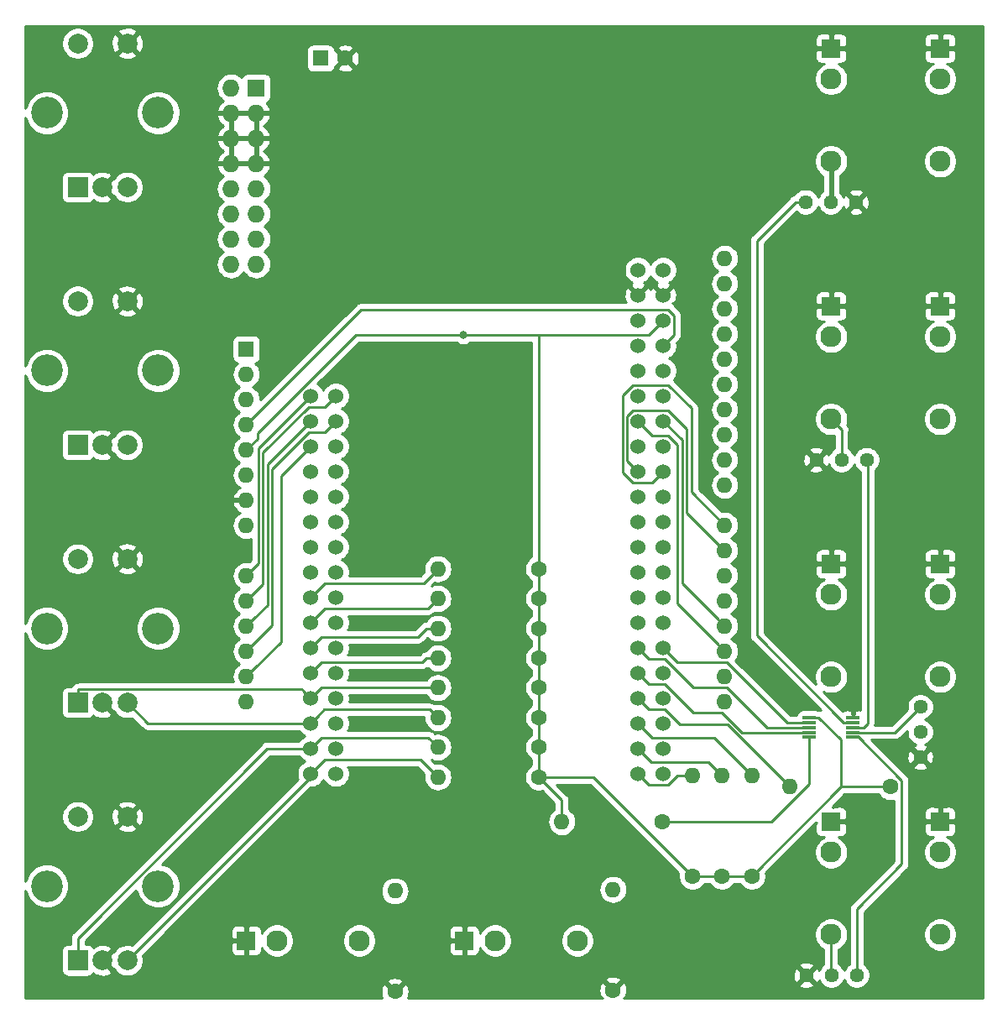
<source format=gbr>
G04 #@! TF.GenerationSoftware,KiCad,Pcbnew,5.1.2*
G04 #@! TF.CreationDate,2019-06-17T23:14:19+02:00*
G04 #@! TF.ProjectId,plastik,706c6173-7469-46b2-9e6b-696361645f70,rev?*
G04 #@! TF.SameCoordinates,Original*
G04 #@! TF.FileFunction,Copper,L1,Top*
G04 #@! TF.FilePolarity,Positive*
%FSLAX46Y46*%
G04 Gerber Fmt 4.6, Leading zero omitted, Abs format (unit mm)*
G04 Created by KiCad (PCBNEW 5.1.2) date 2019-06-17 23:14:19*
%MOMM*%
%LPD*%
G04 APERTURE LIST*
%ADD10R,1.600000X1.600000*%
%ADD11C,1.600000*%
%ADD12O,1.600000X1.600000*%
%ADD13C,1.440000*%
%ADD14C,2.130000*%
%ADD15R,1.830000X1.930000*%
%ADD16R,1.400000X0.300000*%
%ADD17R,1.727200X1.727200*%
%ADD18O,1.727200X1.727200*%
%ADD19R,1.930000X1.830000*%
%ADD20R,2.000000X2.000000*%
%ADD21C,2.000000*%
%ADD22C,3.200000*%
%ADD23C,1.524000*%
%ADD24C,0.800000*%
%ADD25C,0.500000*%
%ADD26C,0.250000*%
%ADD27C,0.254000*%
G04 APERTURE END LIST*
D10*
X119000000Y-41000000D03*
D11*
X121500000Y-41000000D03*
X153500000Y-118000000D03*
D12*
X143340000Y-118000000D03*
D13*
X173080000Y-133500000D03*
X170540000Y-133500000D03*
X168000000Y-133500000D03*
X169000000Y-81500000D03*
X171540000Y-81500000D03*
X174080000Y-81500000D03*
X167920000Y-55500000D03*
X170460000Y-55500000D03*
X173000000Y-55500000D03*
X179500000Y-111500000D03*
X179500000Y-108960000D03*
X179500000Y-106420000D03*
D12*
X130840000Y-95500000D03*
D11*
X141000000Y-95500000D03*
X176500000Y-114500000D03*
D12*
X166340000Y-114500000D03*
X162500000Y-113340000D03*
D11*
X162500000Y-123500000D03*
X156500000Y-123500000D03*
D12*
X156500000Y-113340000D03*
X159500000Y-113340000D03*
D11*
X159500000Y-123500000D03*
X126500000Y-135160000D03*
D12*
X126500000Y-125000000D03*
X148500000Y-124840000D03*
D11*
X148500000Y-135000000D03*
X141000000Y-92500000D03*
D12*
X130840000Y-92500000D03*
X130840000Y-98500000D03*
D11*
X141000000Y-98500000D03*
X141000000Y-101500000D03*
D12*
X130840000Y-101500000D03*
X130840000Y-104500000D03*
D11*
X141000000Y-104500000D03*
X141000000Y-113500000D03*
D12*
X130840000Y-113500000D03*
X130840000Y-107500000D03*
D11*
X141000000Y-107500000D03*
X141000000Y-110500000D03*
D12*
X130840000Y-110500000D03*
D14*
X144900000Y-130000000D03*
D15*
X133500000Y-130000000D03*
D14*
X136600000Y-130000000D03*
X114600000Y-130000000D03*
D15*
X111500000Y-130000000D03*
D14*
X122900000Y-130000000D03*
D16*
X168300000Y-107500000D03*
X168300000Y-108000000D03*
X168300000Y-108500000D03*
X168300000Y-109000000D03*
X168300000Y-109500000D03*
X172700000Y-109500000D03*
X172700000Y-109000000D03*
X172700000Y-108500000D03*
X172700000Y-108000000D03*
X172700000Y-107500000D03*
D12*
X159760000Y-61200000D03*
X159760000Y-63740000D03*
D10*
X111500000Y-70340000D03*
D12*
X159760000Y-100820000D03*
X111500000Y-72880000D03*
X159760000Y-98280000D03*
X111500000Y-75420000D03*
X159760000Y-95740000D03*
X111500000Y-77960000D03*
X159760000Y-93200000D03*
X111500000Y-80500000D03*
X159760000Y-90660000D03*
X111500000Y-83040000D03*
X159760000Y-88120000D03*
X111500000Y-85580000D03*
X159760000Y-84060000D03*
X111500000Y-88120000D03*
X159760000Y-81520000D03*
X111500000Y-93200000D03*
X159760000Y-78980000D03*
X111500000Y-95740000D03*
X159760000Y-76440000D03*
X111500000Y-98280000D03*
X159760000Y-73900000D03*
X111500000Y-100820000D03*
X159760000Y-71360000D03*
X111500000Y-103360000D03*
X159760000Y-68820000D03*
X111500000Y-105900000D03*
X159760000Y-66280000D03*
X159760000Y-105900000D03*
X159760000Y-103360000D03*
D17*
X112500000Y-44000000D03*
D18*
X109960000Y-44000000D03*
X112500000Y-46540000D03*
X109960000Y-46540000D03*
X112500000Y-49080000D03*
X109960000Y-49080000D03*
X112500000Y-51620000D03*
X109960000Y-51620000D03*
X112500000Y-54160000D03*
X109960000Y-54160000D03*
X112500000Y-56700000D03*
X109960000Y-56700000D03*
X112500000Y-59240000D03*
X109960000Y-59240000D03*
X112500000Y-61780000D03*
X109960000Y-61780000D03*
D14*
X181500000Y-129400000D03*
D19*
X181500000Y-118000000D03*
D14*
X181500000Y-121100000D03*
X181500000Y-95100000D03*
D19*
X181500000Y-92000000D03*
D14*
X181500000Y-103400000D03*
D20*
X94500000Y-132000000D03*
D21*
X97000000Y-132000000D03*
X99500000Y-132000000D03*
D22*
X91400000Y-124500000D03*
X102600000Y-124500000D03*
D21*
X94500000Y-117500000D03*
X99500000Y-117500000D03*
X99500000Y-91500000D03*
X94500000Y-91500000D03*
D22*
X102600000Y-98500000D03*
X91400000Y-98500000D03*
D21*
X99500000Y-106000000D03*
X97000000Y-106000000D03*
D20*
X94500000Y-106000000D03*
X94500000Y-80000000D03*
D21*
X97000000Y-80000000D03*
X99500000Y-80000000D03*
D22*
X91400000Y-72500000D03*
X102600000Y-72500000D03*
D21*
X94500000Y-65500000D03*
X99500000Y-65500000D03*
X99500000Y-39500000D03*
X94500000Y-39500000D03*
D22*
X102600000Y-46500000D03*
X91400000Y-46500000D03*
D21*
X99500000Y-54000000D03*
X97000000Y-54000000D03*
D20*
X94500000Y-54000000D03*
D14*
X181500000Y-77400000D03*
D19*
X181500000Y-66000000D03*
D14*
X181500000Y-69100000D03*
X181500000Y-43100000D03*
D19*
X181500000Y-40000000D03*
D14*
X181500000Y-51400000D03*
X170500000Y-129400000D03*
D19*
X170500000Y-118000000D03*
D14*
X170500000Y-121100000D03*
X170500000Y-95100000D03*
D19*
X170500000Y-92000000D03*
D14*
X170500000Y-103400000D03*
X170500000Y-77400000D03*
D19*
X170500000Y-66000000D03*
D14*
X170500000Y-69100000D03*
X170500000Y-43100000D03*
D19*
X170500000Y-40000000D03*
D14*
X170500000Y-51400000D03*
D23*
X153550000Y-62370000D03*
X153550000Y-64910000D03*
X153550000Y-67450000D03*
X153550000Y-69990000D03*
X153550000Y-72530000D03*
X153550000Y-75070000D03*
X153550000Y-77610000D03*
X153550000Y-80150000D03*
X153550000Y-82690000D03*
X153550000Y-85230000D03*
X153550000Y-87770000D03*
X153550000Y-90310000D03*
X153550000Y-92850000D03*
X153550000Y-95390000D03*
X153550000Y-97930000D03*
X153550000Y-100470000D03*
X153550000Y-103010000D03*
X153550000Y-105550000D03*
X153550000Y-108090000D03*
X153550000Y-110630000D03*
X153550000Y-113170000D03*
X151010000Y-62370000D03*
X151010000Y-64910000D03*
X151010000Y-67450000D03*
X151010000Y-69990000D03*
X151010000Y-72530000D03*
X151010000Y-75070000D03*
X151010000Y-77610000D03*
X151010000Y-80150000D03*
X151010000Y-82690000D03*
X151010000Y-85230000D03*
X151010000Y-87770000D03*
X151010000Y-90310000D03*
X151010000Y-92850000D03*
X151010000Y-95390000D03*
X151010000Y-97930000D03*
X151010000Y-100470000D03*
X151010000Y-103010000D03*
X151010000Y-105550000D03*
X151010000Y-108090000D03*
X151010000Y-110630000D03*
X151010000Y-113170000D03*
X120530000Y-75070000D03*
X120530000Y-77610000D03*
X120530000Y-80150000D03*
X120530000Y-82690000D03*
X120530000Y-85230000D03*
X120530000Y-87770000D03*
X120530000Y-90310000D03*
X120530000Y-92850000D03*
X120530000Y-95390000D03*
X120530000Y-97930000D03*
X120530000Y-100470000D03*
X120530000Y-103010000D03*
X120530000Y-105550000D03*
X120530000Y-108090000D03*
X120530000Y-110630000D03*
X120530000Y-113170000D03*
X117990000Y-75070000D03*
X117990000Y-77610000D03*
X117990000Y-80150000D03*
X117990000Y-82690000D03*
X117990000Y-85230000D03*
X117990000Y-87770000D03*
X117990000Y-90310000D03*
X117990000Y-92850000D03*
X117990000Y-95390000D03*
X117990000Y-97930000D03*
X117990000Y-100470000D03*
X117990000Y-103010000D03*
X117990000Y-105550000D03*
X117990000Y-108090000D03*
X117990000Y-110630000D03*
X117990000Y-113170000D03*
D24*
X133385763Y-68902999D03*
D25*
X170540000Y-51440000D02*
X170500000Y-51400000D01*
X170540000Y-55500000D02*
X170540000Y-51440000D01*
D26*
X171564999Y-78464999D02*
X170500000Y-77400000D01*
X171540000Y-78440000D02*
X170500000Y-77400000D01*
X171540000Y-81500000D02*
X171540000Y-78440000D01*
X170500000Y-133460000D02*
X170540000Y-133500000D01*
X170500000Y-129400000D02*
X170500000Y-133460000D01*
X172700000Y-107500000D02*
X172700000Y-107100000D01*
X156500000Y-123500000D02*
X162500000Y-123500000D01*
X146500000Y-113500000D02*
X141000000Y-113500000D01*
X156500000Y-123500000D02*
X146500000Y-113500000D01*
X141000000Y-113500000D02*
X141000000Y-92500000D01*
X153550000Y-67450000D02*
X152097001Y-68902999D01*
X141000000Y-92500000D02*
X141000000Y-68902999D01*
X152097001Y-68902999D02*
X141000000Y-68902999D01*
X141000000Y-68902999D02*
X133385763Y-68902999D01*
X112625001Y-78826237D02*
X122548239Y-68902999D01*
X122548239Y-68902999D02*
X133385763Y-68902999D01*
X111500000Y-80500000D02*
X112625001Y-79374999D01*
X143340000Y-115840000D02*
X141000000Y-113500000D01*
X143340000Y-118000000D02*
X143340000Y-115840000D01*
X168300000Y-107500000D02*
X169250000Y-107500000D01*
X171500000Y-114500000D02*
X176500000Y-114500000D01*
X162500000Y-123500000D02*
X171500000Y-114500000D01*
X169250000Y-107500000D02*
X171500000Y-109750000D01*
X171500000Y-109750000D02*
X171500000Y-114500000D01*
X112625001Y-79374999D02*
X112625001Y-78826237D01*
X133385763Y-68902999D02*
X133385763Y-68902999D01*
X155000000Y-79991238D02*
X155000000Y-96000000D01*
X154071761Y-79062999D02*
X155000000Y-79991238D01*
X151010000Y-77610000D02*
X152462999Y-79062999D01*
X158960001Y-100020001D02*
X159760000Y-100820000D01*
X155000000Y-96000000D02*
X158960001Y-100020001D01*
X152462999Y-79062999D02*
X154071761Y-79062999D01*
X158960001Y-97480001D02*
X159760000Y-98280000D01*
X153550000Y-77610000D02*
X155500000Y-79500000D01*
X155500000Y-94000000D02*
X158960001Y-97480001D01*
X155500000Y-79500000D02*
X155500000Y-94000000D01*
X150248001Y-81928001D02*
X151010000Y-82690000D01*
X149922999Y-81602999D02*
X150248001Y-81928001D01*
X149922999Y-77088239D02*
X149922999Y-81602999D01*
X150488239Y-76522999D02*
X149922999Y-77088239D01*
X154071761Y-76522999D02*
X150488239Y-76522999D01*
X155950010Y-78401248D02*
X154071761Y-76522999D01*
X155950010Y-86850010D02*
X155950010Y-78401248D01*
X159760000Y-90660000D02*
X155950010Y-86850010D01*
X152788001Y-83451999D02*
X153550000Y-82690000D01*
X152462999Y-83777001D02*
X152788001Y-83451999D01*
X149472989Y-82761751D02*
X150488239Y-83777001D01*
X149472989Y-74998249D02*
X149472989Y-82761751D01*
X150488239Y-73982999D02*
X149472989Y-74998249D01*
X154071761Y-73982999D02*
X150488239Y-73982999D01*
X156400022Y-84760022D02*
X156400022Y-76311260D01*
X150488239Y-83777001D02*
X152462999Y-83777001D01*
X156400022Y-76311260D02*
X154071761Y-73982999D01*
X159760000Y-88120000D02*
X156400022Y-84760022D01*
X112750008Y-91949992D02*
X112299999Y-92400001D01*
X112299999Y-92400001D02*
X111500000Y-93200000D01*
X112750008Y-80309992D02*
X112750008Y-91949992D01*
X117990000Y-75070000D02*
X112750008Y-80309992D01*
X117834237Y-76157001D02*
X113200018Y-80791220D01*
X112299999Y-94940001D02*
X111500000Y-95740000D01*
X113200018Y-80791220D02*
X113200018Y-94039982D01*
X119442999Y-76157001D02*
X117834237Y-76157001D01*
X113200018Y-94039982D02*
X112299999Y-94940001D01*
X120530000Y-75070000D02*
X119442999Y-76157001D01*
X112299999Y-97480001D02*
X111500000Y-98280000D01*
X113650028Y-81949972D02*
X113650028Y-96129972D01*
X113650028Y-96129972D02*
X112299999Y-97480001D01*
X117990000Y-77610000D02*
X113650028Y-81949972D01*
X114100038Y-98219962D02*
X112299999Y-100020001D01*
X114100038Y-82431200D02*
X114100038Y-98219962D01*
X117834237Y-78697001D02*
X114100038Y-82431200D01*
X119442999Y-78697001D02*
X117834237Y-78697001D01*
X112299999Y-100020001D02*
X111500000Y-100820000D01*
X120530000Y-77610000D02*
X119442999Y-78697001D01*
X112299999Y-102560001D02*
X111500000Y-103360000D01*
X115000000Y-99860000D02*
X112299999Y-102560001D01*
X115000000Y-83140000D02*
X115000000Y-99860000D01*
X117990000Y-80150000D02*
X115000000Y-83140000D01*
X154311999Y-69228001D02*
X153550000Y-69990000D01*
X154637001Y-68902999D02*
X154311999Y-69228001D01*
X154637001Y-66928239D02*
X154637001Y-68902999D01*
X123097001Y-66362999D02*
X154071761Y-66362999D01*
X111500000Y-77960000D02*
X123097001Y-66362999D01*
X154071761Y-66362999D02*
X154637001Y-66928239D01*
X154311999Y-101231999D02*
X153550000Y-100470000D01*
X155025001Y-101945001D02*
X154311999Y-101231999D01*
X166065002Y-108000000D02*
X160010003Y-101945001D01*
X160010003Y-101945001D02*
X155025001Y-101945001D01*
X168300000Y-108000000D02*
X166065002Y-108000000D01*
X151771999Y-101231999D02*
X151010000Y-100470000D01*
X152097001Y-101557001D02*
X151771999Y-101231999D01*
X153705763Y-101557001D02*
X152097001Y-101557001D01*
X156633763Y-104485001D02*
X153705763Y-101557001D01*
X160010003Y-104485001D02*
X156633763Y-104485001D01*
X164025002Y-108500000D02*
X160010003Y-104485001D01*
X168300000Y-108500000D02*
X164025002Y-108500000D01*
X154631370Y-118000000D02*
X153500000Y-118000000D01*
X164505002Y-118000000D02*
X154631370Y-118000000D01*
X168300000Y-114205002D02*
X164505002Y-118000000D01*
X168300000Y-109500000D02*
X168300000Y-114205002D01*
X160040001Y-108200001D02*
X166340000Y-114500000D01*
X153705763Y-106637001D02*
X155268763Y-108200001D01*
X155268763Y-108200001D02*
X160040001Y-108200001D01*
X151010000Y-105550000D02*
X152097001Y-106637001D01*
X152097001Y-106637001D02*
X153705763Y-106637001D01*
X151771999Y-108851999D02*
X151010000Y-108090000D01*
X152462999Y-109542999D02*
X151771999Y-108851999D01*
X158702999Y-109542999D02*
X152462999Y-109542999D01*
X162500000Y-113340000D02*
X158702999Y-109542999D01*
X151771999Y-111391999D02*
X151010000Y-110630000D01*
X152380000Y-112000000D02*
X151771999Y-111391999D01*
X158160000Y-112000000D02*
X152380000Y-112000000D01*
X159500000Y-113340000D02*
X158160000Y-112000000D01*
X151771999Y-113931999D02*
X151010000Y-113170000D01*
X152097001Y-114257001D02*
X151771999Y-113931999D01*
X154071761Y-114257001D02*
X152097001Y-114257001D01*
X154988762Y-113340000D02*
X154071761Y-114257001D01*
X156500000Y-113340000D02*
X154988762Y-113340000D01*
X118751999Y-94628001D02*
X117990000Y-95390000D01*
X119442999Y-93937001D02*
X118751999Y-94628001D01*
X129402999Y-93937001D02*
X119442999Y-93937001D01*
X130840000Y-92500000D02*
X129402999Y-93937001D01*
X118751999Y-97168001D02*
X117990000Y-97930000D01*
X119420000Y-96500000D02*
X118751999Y-97168001D01*
X129840000Y-96500000D02*
X119420000Y-96500000D01*
X130840000Y-95500000D02*
X129840000Y-96500000D01*
X118751999Y-99708001D02*
X117990000Y-100470000D01*
X119077001Y-99382999D02*
X118751999Y-99708001D01*
X128825631Y-99382999D02*
X119077001Y-99382999D01*
X129708630Y-98500000D02*
X128825631Y-99382999D01*
X130840000Y-98500000D02*
X129708630Y-98500000D01*
X118751999Y-102248001D02*
X117990000Y-103010000D01*
X119077001Y-101922999D02*
X118751999Y-102248001D01*
X129285631Y-101922999D02*
X119077001Y-101922999D01*
X129708630Y-101500000D02*
X129285631Y-101922999D01*
X130840000Y-101500000D02*
X129708630Y-101500000D01*
X118751999Y-104788001D02*
X117990000Y-105550000D01*
X119077001Y-104462999D02*
X118751999Y-104788001D01*
X129671629Y-104462999D02*
X119077001Y-104462999D01*
X129708630Y-104500000D02*
X129671629Y-104462999D01*
X130840000Y-104500000D02*
X129708630Y-104500000D01*
X117114999Y-104674999D02*
X117228001Y-104788001D01*
X94575001Y-104674999D02*
X117114999Y-104674999D01*
X94500000Y-104750000D02*
X94575001Y-104674999D01*
X117228001Y-104788001D02*
X117990000Y-105550000D01*
X94500000Y-106000000D02*
X94500000Y-104750000D01*
X119379999Y-106700001D02*
X118751999Y-107328001D01*
X130040001Y-106700001D02*
X119379999Y-106700001D01*
X118751999Y-107328001D02*
X117990000Y-108090000D01*
X130840000Y-107500000D02*
X130040001Y-106700001D01*
X101590000Y-108090000D02*
X117990000Y-108090000D01*
X99500000Y-106000000D02*
X101590000Y-108090000D01*
X119077001Y-109542999D02*
X118751999Y-109868001D01*
X129882999Y-109542999D02*
X119077001Y-109542999D01*
X118751999Y-109868001D02*
X117990000Y-110630000D01*
X130840000Y-110500000D02*
X129882999Y-109542999D01*
X116912370Y-110630000D02*
X117990000Y-110630000D01*
X113620998Y-110630000D02*
X116912370Y-110630000D01*
X94500000Y-129750998D02*
X113620998Y-110630000D01*
X94500000Y-132000000D02*
X94500000Y-129750998D01*
X118751999Y-112408001D02*
X117990000Y-113170000D01*
X119442999Y-111717001D02*
X118751999Y-112408001D01*
X129057001Y-111717001D02*
X119442999Y-111717001D01*
X130840000Y-113500000D02*
X129057001Y-111717001D01*
X117990000Y-113510000D02*
X117990000Y-113170000D01*
X99500000Y-132000000D02*
X117990000Y-113510000D01*
X152097001Y-104097001D02*
X151771999Y-103771999D01*
X153705763Y-104097001D02*
X152097001Y-104097001D01*
X156633763Y-107025001D02*
X153705763Y-104097001D01*
X168300000Y-109000000D02*
X161476410Y-109000000D01*
X159501411Y-107025001D02*
X156633763Y-107025001D01*
X161476410Y-109000000D02*
X159501411Y-107025001D01*
X151771999Y-103771999D02*
X151010000Y-103010000D01*
X171750000Y-108000000D02*
X172700000Y-108000000D01*
X163000000Y-99250000D02*
X171750000Y-108000000D01*
X166901767Y-55500000D02*
X163000000Y-59401767D01*
X163000000Y-59401767D02*
X163000000Y-62500000D01*
X167920000Y-55500000D02*
X166901767Y-55500000D01*
X163000000Y-62500000D02*
X163000000Y-99250000D01*
X173786410Y-108500000D02*
X174175011Y-108111399D01*
X174175011Y-108111399D02*
X174175011Y-81075011D01*
X172700000Y-108500000D02*
X173786410Y-108500000D01*
X177625001Y-113875001D02*
X177625001Y-122274999D01*
X173250000Y-109500000D02*
X177625001Y-113875001D01*
X172700000Y-109500000D02*
X173250000Y-109500000D01*
X173080000Y-126820000D02*
X177625001Y-122274999D01*
X173080000Y-133500000D02*
X173080000Y-126820000D01*
X176920000Y-109000000D02*
X179500000Y-106420000D01*
X172700000Y-109000000D02*
X176920000Y-109000000D01*
D27*
G36*
X185790001Y-135790000D02*
G01*
X149571421Y-135790000D01*
X149736671Y-135741514D01*
X149857571Y-135486004D01*
X149926300Y-135211816D01*
X149940217Y-134929488D01*
X149898787Y-134649870D01*
X149822147Y-134435560D01*
X167244045Y-134435560D01*
X167305932Y-134671368D01*
X167547790Y-134784266D01*
X167807027Y-134847811D01*
X168073680Y-134859561D01*
X168337501Y-134819063D01*
X168588353Y-134727875D01*
X168694068Y-134671368D01*
X168755955Y-134435560D01*
X168000000Y-133679605D01*
X167244045Y-134435560D01*
X149822147Y-134435560D01*
X149803603Y-134383708D01*
X149736671Y-134258486D01*
X149492702Y-134186903D01*
X148679605Y-135000000D01*
X148693748Y-135014143D01*
X148514143Y-135193748D01*
X148500000Y-135179605D01*
X148485858Y-135193748D01*
X148306253Y-135014143D01*
X148320395Y-135000000D01*
X147507298Y-134186903D01*
X147263329Y-134258486D01*
X147142429Y-134513996D01*
X147073700Y-134788184D01*
X147059783Y-135070512D01*
X147101213Y-135350130D01*
X147196397Y-135616292D01*
X147263329Y-135741514D01*
X147428579Y-135790000D01*
X127789436Y-135790000D01*
X127857571Y-135646004D01*
X127926300Y-135371816D01*
X127940217Y-135089488D01*
X127898787Y-134809870D01*
X127803603Y-134543708D01*
X127736671Y-134418486D01*
X127492702Y-134346903D01*
X126679605Y-135160000D01*
X126693748Y-135174143D01*
X126514143Y-135353748D01*
X126500000Y-135339605D01*
X126485858Y-135353748D01*
X126306253Y-135174143D01*
X126320395Y-135160000D01*
X125507298Y-134346903D01*
X125263329Y-134418486D01*
X125142429Y-134673996D01*
X125073700Y-134948184D01*
X125059783Y-135230512D01*
X125101213Y-135510130D01*
X125196397Y-135776292D01*
X125203724Y-135790000D01*
X89210000Y-135790000D01*
X89210000Y-134167298D01*
X125686903Y-134167298D01*
X126500000Y-134980395D01*
X127313097Y-134167298D01*
X127266152Y-134007298D01*
X147686903Y-134007298D01*
X148500000Y-134820395D01*
X149313097Y-134007298D01*
X149241514Y-133763329D01*
X148986004Y-133642429D01*
X148711816Y-133573700D01*
X148711411Y-133573680D01*
X166640439Y-133573680D01*
X166680937Y-133837501D01*
X166772125Y-134088353D01*
X166828632Y-134194068D01*
X167064440Y-134255955D01*
X167820395Y-133500000D01*
X167064440Y-132744045D01*
X166828632Y-132805932D01*
X166715734Y-133047790D01*
X166652189Y-133307027D01*
X166640439Y-133573680D01*
X148711411Y-133573680D01*
X148429488Y-133559783D01*
X148149870Y-133601213D01*
X147883708Y-133696397D01*
X147758486Y-133763329D01*
X147686903Y-134007298D01*
X127266152Y-134007298D01*
X127241514Y-133923329D01*
X126986004Y-133802429D01*
X126711816Y-133733700D01*
X126429488Y-133719783D01*
X126149870Y-133761213D01*
X125883708Y-133856397D01*
X125758486Y-133923329D01*
X125686903Y-134167298D01*
X89210000Y-134167298D01*
X89210000Y-124946358D01*
X89250890Y-125151925D01*
X89419369Y-125558669D01*
X89663962Y-125924729D01*
X89975271Y-126236038D01*
X90341331Y-126480631D01*
X90748075Y-126649110D01*
X91179872Y-126735000D01*
X91620128Y-126735000D01*
X92051925Y-126649110D01*
X92458669Y-126480631D01*
X92824729Y-126236038D01*
X93136038Y-125924729D01*
X93380631Y-125558669D01*
X93549110Y-125151925D01*
X93635000Y-124720128D01*
X93635000Y-124279872D01*
X93549110Y-123848075D01*
X93380631Y-123441331D01*
X93136038Y-123075271D01*
X92824729Y-122763962D01*
X92458669Y-122519369D01*
X92051925Y-122350890D01*
X91620128Y-122265000D01*
X91179872Y-122265000D01*
X90748075Y-122350890D01*
X90341331Y-122519369D01*
X89975271Y-122763962D01*
X89663962Y-123075271D01*
X89419369Y-123441331D01*
X89250890Y-123848075D01*
X89210000Y-124053642D01*
X89210000Y-117338967D01*
X92865000Y-117338967D01*
X92865000Y-117661033D01*
X92927832Y-117976912D01*
X93051082Y-118274463D01*
X93230013Y-118542252D01*
X93457748Y-118769987D01*
X93725537Y-118948918D01*
X94023088Y-119072168D01*
X94338967Y-119135000D01*
X94661033Y-119135000D01*
X94976912Y-119072168D01*
X95274463Y-118948918D01*
X95542252Y-118769987D01*
X95676826Y-118635413D01*
X98544192Y-118635413D01*
X98639956Y-118899814D01*
X98929571Y-119040704D01*
X99241108Y-119122384D01*
X99562595Y-119141718D01*
X99881675Y-119097961D01*
X100186088Y-118992795D01*
X100360044Y-118899814D01*
X100455808Y-118635413D01*
X99500000Y-117679605D01*
X98544192Y-118635413D01*
X95676826Y-118635413D01*
X95769987Y-118542252D01*
X95948918Y-118274463D01*
X96072168Y-117976912D01*
X96135000Y-117661033D01*
X96135000Y-117562595D01*
X97858282Y-117562595D01*
X97902039Y-117881675D01*
X98007205Y-118186088D01*
X98100186Y-118360044D01*
X98364587Y-118455808D01*
X99320395Y-117500000D01*
X99679605Y-117500000D01*
X100635413Y-118455808D01*
X100899814Y-118360044D01*
X101040704Y-118070429D01*
X101122384Y-117758892D01*
X101141718Y-117437405D01*
X101097961Y-117118325D01*
X100992795Y-116813912D01*
X100899814Y-116639956D01*
X100635413Y-116544192D01*
X99679605Y-117500000D01*
X99320395Y-117500000D01*
X98364587Y-116544192D01*
X98100186Y-116639956D01*
X97959296Y-116929571D01*
X97877616Y-117241108D01*
X97858282Y-117562595D01*
X96135000Y-117562595D01*
X96135000Y-117338967D01*
X96072168Y-117023088D01*
X95948918Y-116725537D01*
X95769987Y-116457748D01*
X95676826Y-116364587D01*
X98544192Y-116364587D01*
X99500000Y-117320395D01*
X100455808Y-116364587D01*
X100360044Y-116100186D01*
X100070429Y-115959296D01*
X99758892Y-115877616D01*
X99437405Y-115858282D01*
X99118325Y-115902039D01*
X98813912Y-116007205D01*
X98639956Y-116100186D01*
X98544192Y-116364587D01*
X95676826Y-116364587D01*
X95542252Y-116230013D01*
X95274463Y-116051082D01*
X94976912Y-115927832D01*
X94661033Y-115865000D01*
X94338967Y-115865000D01*
X94023088Y-115927832D01*
X93725537Y-116051082D01*
X93457748Y-116230013D01*
X93230013Y-116457748D01*
X93051082Y-116725537D01*
X92927832Y-117023088D01*
X92865000Y-117338967D01*
X89210000Y-117338967D01*
X89210000Y-105000000D01*
X92861928Y-105000000D01*
X92861928Y-107000000D01*
X92874188Y-107124482D01*
X92910498Y-107244180D01*
X92969463Y-107354494D01*
X93048815Y-107451185D01*
X93145506Y-107530537D01*
X93255820Y-107589502D01*
X93375518Y-107625812D01*
X93500000Y-107638072D01*
X95500000Y-107638072D01*
X95624482Y-107625812D01*
X95744180Y-107589502D01*
X95854494Y-107530537D01*
X95951185Y-107451185D01*
X96030537Y-107354494D01*
X96085976Y-107250777D01*
X96139956Y-107399814D01*
X96429571Y-107540704D01*
X96741108Y-107622384D01*
X97062595Y-107641718D01*
X97381675Y-107597961D01*
X97686088Y-107492795D01*
X97860044Y-107399814D01*
X97955808Y-107135413D01*
X97000000Y-106179605D01*
X96985858Y-106193748D01*
X96806253Y-106014143D01*
X96820395Y-106000000D01*
X96806253Y-105985858D01*
X96985858Y-105806253D01*
X97000000Y-105820395D01*
X97014143Y-105806253D01*
X97193748Y-105985858D01*
X97179605Y-106000000D01*
X98135413Y-106955808D01*
X98165075Y-106945065D01*
X98230013Y-107042252D01*
X98457748Y-107269987D01*
X98725537Y-107448918D01*
X99023088Y-107572168D01*
X99338967Y-107635000D01*
X99661033Y-107635000D01*
X99976912Y-107572168D01*
X99991376Y-107566177D01*
X101026200Y-108601002D01*
X101049999Y-108630001D01*
X101165724Y-108724974D01*
X101297753Y-108795546D01*
X101441014Y-108839003D01*
X101552667Y-108850000D01*
X101552676Y-108850000D01*
X101589999Y-108853676D01*
X101627322Y-108850000D01*
X116817659Y-108850000D01*
X116904880Y-108980535D01*
X117099465Y-109175120D01*
X117328273Y-109328005D01*
X117405515Y-109360000D01*
X117328273Y-109391995D01*
X117099465Y-109544880D01*
X116904880Y-109739465D01*
X116817659Y-109870000D01*
X113658323Y-109870000D01*
X113620998Y-109866324D01*
X113583673Y-109870000D01*
X113583665Y-109870000D01*
X113472012Y-109880997D01*
X113328751Y-109924454D01*
X113196722Y-109995026D01*
X113080997Y-110089999D01*
X113057199Y-110118997D01*
X93988998Y-129187199D01*
X93960000Y-129210997D01*
X93936202Y-129239995D01*
X93936201Y-129239996D01*
X93865026Y-129326722D01*
X93794454Y-129458752D01*
X93750998Y-129602013D01*
X93736324Y-129750998D01*
X93740001Y-129788330D01*
X93740001Y-130361928D01*
X93500000Y-130361928D01*
X93375518Y-130374188D01*
X93255820Y-130410498D01*
X93145506Y-130469463D01*
X93048815Y-130548815D01*
X92969463Y-130645506D01*
X92910498Y-130755820D01*
X92874188Y-130875518D01*
X92861928Y-131000000D01*
X92861928Y-133000000D01*
X92874188Y-133124482D01*
X92910498Y-133244180D01*
X92969463Y-133354494D01*
X93048815Y-133451185D01*
X93145506Y-133530537D01*
X93255820Y-133589502D01*
X93375518Y-133625812D01*
X93500000Y-133638072D01*
X95500000Y-133638072D01*
X95624482Y-133625812D01*
X95744180Y-133589502D01*
X95854494Y-133530537D01*
X95951185Y-133451185D01*
X96030537Y-133354494D01*
X96085976Y-133250777D01*
X96139956Y-133399814D01*
X96429571Y-133540704D01*
X96741108Y-133622384D01*
X97062595Y-133641718D01*
X97381675Y-133597961D01*
X97686088Y-133492795D01*
X97860044Y-133399814D01*
X97955808Y-133135413D01*
X97000000Y-132179605D01*
X96985858Y-132193748D01*
X96806253Y-132014143D01*
X96820395Y-132000000D01*
X96806253Y-131985858D01*
X96985858Y-131806253D01*
X97000000Y-131820395D01*
X97955808Y-130864587D01*
X97860044Y-130600186D01*
X97570429Y-130459296D01*
X97258892Y-130377616D01*
X96937405Y-130358282D01*
X96618325Y-130402039D01*
X96313912Y-130507205D01*
X96139956Y-130600186D01*
X96085976Y-130749223D01*
X96030537Y-130645506D01*
X95951185Y-130548815D01*
X95854494Y-130469463D01*
X95744180Y-130410498D01*
X95624482Y-130374188D01*
X95500000Y-130361928D01*
X95260000Y-130361928D01*
X95260000Y-130065799D01*
X100404930Y-124920869D01*
X100450890Y-125151925D01*
X100619369Y-125558669D01*
X100863962Y-125924729D01*
X101175271Y-126236038D01*
X101541331Y-126480631D01*
X101948075Y-126649110D01*
X102379872Y-126735000D01*
X102820128Y-126735000D01*
X103251925Y-126649110D01*
X103658669Y-126480631D01*
X104024729Y-126236038D01*
X104336038Y-125924729D01*
X104580631Y-125558669D01*
X104749110Y-125151925D01*
X104835000Y-124720128D01*
X104835000Y-124279872D01*
X104749110Y-123848075D01*
X104580631Y-123441331D01*
X104336038Y-123075271D01*
X104024729Y-122763962D01*
X103658669Y-122519369D01*
X103251925Y-122350890D01*
X103020869Y-122304930D01*
X113935800Y-111390000D01*
X116817659Y-111390000D01*
X116904880Y-111520535D01*
X117099465Y-111715120D01*
X117328273Y-111868005D01*
X117405515Y-111900000D01*
X117328273Y-111931995D01*
X117099465Y-112084880D01*
X116904880Y-112279465D01*
X116751995Y-112508273D01*
X116646686Y-112762510D01*
X116593000Y-113032408D01*
X116593000Y-113307592D01*
X116646686Y-113577490D01*
X116705564Y-113719634D01*
X99991376Y-130433823D01*
X99976912Y-130427832D01*
X99661033Y-130365000D01*
X99338967Y-130365000D01*
X99023088Y-130427832D01*
X98725537Y-130551082D01*
X98457748Y-130730013D01*
X98230013Y-130957748D01*
X98165075Y-131054935D01*
X98135413Y-131044192D01*
X97179605Y-132000000D01*
X98135413Y-132955808D01*
X98165075Y-132945065D01*
X98230013Y-133042252D01*
X98457748Y-133269987D01*
X98725537Y-133448918D01*
X99023088Y-133572168D01*
X99338967Y-133635000D01*
X99661033Y-133635000D01*
X99976912Y-133572168D01*
X100274463Y-133448918D01*
X100542252Y-133269987D01*
X100769987Y-133042252D01*
X100948918Y-132774463D01*
X101035912Y-132564440D01*
X167244045Y-132564440D01*
X168000000Y-133320395D01*
X168755955Y-132564440D01*
X168694068Y-132328632D01*
X168452210Y-132215734D01*
X168192973Y-132152189D01*
X167926320Y-132140439D01*
X167662499Y-132180937D01*
X167411647Y-132272125D01*
X167305932Y-132328632D01*
X167244045Y-132564440D01*
X101035912Y-132564440D01*
X101072168Y-132476912D01*
X101135000Y-132161033D01*
X101135000Y-131838967D01*
X101072168Y-131523088D01*
X101066177Y-131508624D01*
X101609801Y-130965000D01*
X109946928Y-130965000D01*
X109959188Y-131089482D01*
X109995498Y-131209180D01*
X110054463Y-131319494D01*
X110133815Y-131416185D01*
X110230506Y-131495537D01*
X110340820Y-131554502D01*
X110460518Y-131590812D01*
X110585000Y-131603072D01*
X111214250Y-131600000D01*
X111373000Y-131441250D01*
X111373000Y-130127000D01*
X110108750Y-130127000D01*
X109950000Y-130285750D01*
X109946928Y-130965000D01*
X101609801Y-130965000D01*
X103539801Y-129035000D01*
X109946928Y-129035000D01*
X109950000Y-129714250D01*
X110108750Y-129873000D01*
X111373000Y-129873000D01*
X111373000Y-128558750D01*
X111627000Y-128558750D01*
X111627000Y-129873000D01*
X111647000Y-129873000D01*
X111647000Y-130127000D01*
X111627000Y-130127000D01*
X111627000Y-131441250D01*
X111785750Y-131600000D01*
X112415000Y-131603072D01*
X112539482Y-131590812D01*
X112659180Y-131554502D01*
X112769494Y-131495537D01*
X112866185Y-131416185D01*
X112945537Y-131319494D01*
X113004502Y-131209180D01*
X113040812Y-131089482D01*
X113053072Y-130965000D01*
X113051895Y-130704860D01*
X113093479Y-130805252D01*
X113279523Y-131083687D01*
X113516313Y-131320477D01*
X113794748Y-131506521D01*
X114104128Y-131634670D01*
X114432565Y-131700000D01*
X114767435Y-131700000D01*
X115095872Y-131634670D01*
X115405252Y-131506521D01*
X115683687Y-131320477D01*
X115920477Y-131083687D01*
X116106521Y-130805252D01*
X116234670Y-130495872D01*
X116300000Y-130167435D01*
X116300000Y-129832565D01*
X121200000Y-129832565D01*
X121200000Y-130167435D01*
X121265330Y-130495872D01*
X121393479Y-130805252D01*
X121579523Y-131083687D01*
X121816313Y-131320477D01*
X122094748Y-131506521D01*
X122404128Y-131634670D01*
X122732565Y-131700000D01*
X123067435Y-131700000D01*
X123395872Y-131634670D01*
X123705252Y-131506521D01*
X123983687Y-131320477D01*
X124220477Y-131083687D01*
X124299780Y-130965000D01*
X131946928Y-130965000D01*
X131959188Y-131089482D01*
X131995498Y-131209180D01*
X132054463Y-131319494D01*
X132133815Y-131416185D01*
X132230506Y-131495537D01*
X132340820Y-131554502D01*
X132460518Y-131590812D01*
X132585000Y-131603072D01*
X133214250Y-131600000D01*
X133373000Y-131441250D01*
X133373000Y-130127000D01*
X132108750Y-130127000D01*
X131950000Y-130285750D01*
X131946928Y-130965000D01*
X124299780Y-130965000D01*
X124406521Y-130805252D01*
X124534670Y-130495872D01*
X124600000Y-130167435D01*
X124600000Y-129832565D01*
X124534670Y-129504128D01*
X124406521Y-129194748D01*
X124299781Y-129035000D01*
X131946928Y-129035000D01*
X131950000Y-129714250D01*
X132108750Y-129873000D01*
X133373000Y-129873000D01*
X133373000Y-128558750D01*
X133627000Y-128558750D01*
X133627000Y-129873000D01*
X133647000Y-129873000D01*
X133647000Y-130127000D01*
X133627000Y-130127000D01*
X133627000Y-131441250D01*
X133785750Y-131600000D01*
X134415000Y-131603072D01*
X134539482Y-131590812D01*
X134659180Y-131554502D01*
X134769494Y-131495537D01*
X134866185Y-131416185D01*
X134945537Y-131319494D01*
X135004502Y-131209180D01*
X135040812Y-131089482D01*
X135053072Y-130965000D01*
X135051895Y-130704860D01*
X135093479Y-130805252D01*
X135279523Y-131083687D01*
X135516313Y-131320477D01*
X135794748Y-131506521D01*
X136104128Y-131634670D01*
X136432565Y-131700000D01*
X136767435Y-131700000D01*
X137095872Y-131634670D01*
X137405252Y-131506521D01*
X137683687Y-131320477D01*
X137920477Y-131083687D01*
X138106521Y-130805252D01*
X138234670Y-130495872D01*
X138300000Y-130167435D01*
X138300000Y-129832565D01*
X143200000Y-129832565D01*
X143200000Y-130167435D01*
X143265330Y-130495872D01*
X143393479Y-130805252D01*
X143579523Y-131083687D01*
X143816313Y-131320477D01*
X144094748Y-131506521D01*
X144404128Y-131634670D01*
X144732565Y-131700000D01*
X145067435Y-131700000D01*
X145395872Y-131634670D01*
X145705252Y-131506521D01*
X145983687Y-131320477D01*
X146220477Y-131083687D01*
X146406521Y-130805252D01*
X146534670Y-130495872D01*
X146600000Y-130167435D01*
X146600000Y-129832565D01*
X146534670Y-129504128D01*
X146406521Y-129194748D01*
X146220477Y-128916313D01*
X145983687Y-128679523D01*
X145705252Y-128493479D01*
X145395872Y-128365330D01*
X145067435Y-128300000D01*
X144732565Y-128300000D01*
X144404128Y-128365330D01*
X144094748Y-128493479D01*
X143816313Y-128679523D01*
X143579523Y-128916313D01*
X143393479Y-129194748D01*
X143265330Y-129504128D01*
X143200000Y-129832565D01*
X138300000Y-129832565D01*
X138234670Y-129504128D01*
X138106521Y-129194748D01*
X137920477Y-128916313D01*
X137683687Y-128679523D01*
X137405252Y-128493479D01*
X137095872Y-128365330D01*
X136767435Y-128300000D01*
X136432565Y-128300000D01*
X136104128Y-128365330D01*
X135794748Y-128493479D01*
X135516313Y-128679523D01*
X135279523Y-128916313D01*
X135093479Y-129194748D01*
X135051895Y-129295140D01*
X135053072Y-129035000D01*
X135040812Y-128910518D01*
X135004502Y-128790820D01*
X134945537Y-128680506D01*
X134866185Y-128583815D01*
X134769494Y-128504463D01*
X134659180Y-128445498D01*
X134539482Y-128409188D01*
X134415000Y-128396928D01*
X133785750Y-128400000D01*
X133627000Y-128558750D01*
X133373000Y-128558750D01*
X133214250Y-128400000D01*
X132585000Y-128396928D01*
X132460518Y-128409188D01*
X132340820Y-128445498D01*
X132230506Y-128504463D01*
X132133815Y-128583815D01*
X132054463Y-128680506D01*
X131995498Y-128790820D01*
X131959188Y-128910518D01*
X131946928Y-129035000D01*
X124299781Y-129035000D01*
X124220477Y-128916313D01*
X123983687Y-128679523D01*
X123705252Y-128493479D01*
X123395872Y-128365330D01*
X123067435Y-128300000D01*
X122732565Y-128300000D01*
X122404128Y-128365330D01*
X122094748Y-128493479D01*
X121816313Y-128679523D01*
X121579523Y-128916313D01*
X121393479Y-129194748D01*
X121265330Y-129504128D01*
X121200000Y-129832565D01*
X116300000Y-129832565D01*
X116234670Y-129504128D01*
X116106521Y-129194748D01*
X115920477Y-128916313D01*
X115683687Y-128679523D01*
X115405252Y-128493479D01*
X115095872Y-128365330D01*
X114767435Y-128300000D01*
X114432565Y-128300000D01*
X114104128Y-128365330D01*
X113794748Y-128493479D01*
X113516313Y-128679523D01*
X113279523Y-128916313D01*
X113093479Y-129194748D01*
X113051895Y-129295140D01*
X113053072Y-129035000D01*
X113040812Y-128910518D01*
X113004502Y-128790820D01*
X112945537Y-128680506D01*
X112866185Y-128583815D01*
X112769494Y-128504463D01*
X112659180Y-128445498D01*
X112539482Y-128409188D01*
X112415000Y-128396928D01*
X111785750Y-128400000D01*
X111627000Y-128558750D01*
X111373000Y-128558750D01*
X111214250Y-128400000D01*
X110585000Y-128396928D01*
X110460518Y-128409188D01*
X110340820Y-128445498D01*
X110230506Y-128504463D01*
X110133815Y-128583815D01*
X110054463Y-128680506D01*
X109995498Y-128790820D01*
X109959188Y-128910518D01*
X109946928Y-129035000D01*
X103539801Y-129035000D01*
X107574801Y-125000000D01*
X125058057Y-125000000D01*
X125085764Y-125281309D01*
X125167818Y-125551808D01*
X125301068Y-125801101D01*
X125480392Y-126019608D01*
X125698899Y-126198932D01*
X125948192Y-126332182D01*
X126218691Y-126414236D01*
X126429508Y-126435000D01*
X126570492Y-126435000D01*
X126781309Y-126414236D01*
X127051808Y-126332182D01*
X127301101Y-126198932D01*
X127519608Y-126019608D01*
X127698932Y-125801101D01*
X127832182Y-125551808D01*
X127914236Y-125281309D01*
X127941943Y-125000000D01*
X127926185Y-124840000D01*
X147058057Y-124840000D01*
X147085764Y-125121309D01*
X147167818Y-125391808D01*
X147301068Y-125641101D01*
X147480392Y-125859608D01*
X147698899Y-126038932D01*
X147948192Y-126172182D01*
X148218691Y-126254236D01*
X148429508Y-126275000D01*
X148570492Y-126275000D01*
X148781309Y-126254236D01*
X149051808Y-126172182D01*
X149301101Y-126038932D01*
X149519608Y-125859608D01*
X149698932Y-125641101D01*
X149832182Y-125391808D01*
X149914236Y-125121309D01*
X149941943Y-124840000D01*
X149914236Y-124558691D01*
X149832182Y-124288192D01*
X149698932Y-124038899D01*
X149519608Y-123820392D01*
X149301101Y-123641068D01*
X149051808Y-123507818D01*
X148781309Y-123425764D01*
X148570492Y-123405000D01*
X148429508Y-123405000D01*
X148218691Y-123425764D01*
X147948192Y-123507818D01*
X147698899Y-123641068D01*
X147480392Y-123820392D01*
X147301068Y-124038899D01*
X147167818Y-124288192D01*
X147085764Y-124558691D01*
X147058057Y-124840000D01*
X127926185Y-124840000D01*
X127914236Y-124718691D01*
X127832182Y-124448192D01*
X127698932Y-124198899D01*
X127519608Y-123980392D01*
X127301101Y-123801068D01*
X127051808Y-123667818D01*
X126781309Y-123585764D01*
X126570492Y-123565000D01*
X126429508Y-123565000D01*
X126218691Y-123585764D01*
X125948192Y-123667818D01*
X125698899Y-123801068D01*
X125480392Y-123980392D01*
X125301068Y-124198899D01*
X125167818Y-124448192D01*
X125085764Y-124718691D01*
X125058057Y-125000000D01*
X107574801Y-125000000D01*
X118007802Y-114567000D01*
X118127592Y-114567000D01*
X118397490Y-114513314D01*
X118651727Y-114408005D01*
X118880535Y-114255120D01*
X119075120Y-114060535D01*
X119228005Y-113831727D01*
X119260000Y-113754485D01*
X119291995Y-113831727D01*
X119444880Y-114060535D01*
X119639465Y-114255120D01*
X119868273Y-114408005D01*
X120122510Y-114513314D01*
X120392408Y-114567000D01*
X120667592Y-114567000D01*
X120937490Y-114513314D01*
X121191727Y-114408005D01*
X121420535Y-114255120D01*
X121615120Y-114060535D01*
X121768005Y-113831727D01*
X121873314Y-113577490D01*
X121927000Y-113307592D01*
X121927000Y-113032408D01*
X121873314Y-112762510D01*
X121768005Y-112508273D01*
X121747110Y-112477001D01*
X128742200Y-112477001D01*
X129439292Y-113174094D01*
X129425764Y-113218691D01*
X129398057Y-113500000D01*
X129425764Y-113781309D01*
X129507818Y-114051808D01*
X129641068Y-114301101D01*
X129820392Y-114519608D01*
X130038899Y-114698932D01*
X130288192Y-114832182D01*
X130558691Y-114914236D01*
X130769508Y-114935000D01*
X130910492Y-114935000D01*
X131121309Y-114914236D01*
X131391808Y-114832182D01*
X131641101Y-114698932D01*
X131859608Y-114519608D01*
X132038932Y-114301101D01*
X132172182Y-114051808D01*
X132254236Y-113781309D01*
X132281943Y-113500000D01*
X132254236Y-113218691D01*
X132172182Y-112948192D01*
X132038932Y-112698899D01*
X131859608Y-112480392D01*
X131641101Y-112301068D01*
X131391808Y-112167818D01*
X131121309Y-112085764D01*
X130910492Y-112065000D01*
X130769508Y-112065000D01*
X130558691Y-112085764D01*
X130514094Y-112099292D01*
X130199664Y-111784863D01*
X130288192Y-111832182D01*
X130558691Y-111914236D01*
X130769508Y-111935000D01*
X130910492Y-111935000D01*
X131121309Y-111914236D01*
X131391808Y-111832182D01*
X131641101Y-111698932D01*
X131859608Y-111519608D01*
X132038932Y-111301101D01*
X132172182Y-111051808D01*
X132254236Y-110781309D01*
X132281943Y-110500000D01*
X132254236Y-110218691D01*
X132172182Y-109948192D01*
X132038932Y-109698899D01*
X131859608Y-109480392D01*
X131641101Y-109301068D01*
X131391808Y-109167818D01*
X131121309Y-109085764D01*
X130910492Y-109065000D01*
X130769508Y-109065000D01*
X130558691Y-109085764D01*
X130514093Y-109099292D01*
X130446803Y-109032001D01*
X130423000Y-109002998D01*
X130307275Y-108908025D01*
X130175246Y-108837453D01*
X130031985Y-108793996D01*
X129920332Y-108782999D01*
X129920321Y-108782999D01*
X129882999Y-108779323D01*
X129845677Y-108782999D01*
X121747110Y-108782999D01*
X121768005Y-108751727D01*
X121873314Y-108497490D01*
X121927000Y-108227592D01*
X121927000Y-107952408D01*
X121873314Y-107682510D01*
X121781147Y-107460001D01*
X129401997Y-107460001D01*
X129398057Y-107500000D01*
X129425764Y-107781309D01*
X129507818Y-108051808D01*
X129641068Y-108301101D01*
X129820392Y-108519608D01*
X130038899Y-108698932D01*
X130288192Y-108832182D01*
X130558691Y-108914236D01*
X130769508Y-108935000D01*
X130910492Y-108935000D01*
X131121309Y-108914236D01*
X131391808Y-108832182D01*
X131641101Y-108698932D01*
X131859608Y-108519608D01*
X132038932Y-108301101D01*
X132172182Y-108051808D01*
X132254236Y-107781309D01*
X132281943Y-107500000D01*
X132254236Y-107218691D01*
X132172182Y-106948192D01*
X132038932Y-106698899D01*
X131859608Y-106480392D01*
X131641101Y-106301068D01*
X131391808Y-106167818D01*
X131121309Y-106085764D01*
X130910492Y-106065000D01*
X130769508Y-106065000D01*
X130558691Y-106085764D01*
X130508206Y-106101078D01*
X130464277Y-106065027D01*
X130332248Y-105994455D01*
X130188987Y-105950998D01*
X130077334Y-105940001D01*
X130077323Y-105940001D01*
X130040001Y-105936325D01*
X130002679Y-105940001D01*
X121876793Y-105940001D01*
X121927000Y-105687592D01*
X121927000Y-105412408D01*
X121889324Y-105222999D01*
X129473919Y-105222999D01*
X129559644Y-105249003D01*
X129616198Y-105254573D01*
X129641068Y-105301101D01*
X129820392Y-105519608D01*
X130038899Y-105698932D01*
X130288192Y-105832182D01*
X130558691Y-105914236D01*
X130769508Y-105935000D01*
X130910492Y-105935000D01*
X131121309Y-105914236D01*
X131391808Y-105832182D01*
X131641101Y-105698932D01*
X131859608Y-105519608D01*
X132038932Y-105301101D01*
X132172182Y-105051808D01*
X132254236Y-104781309D01*
X132281943Y-104500000D01*
X132254236Y-104218691D01*
X132172182Y-103948192D01*
X132038932Y-103698899D01*
X131859608Y-103480392D01*
X131641101Y-103301068D01*
X131391808Y-103167818D01*
X131121309Y-103085764D01*
X130910492Y-103065000D01*
X130769508Y-103065000D01*
X130558691Y-103085764D01*
X130288192Y-103167818D01*
X130038899Y-103301068D01*
X129820392Y-103480392D01*
X129641068Y-103698899D01*
X129639130Y-103702524D01*
X129634307Y-103702999D01*
X121747110Y-103702999D01*
X121768005Y-103671727D01*
X121873314Y-103417490D01*
X121927000Y-103147592D01*
X121927000Y-102872408D01*
X121889324Y-102682999D01*
X129248309Y-102682999D01*
X129285631Y-102686675D01*
X129322953Y-102682999D01*
X129322964Y-102682999D01*
X129434617Y-102672002D01*
X129577878Y-102628545D01*
X129709907Y-102557973D01*
X129794741Y-102488352D01*
X129820392Y-102519608D01*
X130038899Y-102698932D01*
X130288192Y-102832182D01*
X130558691Y-102914236D01*
X130769508Y-102935000D01*
X130910492Y-102935000D01*
X131121309Y-102914236D01*
X131391808Y-102832182D01*
X131641101Y-102698932D01*
X131859608Y-102519608D01*
X132038932Y-102301101D01*
X132172182Y-102051808D01*
X132254236Y-101781309D01*
X132281943Y-101500000D01*
X132254236Y-101218691D01*
X132172182Y-100948192D01*
X132038932Y-100698899D01*
X131859608Y-100480392D01*
X131641101Y-100301068D01*
X131391808Y-100167818D01*
X131121309Y-100085764D01*
X130910492Y-100065000D01*
X130769508Y-100065000D01*
X130558691Y-100085764D01*
X130288192Y-100167818D01*
X130038899Y-100301068D01*
X129820392Y-100480392D01*
X129641068Y-100698899D01*
X129616198Y-100745427D01*
X129559644Y-100750997D01*
X129416383Y-100794454D01*
X129284354Y-100865026D01*
X129168629Y-100959999D01*
X129144826Y-100989003D01*
X128970830Y-101162999D01*
X121747110Y-101162999D01*
X121768005Y-101131727D01*
X121873314Y-100877490D01*
X121927000Y-100607592D01*
X121927000Y-100332408D01*
X121889324Y-100142999D01*
X128788309Y-100142999D01*
X128825631Y-100146675D01*
X128862953Y-100142999D01*
X128862964Y-100142999D01*
X128974617Y-100132002D01*
X129117878Y-100088545D01*
X129249907Y-100017973D01*
X129365632Y-99923000D01*
X129389434Y-99893997D01*
X129794894Y-99488538D01*
X129820392Y-99519608D01*
X130038899Y-99698932D01*
X130288192Y-99832182D01*
X130558691Y-99914236D01*
X130769508Y-99935000D01*
X130910492Y-99935000D01*
X131121309Y-99914236D01*
X131391808Y-99832182D01*
X131641101Y-99698932D01*
X131859608Y-99519608D01*
X132038932Y-99301101D01*
X132172182Y-99051808D01*
X132254236Y-98781309D01*
X132281943Y-98500000D01*
X132254236Y-98218691D01*
X132172182Y-97948192D01*
X132038932Y-97698899D01*
X131859608Y-97480392D01*
X131641101Y-97301068D01*
X131391808Y-97167818D01*
X131121309Y-97085764D01*
X130910492Y-97065000D01*
X130769508Y-97065000D01*
X130558691Y-97085764D01*
X130288192Y-97167818D01*
X130038899Y-97301068D01*
X129820392Y-97480392D01*
X129641068Y-97698899D01*
X129616198Y-97745427D01*
X129559644Y-97750997D01*
X129416383Y-97794454D01*
X129284354Y-97865026D01*
X129168629Y-97959999D01*
X129144831Y-97988997D01*
X128510830Y-98622999D01*
X121747110Y-98622999D01*
X121768005Y-98591727D01*
X121873314Y-98337490D01*
X121927000Y-98067592D01*
X121927000Y-97792408D01*
X121873314Y-97522510D01*
X121768005Y-97268273D01*
X121762477Y-97260000D01*
X129802678Y-97260000D01*
X129840000Y-97263676D01*
X129877322Y-97260000D01*
X129877333Y-97260000D01*
X129988986Y-97249003D01*
X130132247Y-97205546D01*
X130264276Y-97134974D01*
X130380001Y-97040001D01*
X130403804Y-97010998D01*
X130514093Y-96900708D01*
X130558691Y-96914236D01*
X130769508Y-96935000D01*
X130910492Y-96935000D01*
X131121309Y-96914236D01*
X131391808Y-96832182D01*
X131641101Y-96698932D01*
X131859608Y-96519608D01*
X132038932Y-96301101D01*
X132172182Y-96051808D01*
X132254236Y-95781309D01*
X132281943Y-95500000D01*
X132254236Y-95218691D01*
X132172182Y-94948192D01*
X132038932Y-94698899D01*
X131859608Y-94480392D01*
X131641101Y-94301068D01*
X131391808Y-94167818D01*
X131121309Y-94085764D01*
X130910492Y-94065000D01*
X130769508Y-94065000D01*
X130558691Y-94085764D01*
X130288192Y-94167818D01*
X130199664Y-94215137D01*
X130514094Y-93900708D01*
X130558691Y-93914236D01*
X130769508Y-93935000D01*
X130910492Y-93935000D01*
X131121309Y-93914236D01*
X131391808Y-93832182D01*
X131641101Y-93698932D01*
X131859608Y-93519608D01*
X132038932Y-93301101D01*
X132172182Y-93051808D01*
X132254236Y-92781309D01*
X132281943Y-92500000D01*
X132254236Y-92218691D01*
X132172182Y-91948192D01*
X132038932Y-91698899D01*
X131859608Y-91480392D01*
X131641101Y-91301068D01*
X131391808Y-91167818D01*
X131121309Y-91085764D01*
X130910492Y-91065000D01*
X130769508Y-91065000D01*
X130558691Y-91085764D01*
X130288192Y-91167818D01*
X130038899Y-91301068D01*
X129820392Y-91480392D01*
X129641068Y-91698899D01*
X129507818Y-91948192D01*
X129425764Y-92218691D01*
X129398057Y-92500000D01*
X129425764Y-92781309D01*
X129439292Y-92825906D01*
X129088198Y-93177001D01*
X121889324Y-93177001D01*
X121927000Y-92987592D01*
X121927000Y-92712408D01*
X121873314Y-92442510D01*
X121768005Y-92188273D01*
X121615120Y-91959465D01*
X121420535Y-91764880D01*
X121191727Y-91611995D01*
X121114485Y-91580000D01*
X121191727Y-91548005D01*
X121420535Y-91395120D01*
X121615120Y-91200535D01*
X121768005Y-90971727D01*
X121873314Y-90717490D01*
X121927000Y-90447592D01*
X121927000Y-90172408D01*
X121873314Y-89902510D01*
X121768005Y-89648273D01*
X121615120Y-89419465D01*
X121420535Y-89224880D01*
X121191727Y-89071995D01*
X121114485Y-89040000D01*
X121191727Y-89008005D01*
X121420535Y-88855120D01*
X121615120Y-88660535D01*
X121768005Y-88431727D01*
X121873314Y-88177490D01*
X121927000Y-87907592D01*
X121927000Y-87632408D01*
X121873314Y-87362510D01*
X121768005Y-87108273D01*
X121615120Y-86879465D01*
X121420535Y-86684880D01*
X121191727Y-86531995D01*
X121114485Y-86500000D01*
X121191727Y-86468005D01*
X121420535Y-86315120D01*
X121615120Y-86120535D01*
X121768005Y-85891727D01*
X121873314Y-85637490D01*
X121927000Y-85367592D01*
X121927000Y-85092408D01*
X121873314Y-84822510D01*
X121768005Y-84568273D01*
X121615120Y-84339465D01*
X121420535Y-84144880D01*
X121191727Y-83991995D01*
X121114485Y-83960000D01*
X121191727Y-83928005D01*
X121420535Y-83775120D01*
X121615120Y-83580535D01*
X121768005Y-83351727D01*
X121873314Y-83097490D01*
X121927000Y-82827592D01*
X121927000Y-82552408D01*
X121873314Y-82282510D01*
X121768005Y-82028273D01*
X121615120Y-81799465D01*
X121420535Y-81604880D01*
X121191727Y-81451995D01*
X121114485Y-81420000D01*
X121191727Y-81388005D01*
X121420535Y-81235120D01*
X121615120Y-81040535D01*
X121768005Y-80811727D01*
X121873314Y-80557490D01*
X121927000Y-80287592D01*
X121927000Y-80012408D01*
X121873314Y-79742510D01*
X121768005Y-79488273D01*
X121615120Y-79259465D01*
X121420535Y-79064880D01*
X121191727Y-78911995D01*
X121114485Y-78880000D01*
X121191727Y-78848005D01*
X121420535Y-78695120D01*
X121615120Y-78500535D01*
X121768005Y-78271727D01*
X121873314Y-78017490D01*
X121927000Y-77747592D01*
X121927000Y-77472408D01*
X121873314Y-77202510D01*
X121768005Y-76948273D01*
X121615120Y-76719465D01*
X121420535Y-76524880D01*
X121191727Y-76371995D01*
X121114485Y-76340000D01*
X121191727Y-76308005D01*
X121420535Y-76155120D01*
X121615120Y-75960535D01*
X121768005Y-75731727D01*
X121873314Y-75477490D01*
X121927000Y-75207592D01*
X121927000Y-74932408D01*
X121873314Y-74662510D01*
X121768005Y-74408273D01*
X121615120Y-74179465D01*
X121420535Y-73984880D01*
X121191727Y-73831995D01*
X120937490Y-73726686D01*
X120667592Y-73673000D01*
X120392408Y-73673000D01*
X120122510Y-73726686D01*
X119868273Y-73831995D01*
X119639465Y-73984880D01*
X119444880Y-74179465D01*
X119291995Y-74408273D01*
X119260000Y-74485515D01*
X119228005Y-74408273D01*
X119075120Y-74179465D01*
X118880535Y-73984880D01*
X118677094Y-73848945D01*
X122863041Y-69662999D01*
X132682052Y-69662999D01*
X132725989Y-69706936D01*
X132895507Y-69820204D01*
X133083865Y-69898225D01*
X133283824Y-69937999D01*
X133487702Y-69937999D01*
X133687661Y-69898225D01*
X133876019Y-69820204D01*
X134045537Y-69706936D01*
X134089474Y-69662999D01*
X140240001Y-69662999D01*
X140240000Y-91281957D01*
X140085241Y-91385363D01*
X139885363Y-91585241D01*
X139728320Y-91820273D01*
X139620147Y-92081426D01*
X139565000Y-92358665D01*
X139565000Y-92641335D01*
X139620147Y-92918574D01*
X139728320Y-93179727D01*
X139885363Y-93414759D01*
X140085241Y-93614637D01*
X140240001Y-93718044D01*
X140240001Y-94281956D01*
X140085241Y-94385363D01*
X139885363Y-94585241D01*
X139728320Y-94820273D01*
X139620147Y-95081426D01*
X139565000Y-95358665D01*
X139565000Y-95641335D01*
X139620147Y-95918574D01*
X139728320Y-96179727D01*
X139885363Y-96414759D01*
X140085241Y-96614637D01*
X140240001Y-96718044D01*
X140240001Y-97281956D01*
X140085241Y-97385363D01*
X139885363Y-97585241D01*
X139728320Y-97820273D01*
X139620147Y-98081426D01*
X139565000Y-98358665D01*
X139565000Y-98641335D01*
X139620147Y-98918574D01*
X139728320Y-99179727D01*
X139885363Y-99414759D01*
X140085241Y-99614637D01*
X140240001Y-99718044D01*
X140240001Y-100281956D01*
X140085241Y-100385363D01*
X139885363Y-100585241D01*
X139728320Y-100820273D01*
X139620147Y-101081426D01*
X139565000Y-101358665D01*
X139565000Y-101641335D01*
X139620147Y-101918574D01*
X139728320Y-102179727D01*
X139885363Y-102414759D01*
X140085241Y-102614637D01*
X140240001Y-102718044D01*
X140240000Y-103281956D01*
X140085241Y-103385363D01*
X139885363Y-103585241D01*
X139728320Y-103820273D01*
X139620147Y-104081426D01*
X139565000Y-104358665D01*
X139565000Y-104641335D01*
X139620147Y-104918574D01*
X139728320Y-105179727D01*
X139885363Y-105414759D01*
X140085241Y-105614637D01*
X140240000Y-105718044D01*
X140240000Y-106281956D01*
X140085241Y-106385363D01*
X139885363Y-106585241D01*
X139728320Y-106820273D01*
X139620147Y-107081426D01*
X139565000Y-107358665D01*
X139565000Y-107641335D01*
X139620147Y-107918574D01*
X139728320Y-108179727D01*
X139885363Y-108414759D01*
X140085241Y-108614637D01*
X140240000Y-108718044D01*
X140240000Y-109281956D01*
X140085241Y-109385363D01*
X139885363Y-109585241D01*
X139728320Y-109820273D01*
X139620147Y-110081426D01*
X139565000Y-110358665D01*
X139565000Y-110641335D01*
X139620147Y-110918574D01*
X139728320Y-111179727D01*
X139885363Y-111414759D01*
X140085241Y-111614637D01*
X140240000Y-111718043D01*
X140240000Y-112281957D01*
X140085241Y-112385363D01*
X139885363Y-112585241D01*
X139728320Y-112820273D01*
X139620147Y-113081426D01*
X139565000Y-113358665D01*
X139565000Y-113641335D01*
X139620147Y-113918574D01*
X139728320Y-114179727D01*
X139885363Y-114414759D01*
X140085241Y-114614637D01*
X140320273Y-114771680D01*
X140581426Y-114879853D01*
X140858665Y-114935000D01*
X141141335Y-114935000D01*
X141323886Y-114898688D01*
X142580001Y-116154803D01*
X142580001Y-116779099D01*
X142538899Y-116801068D01*
X142320392Y-116980392D01*
X142141068Y-117198899D01*
X142007818Y-117448192D01*
X141925764Y-117718691D01*
X141898057Y-118000000D01*
X141925764Y-118281309D01*
X142007818Y-118551808D01*
X142141068Y-118801101D01*
X142320392Y-119019608D01*
X142538899Y-119198932D01*
X142788192Y-119332182D01*
X143058691Y-119414236D01*
X143269508Y-119435000D01*
X143410492Y-119435000D01*
X143621309Y-119414236D01*
X143891808Y-119332182D01*
X144141101Y-119198932D01*
X144359608Y-119019608D01*
X144538932Y-118801101D01*
X144672182Y-118551808D01*
X144754236Y-118281309D01*
X144781943Y-118000000D01*
X144754236Y-117718691D01*
X144672182Y-117448192D01*
X144538932Y-117198899D01*
X144359608Y-116980392D01*
X144141101Y-116801068D01*
X144100000Y-116779099D01*
X144100000Y-115877325D01*
X144103676Y-115840000D01*
X144100000Y-115802675D01*
X144100000Y-115802667D01*
X144089003Y-115691014D01*
X144045546Y-115547753D01*
X143974974Y-115415724D01*
X143880001Y-115299999D01*
X143851003Y-115276201D01*
X142834802Y-114260000D01*
X146185199Y-114260000D01*
X155101312Y-123176114D01*
X155065000Y-123358665D01*
X155065000Y-123641335D01*
X155120147Y-123918574D01*
X155228320Y-124179727D01*
X155385363Y-124414759D01*
X155585241Y-124614637D01*
X155820273Y-124771680D01*
X156081426Y-124879853D01*
X156358665Y-124935000D01*
X156641335Y-124935000D01*
X156918574Y-124879853D01*
X157179727Y-124771680D01*
X157414759Y-124614637D01*
X157614637Y-124414759D01*
X157718043Y-124260000D01*
X158281957Y-124260000D01*
X158385363Y-124414759D01*
X158585241Y-124614637D01*
X158820273Y-124771680D01*
X159081426Y-124879853D01*
X159358665Y-124935000D01*
X159641335Y-124935000D01*
X159918574Y-124879853D01*
X160179727Y-124771680D01*
X160414759Y-124614637D01*
X160614637Y-124414759D01*
X160718043Y-124260000D01*
X161281957Y-124260000D01*
X161385363Y-124414759D01*
X161585241Y-124614637D01*
X161820273Y-124771680D01*
X162081426Y-124879853D01*
X162358665Y-124935000D01*
X162641335Y-124935000D01*
X162918574Y-124879853D01*
X163179727Y-124771680D01*
X163414759Y-124614637D01*
X163614637Y-124414759D01*
X163771680Y-124179727D01*
X163879853Y-123918574D01*
X163935000Y-123641335D01*
X163935000Y-123358665D01*
X163898688Y-123176113D01*
X168947800Y-118127002D01*
X169058748Y-118127002D01*
X168900000Y-118285750D01*
X168896928Y-118915000D01*
X168909188Y-119039482D01*
X168945498Y-119159180D01*
X169004463Y-119269494D01*
X169083815Y-119366185D01*
X169180506Y-119445537D01*
X169290820Y-119504502D01*
X169410518Y-119540812D01*
X169535000Y-119553072D01*
X169795140Y-119551895D01*
X169694748Y-119593479D01*
X169416313Y-119779523D01*
X169179523Y-120016313D01*
X168993479Y-120294748D01*
X168865330Y-120604128D01*
X168800000Y-120932565D01*
X168800000Y-121267435D01*
X168865330Y-121595872D01*
X168993479Y-121905252D01*
X169179523Y-122183687D01*
X169416313Y-122420477D01*
X169694748Y-122606521D01*
X170004128Y-122734670D01*
X170332565Y-122800000D01*
X170667435Y-122800000D01*
X170995872Y-122734670D01*
X171305252Y-122606521D01*
X171583687Y-122420477D01*
X171820477Y-122183687D01*
X172006521Y-121905252D01*
X172134670Y-121595872D01*
X172200000Y-121267435D01*
X172200000Y-120932565D01*
X172134670Y-120604128D01*
X172006521Y-120294748D01*
X171820477Y-120016313D01*
X171583687Y-119779523D01*
X171305252Y-119593479D01*
X171204860Y-119551895D01*
X171465000Y-119553072D01*
X171589482Y-119540812D01*
X171709180Y-119504502D01*
X171819494Y-119445537D01*
X171916185Y-119366185D01*
X171995537Y-119269494D01*
X172054502Y-119159180D01*
X172090812Y-119039482D01*
X172103072Y-118915000D01*
X172100000Y-118285750D01*
X171941250Y-118127000D01*
X170627000Y-118127000D01*
X170627000Y-118147000D01*
X170373000Y-118147000D01*
X170373000Y-118127000D01*
X170353000Y-118127000D01*
X170353000Y-117873000D01*
X170373000Y-117873000D01*
X170373000Y-117853000D01*
X170627000Y-117853000D01*
X170627000Y-117873000D01*
X171941250Y-117873000D01*
X172100000Y-117714250D01*
X172103072Y-117085000D01*
X172090812Y-116960518D01*
X172054502Y-116840820D01*
X171995537Y-116730506D01*
X171916185Y-116633815D01*
X171819494Y-116554463D01*
X171709180Y-116495498D01*
X171589482Y-116459188D01*
X171465000Y-116446928D01*
X170785750Y-116450000D01*
X170627002Y-116608748D01*
X170627002Y-116450000D01*
X170624802Y-116450000D01*
X171814802Y-115260000D01*
X175281957Y-115260000D01*
X175385363Y-115414759D01*
X175585241Y-115614637D01*
X175820273Y-115771680D01*
X176081426Y-115879853D01*
X176358665Y-115935000D01*
X176641335Y-115935000D01*
X176865001Y-115890509D01*
X176865002Y-121960196D01*
X172568998Y-126256201D01*
X172540000Y-126279999D01*
X172516202Y-126308997D01*
X172516201Y-126308998D01*
X172445026Y-126395724D01*
X172374454Y-126527754D01*
X172344180Y-126627558D01*
X172337643Y-126649110D01*
X172330998Y-126671015D01*
X172316324Y-126820000D01*
X172320001Y-126857332D01*
X172320000Y-132378171D01*
X172216238Y-132447503D01*
X172027503Y-132636238D01*
X171879215Y-132858167D01*
X171810000Y-133025266D01*
X171740785Y-132858167D01*
X171592497Y-132636238D01*
X171403762Y-132447503D01*
X171260000Y-132351444D01*
X171260000Y-130925265D01*
X171305252Y-130906521D01*
X171583687Y-130720477D01*
X171820477Y-130483687D01*
X172006521Y-130205252D01*
X172134670Y-129895872D01*
X172200000Y-129567435D01*
X172200000Y-129232565D01*
X172134670Y-128904128D01*
X172006521Y-128594748D01*
X171820477Y-128316313D01*
X171583687Y-128079523D01*
X171305252Y-127893479D01*
X170995872Y-127765330D01*
X170667435Y-127700000D01*
X170332565Y-127700000D01*
X170004128Y-127765330D01*
X169694748Y-127893479D01*
X169416313Y-128079523D01*
X169179523Y-128316313D01*
X168993479Y-128594748D01*
X168865330Y-128904128D01*
X168800000Y-129232565D01*
X168800000Y-129567435D01*
X168865330Y-129895872D01*
X168993479Y-130205252D01*
X169179523Y-130483687D01*
X169416313Y-130720477D01*
X169694748Y-130906521D01*
X169740000Y-130925265D01*
X169740001Y-132404898D01*
X169676238Y-132447503D01*
X169487503Y-132636238D01*
X169339215Y-132858167D01*
X169269562Y-133026324D01*
X169227875Y-132911647D01*
X169171368Y-132805932D01*
X168935560Y-132744045D01*
X168179605Y-133500000D01*
X168935560Y-134255955D01*
X169171368Y-134194068D01*
X169271764Y-133978993D01*
X169339215Y-134141833D01*
X169487503Y-134363762D01*
X169676238Y-134552497D01*
X169898167Y-134700785D01*
X170144761Y-134802928D01*
X170406544Y-134855000D01*
X170673456Y-134855000D01*
X170935239Y-134802928D01*
X171181833Y-134700785D01*
X171403762Y-134552497D01*
X171592497Y-134363762D01*
X171740785Y-134141833D01*
X171810000Y-133974734D01*
X171879215Y-134141833D01*
X172027503Y-134363762D01*
X172216238Y-134552497D01*
X172438167Y-134700785D01*
X172684761Y-134802928D01*
X172946544Y-134855000D01*
X173213456Y-134855000D01*
X173475239Y-134802928D01*
X173721833Y-134700785D01*
X173943762Y-134552497D01*
X174132497Y-134363762D01*
X174280785Y-134141833D01*
X174382928Y-133895239D01*
X174435000Y-133633456D01*
X174435000Y-133366544D01*
X174382928Y-133104761D01*
X174280785Y-132858167D01*
X174132497Y-132636238D01*
X173943762Y-132447503D01*
X173840000Y-132378172D01*
X173840000Y-129232565D01*
X179800000Y-129232565D01*
X179800000Y-129567435D01*
X179865330Y-129895872D01*
X179993479Y-130205252D01*
X180179523Y-130483687D01*
X180416313Y-130720477D01*
X180694748Y-130906521D01*
X181004128Y-131034670D01*
X181332565Y-131100000D01*
X181667435Y-131100000D01*
X181995872Y-131034670D01*
X182305252Y-130906521D01*
X182583687Y-130720477D01*
X182820477Y-130483687D01*
X183006521Y-130205252D01*
X183134670Y-129895872D01*
X183200000Y-129567435D01*
X183200000Y-129232565D01*
X183134670Y-128904128D01*
X183006521Y-128594748D01*
X182820477Y-128316313D01*
X182583687Y-128079523D01*
X182305252Y-127893479D01*
X181995872Y-127765330D01*
X181667435Y-127700000D01*
X181332565Y-127700000D01*
X181004128Y-127765330D01*
X180694748Y-127893479D01*
X180416313Y-128079523D01*
X180179523Y-128316313D01*
X179993479Y-128594748D01*
X179865330Y-128904128D01*
X179800000Y-129232565D01*
X173840000Y-129232565D01*
X173840000Y-127134801D01*
X178136004Y-122838798D01*
X178165002Y-122815000D01*
X178226553Y-122740000D01*
X178259975Y-122699276D01*
X178330547Y-122567246D01*
X178345070Y-122519369D01*
X178374004Y-122423985D01*
X178385001Y-122312332D01*
X178385001Y-122312323D01*
X178388677Y-122275000D01*
X178385001Y-122237677D01*
X178385001Y-120932565D01*
X179800000Y-120932565D01*
X179800000Y-121267435D01*
X179865330Y-121595872D01*
X179993479Y-121905252D01*
X180179523Y-122183687D01*
X180416313Y-122420477D01*
X180694748Y-122606521D01*
X181004128Y-122734670D01*
X181332565Y-122800000D01*
X181667435Y-122800000D01*
X181995872Y-122734670D01*
X182305252Y-122606521D01*
X182583687Y-122420477D01*
X182820477Y-122183687D01*
X183006521Y-121905252D01*
X183134670Y-121595872D01*
X183200000Y-121267435D01*
X183200000Y-120932565D01*
X183134670Y-120604128D01*
X183006521Y-120294748D01*
X182820477Y-120016313D01*
X182583687Y-119779523D01*
X182305252Y-119593479D01*
X182204860Y-119551895D01*
X182465000Y-119553072D01*
X182589482Y-119540812D01*
X182709180Y-119504502D01*
X182819494Y-119445537D01*
X182916185Y-119366185D01*
X182995537Y-119269494D01*
X183054502Y-119159180D01*
X183090812Y-119039482D01*
X183103072Y-118915000D01*
X183100000Y-118285750D01*
X182941250Y-118127000D01*
X181627000Y-118127000D01*
X181627000Y-118147000D01*
X181373000Y-118147000D01*
X181373000Y-118127000D01*
X180058750Y-118127000D01*
X179900000Y-118285750D01*
X179896928Y-118915000D01*
X179909188Y-119039482D01*
X179945498Y-119159180D01*
X180004463Y-119269494D01*
X180083815Y-119366185D01*
X180180506Y-119445537D01*
X180290820Y-119504502D01*
X180410518Y-119540812D01*
X180535000Y-119553072D01*
X180795140Y-119551895D01*
X180694748Y-119593479D01*
X180416313Y-119779523D01*
X180179523Y-120016313D01*
X179993479Y-120294748D01*
X179865330Y-120604128D01*
X179800000Y-120932565D01*
X178385001Y-120932565D01*
X178385001Y-117085000D01*
X179896928Y-117085000D01*
X179900000Y-117714250D01*
X180058750Y-117873000D01*
X181373000Y-117873000D01*
X181373000Y-116608750D01*
X181627000Y-116608750D01*
X181627000Y-117873000D01*
X182941250Y-117873000D01*
X183100000Y-117714250D01*
X183103072Y-117085000D01*
X183090812Y-116960518D01*
X183054502Y-116840820D01*
X182995537Y-116730506D01*
X182916185Y-116633815D01*
X182819494Y-116554463D01*
X182709180Y-116495498D01*
X182589482Y-116459188D01*
X182465000Y-116446928D01*
X181785750Y-116450000D01*
X181627000Y-116608750D01*
X181373000Y-116608750D01*
X181214250Y-116450000D01*
X180535000Y-116446928D01*
X180410518Y-116459188D01*
X180290820Y-116495498D01*
X180180506Y-116554463D01*
X180083815Y-116633815D01*
X180004463Y-116730506D01*
X179945498Y-116840820D01*
X179909188Y-116960518D01*
X179896928Y-117085000D01*
X178385001Y-117085000D01*
X178385001Y-113912326D01*
X178388677Y-113875001D01*
X178385001Y-113837676D01*
X178385001Y-113837668D01*
X178374004Y-113726015D01*
X178330547Y-113582754D01*
X178259975Y-113450725D01*
X178165002Y-113335000D01*
X178136005Y-113311203D01*
X177260362Y-112435560D01*
X178744045Y-112435560D01*
X178805932Y-112671368D01*
X179047790Y-112784266D01*
X179307027Y-112847811D01*
X179573680Y-112859561D01*
X179837501Y-112819063D01*
X180088353Y-112727875D01*
X180194068Y-112671368D01*
X180255955Y-112435560D01*
X179500000Y-111679605D01*
X178744045Y-112435560D01*
X177260362Y-112435560D01*
X176398482Y-111573680D01*
X178140439Y-111573680D01*
X178180937Y-111837501D01*
X178272125Y-112088353D01*
X178328632Y-112194068D01*
X178564440Y-112255955D01*
X179320395Y-111500000D01*
X179679605Y-111500000D01*
X180435560Y-112255955D01*
X180671368Y-112194068D01*
X180784266Y-111952210D01*
X180847811Y-111692973D01*
X180859561Y-111426320D01*
X180819063Y-111162499D01*
X180727875Y-110911647D01*
X180671368Y-110805932D01*
X180435560Y-110744045D01*
X179679605Y-111500000D01*
X179320395Y-111500000D01*
X178564440Y-110744045D01*
X178328632Y-110805932D01*
X178215734Y-111047790D01*
X178152189Y-111307027D01*
X178140439Y-111573680D01*
X176398482Y-111573680D01*
X174584801Y-109760000D01*
X176882678Y-109760000D01*
X176920000Y-109763676D01*
X176957322Y-109760000D01*
X176957333Y-109760000D01*
X177068986Y-109749003D01*
X177212247Y-109705546D01*
X177344276Y-109634974D01*
X177460001Y-109540001D01*
X177483804Y-109510997D01*
X178145000Y-108849801D01*
X178145000Y-109093456D01*
X178197072Y-109355239D01*
X178299215Y-109601833D01*
X178447503Y-109823762D01*
X178636238Y-110012497D01*
X178858167Y-110160785D01*
X179026324Y-110230438D01*
X178911647Y-110272125D01*
X178805932Y-110328632D01*
X178744045Y-110564440D01*
X179500000Y-111320395D01*
X180255955Y-110564440D01*
X180194068Y-110328632D01*
X179978993Y-110228236D01*
X180141833Y-110160785D01*
X180363762Y-110012497D01*
X180552497Y-109823762D01*
X180700785Y-109601833D01*
X180802928Y-109355239D01*
X180855000Y-109093456D01*
X180855000Y-108826544D01*
X180802928Y-108564761D01*
X180700785Y-108318167D01*
X180552497Y-108096238D01*
X180363762Y-107907503D01*
X180141833Y-107759215D01*
X179974734Y-107690000D01*
X180141833Y-107620785D01*
X180363762Y-107472497D01*
X180552497Y-107283762D01*
X180700785Y-107061833D01*
X180802928Y-106815239D01*
X180855000Y-106553456D01*
X180855000Y-106286544D01*
X180802928Y-106024761D01*
X180700785Y-105778167D01*
X180552497Y-105556238D01*
X180363762Y-105367503D01*
X180141833Y-105219215D01*
X179895239Y-105117072D01*
X179633456Y-105065000D01*
X179366544Y-105065000D01*
X179104761Y-105117072D01*
X178858167Y-105219215D01*
X178636238Y-105367503D01*
X178447503Y-105556238D01*
X178299215Y-105778167D01*
X178197072Y-106024761D01*
X178145000Y-106286544D01*
X178145000Y-106553456D01*
X178169346Y-106675852D01*
X176605199Y-108240000D01*
X174926022Y-108240000D01*
X174935011Y-108148732D01*
X174935011Y-108148722D01*
X174938687Y-108111399D01*
X174935011Y-108074076D01*
X174935011Y-103232565D01*
X179800000Y-103232565D01*
X179800000Y-103567435D01*
X179865330Y-103895872D01*
X179993479Y-104205252D01*
X180179523Y-104483687D01*
X180416313Y-104720477D01*
X180694748Y-104906521D01*
X181004128Y-105034670D01*
X181332565Y-105100000D01*
X181667435Y-105100000D01*
X181995872Y-105034670D01*
X182305252Y-104906521D01*
X182583687Y-104720477D01*
X182820477Y-104483687D01*
X183006521Y-104205252D01*
X183134670Y-103895872D01*
X183200000Y-103567435D01*
X183200000Y-103232565D01*
X183134670Y-102904128D01*
X183006521Y-102594748D01*
X182820477Y-102316313D01*
X182583687Y-102079523D01*
X182305252Y-101893479D01*
X181995872Y-101765330D01*
X181667435Y-101700000D01*
X181332565Y-101700000D01*
X181004128Y-101765330D01*
X180694748Y-101893479D01*
X180416313Y-102079523D01*
X180179523Y-102316313D01*
X179993479Y-102594748D01*
X179865330Y-102904128D01*
X179800000Y-103232565D01*
X174935011Y-103232565D01*
X174935011Y-94932565D01*
X179800000Y-94932565D01*
X179800000Y-95267435D01*
X179865330Y-95595872D01*
X179993479Y-95905252D01*
X180179523Y-96183687D01*
X180416313Y-96420477D01*
X180694748Y-96606521D01*
X181004128Y-96734670D01*
X181332565Y-96800000D01*
X181667435Y-96800000D01*
X181995872Y-96734670D01*
X182305252Y-96606521D01*
X182583687Y-96420477D01*
X182820477Y-96183687D01*
X183006521Y-95905252D01*
X183134670Y-95595872D01*
X183200000Y-95267435D01*
X183200000Y-94932565D01*
X183134670Y-94604128D01*
X183006521Y-94294748D01*
X182820477Y-94016313D01*
X182583687Y-93779523D01*
X182305252Y-93593479D01*
X182204860Y-93551895D01*
X182465000Y-93553072D01*
X182589482Y-93540812D01*
X182709180Y-93504502D01*
X182819494Y-93445537D01*
X182916185Y-93366185D01*
X182995537Y-93269494D01*
X183054502Y-93159180D01*
X183090812Y-93039482D01*
X183103072Y-92915000D01*
X183100000Y-92285750D01*
X182941250Y-92127000D01*
X181627000Y-92127000D01*
X181627000Y-92147000D01*
X181373000Y-92147000D01*
X181373000Y-92127000D01*
X180058750Y-92127000D01*
X179900000Y-92285750D01*
X179896928Y-92915000D01*
X179909188Y-93039482D01*
X179945498Y-93159180D01*
X180004463Y-93269494D01*
X180083815Y-93366185D01*
X180180506Y-93445537D01*
X180290820Y-93504502D01*
X180410518Y-93540812D01*
X180535000Y-93553072D01*
X180795140Y-93551895D01*
X180694748Y-93593479D01*
X180416313Y-93779523D01*
X180179523Y-94016313D01*
X179993479Y-94294748D01*
X179865330Y-94604128D01*
X179800000Y-94932565D01*
X174935011Y-94932565D01*
X174935011Y-91085000D01*
X179896928Y-91085000D01*
X179900000Y-91714250D01*
X180058750Y-91873000D01*
X181373000Y-91873000D01*
X181373000Y-90608750D01*
X181627000Y-90608750D01*
X181627000Y-91873000D01*
X182941250Y-91873000D01*
X183100000Y-91714250D01*
X183103072Y-91085000D01*
X183090812Y-90960518D01*
X183054502Y-90840820D01*
X182995537Y-90730506D01*
X182916185Y-90633815D01*
X182819494Y-90554463D01*
X182709180Y-90495498D01*
X182589482Y-90459188D01*
X182465000Y-90446928D01*
X181785750Y-90450000D01*
X181627000Y-90608750D01*
X181373000Y-90608750D01*
X181214250Y-90450000D01*
X180535000Y-90446928D01*
X180410518Y-90459188D01*
X180290820Y-90495498D01*
X180180506Y-90554463D01*
X180083815Y-90633815D01*
X180004463Y-90730506D01*
X179945498Y-90840820D01*
X179909188Y-90960518D01*
X179896928Y-91085000D01*
X174935011Y-91085000D01*
X174935011Y-82558344D01*
X174943762Y-82552497D01*
X175132497Y-82363762D01*
X175280785Y-82141833D01*
X175382928Y-81895239D01*
X175435000Y-81633456D01*
X175435000Y-81366544D01*
X175382928Y-81104761D01*
X175280785Y-80858167D01*
X175132497Y-80636238D01*
X174943762Y-80447503D01*
X174721833Y-80299215D01*
X174475239Y-80197072D01*
X174213456Y-80145000D01*
X173946544Y-80145000D01*
X173684761Y-80197072D01*
X173438167Y-80299215D01*
X173216238Y-80447503D01*
X173027503Y-80636238D01*
X172879215Y-80858167D01*
X172810000Y-81025266D01*
X172740785Y-80858167D01*
X172592497Y-80636238D01*
X172403762Y-80447503D01*
X172300000Y-80378172D01*
X172300000Y-78660141D01*
X172314001Y-78613984D01*
X172328675Y-78464998D01*
X172314001Y-78316012D01*
X172270545Y-78172752D01*
X172199973Y-78040722D01*
X172128798Y-77953996D01*
X172115926Y-77941124D01*
X172134670Y-77895872D01*
X172200000Y-77567435D01*
X172200000Y-77232565D01*
X179800000Y-77232565D01*
X179800000Y-77567435D01*
X179865330Y-77895872D01*
X179993479Y-78205252D01*
X180179523Y-78483687D01*
X180416313Y-78720477D01*
X180694748Y-78906521D01*
X181004128Y-79034670D01*
X181332565Y-79100000D01*
X181667435Y-79100000D01*
X181995872Y-79034670D01*
X182305252Y-78906521D01*
X182583687Y-78720477D01*
X182820477Y-78483687D01*
X183006521Y-78205252D01*
X183134670Y-77895872D01*
X183200000Y-77567435D01*
X183200000Y-77232565D01*
X183134670Y-76904128D01*
X183006521Y-76594748D01*
X182820477Y-76316313D01*
X182583687Y-76079523D01*
X182305252Y-75893479D01*
X181995872Y-75765330D01*
X181667435Y-75700000D01*
X181332565Y-75700000D01*
X181004128Y-75765330D01*
X180694748Y-75893479D01*
X180416313Y-76079523D01*
X180179523Y-76316313D01*
X179993479Y-76594748D01*
X179865330Y-76904128D01*
X179800000Y-77232565D01*
X172200000Y-77232565D01*
X172134670Y-76904128D01*
X172006521Y-76594748D01*
X171820477Y-76316313D01*
X171583687Y-76079523D01*
X171305252Y-75893479D01*
X170995872Y-75765330D01*
X170667435Y-75700000D01*
X170332565Y-75700000D01*
X170004128Y-75765330D01*
X169694748Y-75893479D01*
X169416313Y-76079523D01*
X169179523Y-76316313D01*
X168993479Y-76594748D01*
X168865330Y-76904128D01*
X168800000Y-77232565D01*
X168800000Y-77567435D01*
X168865330Y-77895872D01*
X168993479Y-78205252D01*
X169179523Y-78483687D01*
X169416313Y-78720477D01*
X169694748Y-78906521D01*
X170004128Y-79034670D01*
X170332565Y-79100000D01*
X170667435Y-79100000D01*
X170780001Y-79077609D01*
X170780000Y-80378171D01*
X170676238Y-80447503D01*
X170487503Y-80636238D01*
X170339215Y-80858167D01*
X170269562Y-81026324D01*
X170227875Y-80911647D01*
X170171368Y-80805932D01*
X169935560Y-80744045D01*
X169179605Y-81500000D01*
X169935560Y-82255955D01*
X170171368Y-82194068D01*
X170271764Y-81978993D01*
X170339215Y-82141833D01*
X170487503Y-82363762D01*
X170676238Y-82552497D01*
X170898167Y-82700785D01*
X171144761Y-82802928D01*
X171406544Y-82855000D01*
X171673456Y-82855000D01*
X171935239Y-82802928D01*
X172181833Y-82700785D01*
X172403762Y-82552497D01*
X172592497Y-82363762D01*
X172740785Y-82141833D01*
X172810000Y-81974734D01*
X172879215Y-82141833D01*
X173027503Y-82363762D01*
X173216238Y-82552497D01*
X173415012Y-82685313D01*
X173415011Y-106714072D01*
X173390046Y-106712006D01*
X172985750Y-106715000D01*
X172827000Y-106873750D01*
X172827000Y-107211928D01*
X172573000Y-107211928D01*
X172573000Y-106873750D01*
X172414250Y-106715000D01*
X172009954Y-106712006D01*
X171885296Y-106722323D01*
X171765046Y-106756761D01*
X171653826Y-106813997D01*
X171645454Y-106820652D01*
X169757185Y-104932383D01*
X170004128Y-105034670D01*
X170332565Y-105100000D01*
X170667435Y-105100000D01*
X170995872Y-105034670D01*
X171305252Y-104906521D01*
X171583687Y-104720477D01*
X171820477Y-104483687D01*
X172006521Y-104205252D01*
X172134670Y-103895872D01*
X172200000Y-103567435D01*
X172200000Y-103232565D01*
X172134670Y-102904128D01*
X172006521Y-102594748D01*
X171820477Y-102316313D01*
X171583687Y-102079523D01*
X171305252Y-101893479D01*
X170995872Y-101765330D01*
X170667435Y-101700000D01*
X170332565Y-101700000D01*
X170004128Y-101765330D01*
X169694748Y-101893479D01*
X169416313Y-102079523D01*
X169179523Y-102316313D01*
X168993479Y-102594748D01*
X168865330Y-102904128D01*
X168800000Y-103232565D01*
X168800000Y-103567435D01*
X168865330Y-103895872D01*
X168967617Y-104142815D01*
X163760000Y-98935199D01*
X163760000Y-94932565D01*
X168800000Y-94932565D01*
X168800000Y-95267435D01*
X168865330Y-95595872D01*
X168993479Y-95905252D01*
X169179523Y-96183687D01*
X169416313Y-96420477D01*
X169694748Y-96606521D01*
X170004128Y-96734670D01*
X170332565Y-96800000D01*
X170667435Y-96800000D01*
X170995872Y-96734670D01*
X171305252Y-96606521D01*
X171583687Y-96420477D01*
X171820477Y-96183687D01*
X172006521Y-95905252D01*
X172134670Y-95595872D01*
X172200000Y-95267435D01*
X172200000Y-94932565D01*
X172134670Y-94604128D01*
X172006521Y-94294748D01*
X171820477Y-94016313D01*
X171583687Y-93779523D01*
X171305252Y-93593479D01*
X171204860Y-93551895D01*
X171465000Y-93553072D01*
X171589482Y-93540812D01*
X171709180Y-93504502D01*
X171819494Y-93445537D01*
X171916185Y-93366185D01*
X171995537Y-93269494D01*
X172054502Y-93159180D01*
X172090812Y-93039482D01*
X172103072Y-92915000D01*
X172100000Y-92285750D01*
X171941250Y-92127000D01*
X170627000Y-92127000D01*
X170627000Y-92147000D01*
X170373000Y-92147000D01*
X170373000Y-92127000D01*
X169058750Y-92127000D01*
X168900000Y-92285750D01*
X168896928Y-92915000D01*
X168909188Y-93039482D01*
X168945498Y-93159180D01*
X169004463Y-93269494D01*
X169083815Y-93366185D01*
X169180506Y-93445537D01*
X169290820Y-93504502D01*
X169410518Y-93540812D01*
X169535000Y-93553072D01*
X169795140Y-93551895D01*
X169694748Y-93593479D01*
X169416313Y-93779523D01*
X169179523Y-94016313D01*
X168993479Y-94294748D01*
X168865330Y-94604128D01*
X168800000Y-94932565D01*
X163760000Y-94932565D01*
X163760000Y-91085000D01*
X168896928Y-91085000D01*
X168900000Y-91714250D01*
X169058750Y-91873000D01*
X170373000Y-91873000D01*
X170373000Y-90608750D01*
X170627000Y-90608750D01*
X170627000Y-91873000D01*
X171941250Y-91873000D01*
X172100000Y-91714250D01*
X172103072Y-91085000D01*
X172090812Y-90960518D01*
X172054502Y-90840820D01*
X171995537Y-90730506D01*
X171916185Y-90633815D01*
X171819494Y-90554463D01*
X171709180Y-90495498D01*
X171589482Y-90459188D01*
X171465000Y-90446928D01*
X170785750Y-90450000D01*
X170627000Y-90608750D01*
X170373000Y-90608750D01*
X170214250Y-90450000D01*
X169535000Y-90446928D01*
X169410518Y-90459188D01*
X169290820Y-90495498D01*
X169180506Y-90554463D01*
X169083815Y-90633815D01*
X169004463Y-90730506D01*
X168945498Y-90840820D01*
X168909188Y-90960518D01*
X168896928Y-91085000D01*
X163760000Y-91085000D01*
X163760000Y-82435560D01*
X168244045Y-82435560D01*
X168305932Y-82671368D01*
X168547790Y-82784266D01*
X168807027Y-82847811D01*
X169073680Y-82859561D01*
X169337501Y-82819063D01*
X169588353Y-82727875D01*
X169694068Y-82671368D01*
X169755955Y-82435560D01*
X169000000Y-81679605D01*
X168244045Y-82435560D01*
X163760000Y-82435560D01*
X163760000Y-81573680D01*
X167640439Y-81573680D01*
X167680937Y-81837501D01*
X167772125Y-82088353D01*
X167828632Y-82194068D01*
X168064440Y-82255955D01*
X168820395Y-81500000D01*
X168064440Y-80744045D01*
X167828632Y-80805932D01*
X167715734Y-81047790D01*
X167652189Y-81307027D01*
X167640439Y-81573680D01*
X163760000Y-81573680D01*
X163760000Y-80564440D01*
X168244045Y-80564440D01*
X169000000Y-81320395D01*
X169755955Y-80564440D01*
X169694068Y-80328632D01*
X169452210Y-80215734D01*
X169192973Y-80152189D01*
X168926320Y-80140439D01*
X168662499Y-80180937D01*
X168411647Y-80272125D01*
X168305932Y-80328632D01*
X168244045Y-80564440D01*
X163760000Y-80564440D01*
X163760000Y-68932565D01*
X168800000Y-68932565D01*
X168800000Y-69267435D01*
X168865330Y-69595872D01*
X168993479Y-69905252D01*
X169179523Y-70183687D01*
X169416313Y-70420477D01*
X169694748Y-70606521D01*
X170004128Y-70734670D01*
X170332565Y-70800000D01*
X170667435Y-70800000D01*
X170995872Y-70734670D01*
X171305252Y-70606521D01*
X171583687Y-70420477D01*
X171820477Y-70183687D01*
X172006521Y-69905252D01*
X172134670Y-69595872D01*
X172200000Y-69267435D01*
X172200000Y-68932565D01*
X179800000Y-68932565D01*
X179800000Y-69267435D01*
X179865330Y-69595872D01*
X179993479Y-69905252D01*
X180179523Y-70183687D01*
X180416313Y-70420477D01*
X180694748Y-70606521D01*
X181004128Y-70734670D01*
X181332565Y-70800000D01*
X181667435Y-70800000D01*
X181995872Y-70734670D01*
X182305252Y-70606521D01*
X182583687Y-70420477D01*
X182820477Y-70183687D01*
X183006521Y-69905252D01*
X183134670Y-69595872D01*
X183200000Y-69267435D01*
X183200000Y-68932565D01*
X183134670Y-68604128D01*
X183006521Y-68294748D01*
X182820477Y-68016313D01*
X182583687Y-67779523D01*
X182305252Y-67593479D01*
X182204860Y-67551895D01*
X182465000Y-67553072D01*
X182589482Y-67540812D01*
X182709180Y-67504502D01*
X182819494Y-67445537D01*
X182916185Y-67366185D01*
X182995537Y-67269494D01*
X183054502Y-67159180D01*
X183090812Y-67039482D01*
X183103072Y-66915000D01*
X183100000Y-66285750D01*
X182941250Y-66127000D01*
X181627000Y-66127000D01*
X181627000Y-66147000D01*
X181373000Y-66147000D01*
X181373000Y-66127000D01*
X180058750Y-66127000D01*
X179900000Y-66285750D01*
X179896928Y-66915000D01*
X179909188Y-67039482D01*
X179945498Y-67159180D01*
X180004463Y-67269494D01*
X180083815Y-67366185D01*
X180180506Y-67445537D01*
X180290820Y-67504502D01*
X180410518Y-67540812D01*
X180535000Y-67553072D01*
X180795140Y-67551895D01*
X180694748Y-67593479D01*
X180416313Y-67779523D01*
X180179523Y-68016313D01*
X179993479Y-68294748D01*
X179865330Y-68604128D01*
X179800000Y-68932565D01*
X172200000Y-68932565D01*
X172134670Y-68604128D01*
X172006521Y-68294748D01*
X171820477Y-68016313D01*
X171583687Y-67779523D01*
X171305252Y-67593479D01*
X171204860Y-67551895D01*
X171465000Y-67553072D01*
X171589482Y-67540812D01*
X171709180Y-67504502D01*
X171819494Y-67445537D01*
X171916185Y-67366185D01*
X171995537Y-67269494D01*
X172054502Y-67159180D01*
X172090812Y-67039482D01*
X172103072Y-66915000D01*
X172100000Y-66285750D01*
X171941250Y-66127000D01*
X170627000Y-66127000D01*
X170627000Y-66147000D01*
X170373000Y-66147000D01*
X170373000Y-66127000D01*
X169058750Y-66127000D01*
X168900000Y-66285750D01*
X168896928Y-66915000D01*
X168909188Y-67039482D01*
X168945498Y-67159180D01*
X169004463Y-67269494D01*
X169083815Y-67366185D01*
X169180506Y-67445537D01*
X169290820Y-67504502D01*
X169410518Y-67540812D01*
X169535000Y-67553072D01*
X169795140Y-67551895D01*
X169694748Y-67593479D01*
X169416313Y-67779523D01*
X169179523Y-68016313D01*
X168993479Y-68294748D01*
X168865330Y-68604128D01*
X168800000Y-68932565D01*
X163760000Y-68932565D01*
X163760000Y-65085000D01*
X168896928Y-65085000D01*
X168900000Y-65714250D01*
X169058750Y-65873000D01*
X170373000Y-65873000D01*
X170373000Y-64608750D01*
X170627000Y-64608750D01*
X170627000Y-65873000D01*
X171941250Y-65873000D01*
X172100000Y-65714250D01*
X172103072Y-65085000D01*
X179896928Y-65085000D01*
X179900000Y-65714250D01*
X180058750Y-65873000D01*
X181373000Y-65873000D01*
X181373000Y-64608750D01*
X181627000Y-64608750D01*
X181627000Y-65873000D01*
X182941250Y-65873000D01*
X183100000Y-65714250D01*
X183103072Y-65085000D01*
X183090812Y-64960518D01*
X183054502Y-64840820D01*
X182995537Y-64730506D01*
X182916185Y-64633815D01*
X182819494Y-64554463D01*
X182709180Y-64495498D01*
X182589482Y-64459188D01*
X182465000Y-64446928D01*
X181785750Y-64450000D01*
X181627000Y-64608750D01*
X181373000Y-64608750D01*
X181214250Y-64450000D01*
X180535000Y-64446928D01*
X180410518Y-64459188D01*
X180290820Y-64495498D01*
X180180506Y-64554463D01*
X180083815Y-64633815D01*
X180004463Y-64730506D01*
X179945498Y-64840820D01*
X179909188Y-64960518D01*
X179896928Y-65085000D01*
X172103072Y-65085000D01*
X172090812Y-64960518D01*
X172054502Y-64840820D01*
X171995537Y-64730506D01*
X171916185Y-64633815D01*
X171819494Y-64554463D01*
X171709180Y-64495498D01*
X171589482Y-64459188D01*
X171465000Y-64446928D01*
X170785750Y-64450000D01*
X170627000Y-64608750D01*
X170373000Y-64608750D01*
X170214250Y-64450000D01*
X169535000Y-64446928D01*
X169410518Y-64459188D01*
X169290820Y-64495498D01*
X169180506Y-64554463D01*
X169083815Y-64633815D01*
X169004463Y-64730506D01*
X168945498Y-64840820D01*
X168909188Y-64960518D01*
X168896928Y-65085000D01*
X163760000Y-65085000D01*
X163760000Y-59716568D01*
X166990155Y-56486414D01*
X167056238Y-56552497D01*
X167278167Y-56700785D01*
X167524761Y-56802928D01*
X167786544Y-56855000D01*
X168053456Y-56855000D01*
X168315239Y-56802928D01*
X168561833Y-56700785D01*
X168783762Y-56552497D01*
X168972497Y-56363762D01*
X169120785Y-56141833D01*
X169190000Y-55974734D01*
X169259215Y-56141833D01*
X169407503Y-56363762D01*
X169596238Y-56552497D01*
X169818167Y-56700785D01*
X170064761Y-56802928D01*
X170326544Y-56855000D01*
X170593456Y-56855000D01*
X170855239Y-56802928D01*
X171101833Y-56700785D01*
X171323762Y-56552497D01*
X171440699Y-56435560D01*
X172244045Y-56435560D01*
X172305932Y-56671368D01*
X172547790Y-56784266D01*
X172807027Y-56847811D01*
X173073680Y-56859561D01*
X173337501Y-56819063D01*
X173588353Y-56727875D01*
X173694068Y-56671368D01*
X173755955Y-56435560D01*
X173000000Y-55679605D01*
X172244045Y-56435560D01*
X171440699Y-56435560D01*
X171512497Y-56363762D01*
X171660785Y-56141833D01*
X171730438Y-55973676D01*
X171772125Y-56088353D01*
X171828632Y-56194068D01*
X172064440Y-56255955D01*
X172820395Y-55500000D01*
X173179605Y-55500000D01*
X173935560Y-56255955D01*
X174171368Y-56194068D01*
X174284266Y-55952210D01*
X174347811Y-55692973D01*
X174359561Y-55426320D01*
X174319063Y-55162499D01*
X174227875Y-54911647D01*
X174171368Y-54805932D01*
X173935560Y-54744045D01*
X173179605Y-55500000D01*
X172820395Y-55500000D01*
X172064440Y-54744045D01*
X171828632Y-54805932D01*
X171728236Y-55021007D01*
X171660785Y-54858167D01*
X171512497Y-54636238D01*
X171440699Y-54564440D01*
X172244045Y-54564440D01*
X173000000Y-55320395D01*
X173755955Y-54564440D01*
X173694068Y-54328632D01*
X173452210Y-54215734D01*
X173192973Y-54152189D01*
X172926320Y-54140439D01*
X172662499Y-54180937D01*
X172411647Y-54272125D01*
X172305932Y-54328632D01*
X172244045Y-54564440D01*
X171440699Y-54564440D01*
X171425000Y-54548741D01*
X171425000Y-52826508D01*
X171583687Y-52720477D01*
X171820477Y-52483687D01*
X172006521Y-52205252D01*
X172134670Y-51895872D01*
X172200000Y-51567435D01*
X172200000Y-51232565D01*
X179800000Y-51232565D01*
X179800000Y-51567435D01*
X179865330Y-51895872D01*
X179993479Y-52205252D01*
X180179523Y-52483687D01*
X180416313Y-52720477D01*
X180694748Y-52906521D01*
X181004128Y-53034670D01*
X181332565Y-53100000D01*
X181667435Y-53100000D01*
X181995872Y-53034670D01*
X182305252Y-52906521D01*
X182583687Y-52720477D01*
X182820477Y-52483687D01*
X183006521Y-52205252D01*
X183134670Y-51895872D01*
X183200000Y-51567435D01*
X183200000Y-51232565D01*
X183134670Y-50904128D01*
X183006521Y-50594748D01*
X182820477Y-50316313D01*
X182583687Y-50079523D01*
X182305252Y-49893479D01*
X181995872Y-49765330D01*
X181667435Y-49700000D01*
X181332565Y-49700000D01*
X181004128Y-49765330D01*
X180694748Y-49893479D01*
X180416313Y-50079523D01*
X180179523Y-50316313D01*
X179993479Y-50594748D01*
X179865330Y-50904128D01*
X179800000Y-51232565D01*
X172200000Y-51232565D01*
X172134670Y-50904128D01*
X172006521Y-50594748D01*
X171820477Y-50316313D01*
X171583687Y-50079523D01*
X171305252Y-49893479D01*
X170995872Y-49765330D01*
X170667435Y-49700000D01*
X170332565Y-49700000D01*
X170004128Y-49765330D01*
X169694748Y-49893479D01*
X169416313Y-50079523D01*
X169179523Y-50316313D01*
X168993479Y-50594748D01*
X168865330Y-50904128D01*
X168800000Y-51232565D01*
X168800000Y-51567435D01*
X168865330Y-51895872D01*
X168993479Y-52205252D01*
X169179523Y-52483687D01*
X169416313Y-52720477D01*
X169655001Y-52879963D01*
X169655000Y-54408239D01*
X169596238Y-54447503D01*
X169407503Y-54636238D01*
X169259215Y-54858167D01*
X169190000Y-55025266D01*
X169120785Y-54858167D01*
X168972497Y-54636238D01*
X168783762Y-54447503D01*
X168561833Y-54299215D01*
X168315239Y-54197072D01*
X168053456Y-54145000D01*
X167786544Y-54145000D01*
X167524761Y-54197072D01*
X167278167Y-54299215D01*
X167056238Y-54447503D01*
X166867503Y-54636238D01*
X166793504Y-54746986D01*
X166752781Y-54750997D01*
X166609520Y-54794454D01*
X166477491Y-54865026D01*
X166361766Y-54959999D01*
X166337968Y-54988997D01*
X162489003Y-58837963D01*
X162459999Y-58861766D01*
X162404871Y-58928941D01*
X162365026Y-58977491D01*
X162294455Y-59109520D01*
X162294454Y-59109521D01*
X162250997Y-59252782D01*
X162240000Y-59364435D01*
X162240000Y-59364445D01*
X162236324Y-59401767D01*
X162240000Y-59439090D01*
X162240001Y-62462658D01*
X162240000Y-62462668D01*
X162240001Y-99212667D01*
X162236324Y-99250000D01*
X162240001Y-99287333D01*
X162249621Y-99385000D01*
X162250998Y-99398985D01*
X162294454Y-99542246D01*
X162365026Y-99674276D01*
X162408916Y-99727755D01*
X162460000Y-99790001D01*
X162488998Y-99813799D01*
X169438043Y-106762845D01*
X169398986Y-106750997D01*
X169287333Y-106740000D01*
X169287322Y-106740000D01*
X169250000Y-106736324D01*
X169212678Y-106740000D01*
X169176607Y-106740000D01*
X169124482Y-106724188D01*
X169000000Y-106711928D01*
X167600000Y-106711928D01*
X167475518Y-106724188D01*
X167355820Y-106760498D01*
X167245506Y-106819463D01*
X167148815Y-106898815D01*
X167069463Y-106995506D01*
X167010498Y-107105820D01*
X166974188Y-107225518D01*
X166972762Y-107240000D01*
X166379804Y-107240000D01*
X160869670Y-101729867D01*
X160958932Y-101621101D01*
X161092182Y-101371808D01*
X161174236Y-101101309D01*
X161201943Y-100820000D01*
X161174236Y-100538691D01*
X161092182Y-100268192D01*
X160958932Y-100018899D01*
X160779608Y-99800392D01*
X160561101Y-99621068D01*
X160428142Y-99550000D01*
X160561101Y-99478932D01*
X160779608Y-99299608D01*
X160958932Y-99081101D01*
X161092182Y-98831808D01*
X161174236Y-98561309D01*
X161201943Y-98280000D01*
X161174236Y-97998691D01*
X161092182Y-97728192D01*
X160958932Y-97478899D01*
X160779608Y-97260392D01*
X160561101Y-97081068D01*
X160428142Y-97010000D01*
X160561101Y-96938932D01*
X160779608Y-96759608D01*
X160958932Y-96541101D01*
X161092182Y-96291808D01*
X161174236Y-96021309D01*
X161201943Y-95740000D01*
X161174236Y-95458691D01*
X161092182Y-95188192D01*
X160958932Y-94938899D01*
X160779608Y-94720392D01*
X160561101Y-94541068D01*
X160428142Y-94470000D01*
X160561101Y-94398932D01*
X160779608Y-94219608D01*
X160958932Y-94001101D01*
X161092182Y-93751808D01*
X161174236Y-93481309D01*
X161201943Y-93200000D01*
X161174236Y-92918691D01*
X161092182Y-92648192D01*
X160958932Y-92398899D01*
X160779608Y-92180392D01*
X160561101Y-92001068D01*
X160428142Y-91930000D01*
X160561101Y-91858932D01*
X160779608Y-91679608D01*
X160958932Y-91461101D01*
X161092182Y-91211808D01*
X161174236Y-90941309D01*
X161201943Y-90660000D01*
X161174236Y-90378691D01*
X161092182Y-90108192D01*
X160958932Y-89858899D01*
X160779608Y-89640392D01*
X160561101Y-89461068D01*
X160428142Y-89390000D01*
X160561101Y-89318932D01*
X160779608Y-89139608D01*
X160958932Y-88921101D01*
X161092182Y-88671808D01*
X161174236Y-88401309D01*
X161201943Y-88120000D01*
X161174236Y-87838691D01*
X161092182Y-87568192D01*
X160958932Y-87318899D01*
X160779608Y-87100392D01*
X160561101Y-86921068D01*
X160311808Y-86787818D01*
X160041309Y-86705764D01*
X159830492Y-86685000D01*
X159689508Y-86685000D01*
X159478691Y-86705764D01*
X159434095Y-86719292D01*
X157160022Y-84445221D01*
X157160022Y-76348582D01*
X157163698Y-76311259D01*
X157160022Y-76273936D01*
X157160022Y-76273927D01*
X157149025Y-76162274D01*
X157105568Y-76019013D01*
X157034996Y-75886984D01*
X156940023Y-75771259D01*
X156911025Y-75747461D01*
X154635565Y-73472002D01*
X154612165Y-73443490D01*
X154635120Y-73420535D01*
X154788005Y-73191727D01*
X154893314Y-72937490D01*
X154947000Y-72667592D01*
X154947000Y-72392408D01*
X154893314Y-72122510D01*
X154788005Y-71868273D01*
X154635120Y-71639465D01*
X154440535Y-71444880D01*
X154211727Y-71291995D01*
X154134485Y-71260000D01*
X154211727Y-71228005D01*
X154440535Y-71075120D01*
X154635120Y-70880535D01*
X154788005Y-70651727D01*
X154893314Y-70397490D01*
X154947000Y-70127592D01*
X154947000Y-69852408D01*
X154916372Y-69698429D01*
X155147998Y-69466803D01*
X155177002Y-69443000D01*
X155271975Y-69327275D01*
X155342547Y-69195246D01*
X155386004Y-69051985D01*
X155397001Y-68940332D01*
X155397001Y-68940323D01*
X155400677Y-68903000D01*
X155397001Y-68865677D01*
X155397001Y-66965561D01*
X155400677Y-66928238D01*
X155397001Y-66890915D01*
X155397001Y-66890906D01*
X155386004Y-66779253D01*
X155342547Y-66635992D01*
X155301642Y-66559465D01*
X155271975Y-66503962D01*
X155200800Y-66417236D01*
X155177002Y-66388238D01*
X155148005Y-66364441D01*
X154635564Y-65852001D01*
X154616083Y-65828263D01*
X154631977Y-65812369D01*
X154515567Y-65695959D01*
X154755656Y-65628980D01*
X154872756Y-65379952D01*
X154939023Y-65112865D01*
X154951910Y-64837983D01*
X154910922Y-64565867D01*
X154817636Y-64306977D01*
X154755656Y-64191020D01*
X154515565Y-64124040D01*
X153729605Y-64910000D01*
X153743748Y-64924143D01*
X153564143Y-65103748D01*
X153550000Y-65089605D01*
X153535858Y-65103748D01*
X153356253Y-64924143D01*
X153370395Y-64910000D01*
X152584435Y-64124040D01*
X152344344Y-64191020D01*
X152282921Y-64321644D01*
X152277636Y-64306977D01*
X152215656Y-64191020D01*
X151975565Y-64124040D01*
X151189605Y-64910000D01*
X151203748Y-64924143D01*
X151024143Y-65103748D01*
X151010000Y-65089605D01*
X150995858Y-65103748D01*
X150816253Y-64924143D01*
X150830395Y-64910000D01*
X150044435Y-64124040D01*
X149804344Y-64191020D01*
X149687244Y-64440048D01*
X149620977Y-64707135D01*
X149608090Y-64982017D01*
X149649078Y-65254133D01*
X149742364Y-65513023D01*
X149790457Y-65602999D01*
X123134323Y-65602999D01*
X123097000Y-65599323D01*
X123059677Y-65602999D01*
X123059668Y-65602999D01*
X122948015Y-65613996D01*
X122804754Y-65657453D01*
X122672724Y-65728025D01*
X122635113Y-65758892D01*
X122557000Y-65822998D01*
X122533202Y-65851996D01*
X112939402Y-75445797D01*
X112941943Y-75420000D01*
X112914236Y-75138691D01*
X112832182Y-74868192D01*
X112698932Y-74618899D01*
X112519608Y-74400392D01*
X112301101Y-74221068D01*
X112168142Y-74150000D01*
X112301101Y-74078932D01*
X112519608Y-73899608D01*
X112698932Y-73681101D01*
X112832182Y-73431808D01*
X112914236Y-73161309D01*
X112941943Y-72880000D01*
X112914236Y-72598691D01*
X112832182Y-72328192D01*
X112698932Y-72078899D01*
X112519608Y-71860392D01*
X112406518Y-71767581D01*
X112424482Y-71765812D01*
X112544180Y-71729502D01*
X112654494Y-71670537D01*
X112751185Y-71591185D01*
X112830537Y-71494494D01*
X112889502Y-71384180D01*
X112925812Y-71264482D01*
X112938072Y-71140000D01*
X112938072Y-69540000D01*
X112925812Y-69415518D01*
X112889502Y-69295820D01*
X112830537Y-69185506D01*
X112751185Y-69088815D01*
X112654494Y-69009463D01*
X112544180Y-68950498D01*
X112424482Y-68914188D01*
X112300000Y-68901928D01*
X110700000Y-68901928D01*
X110575518Y-68914188D01*
X110455820Y-68950498D01*
X110345506Y-69009463D01*
X110248815Y-69088815D01*
X110169463Y-69185506D01*
X110110498Y-69295820D01*
X110074188Y-69415518D01*
X110061928Y-69540000D01*
X110061928Y-71140000D01*
X110074188Y-71264482D01*
X110110498Y-71384180D01*
X110169463Y-71494494D01*
X110248815Y-71591185D01*
X110345506Y-71670537D01*
X110455820Y-71729502D01*
X110575518Y-71765812D01*
X110593482Y-71767581D01*
X110480392Y-71860392D01*
X110301068Y-72078899D01*
X110167818Y-72328192D01*
X110085764Y-72598691D01*
X110058057Y-72880000D01*
X110085764Y-73161309D01*
X110167818Y-73431808D01*
X110301068Y-73681101D01*
X110480392Y-73899608D01*
X110698899Y-74078932D01*
X110831858Y-74150000D01*
X110698899Y-74221068D01*
X110480392Y-74400392D01*
X110301068Y-74618899D01*
X110167818Y-74868192D01*
X110085764Y-75138691D01*
X110058057Y-75420000D01*
X110085764Y-75701309D01*
X110167818Y-75971808D01*
X110301068Y-76221101D01*
X110480392Y-76439608D01*
X110698899Y-76618932D01*
X110831858Y-76690000D01*
X110698899Y-76761068D01*
X110480392Y-76940392D01*
X110301068Y-77158899D01*
X110167818Y-77408192D01*
X110085764Y-77678691D01*
X110058057Y-77960000D01*
X110085764Y-78241309D01*
X110167818Y-78511808D01*
X110301068Y-78761101D01*
X110480392Y-78979608D01*
X110698899Y-79158932D01*
X110831858Y-79230000D01*
X110698899Y-79301068D01*
X110480392Y-79480392D01*
X110301068Y-79698899D01*
X110167818Y-79948192D01*
X110085764Y-80218691D01*
X110058057Y-80500000D01*
X110085764Y-80781309D01*
X110167818Y-81051808D01*
X110301068Y-81301101D01*
X110480392Y-81519608D01*
X110698899Y-81698932D01*
X110831858Y-81770000D01*
X110698899Y-81841068D01*
X110480392Y-82020392D01*
X110301068Y-82238899D01*
X110167818Y-82488192D01*
X110085764Y-82758691D01*
X110058057Y-83040000D01*
X110085764Y-83321309D01*
X110167818Y-83591808D01*
X110301068Y-83841101D01*
X110480392Y-84059608D01*
X110698899Y-84238932D01*
X110836682Y-84312579D01*
X110644869Y-84427615D01*
X110436481Y-84616586D01*
X110268963Y-84842580D01*
X110148754Y-85096913D01*
X110108096Y-85230961D01*
X110230085Y-85453000D01*
X111373000Y-85453000D01*
X111373000Y-85433000D01*
X111627000Y-85433000D01*
X111627000Y-85453000D01*
X111647000Y-85453000D01*
X111647000Y-85707000D01*
X111627000Y-85707000D01*
X111627000Y-85727000D01*
X111373000Y-85727000D01*
X111373000Y-85707000D01*
X110230085Y-85707000D01*
X110108096Y-85929039D01*
X110148754Y-86063087D01*
X110268963Y-86317420D01*
X110436481Y-86543414D01*
X110644869Y-86732385D01*
X110836682Y-86847421D01*
X110698899Y-86921068D01*
X110480392Y-87100392D01*
X110301068Y-87318899D01*
X110167818Y-87568192D01*
X110085764Y-87838691D01*
X110058057Y-88120000D01*
X110085764Y-88401309D01*
X110167818Y-88671808D01*
X110301068Y-88921101D01*
X110480392Y-89139608D01*
X110698899Y-89318932D01*
X110948192Y-89452182D01*
X111218691Y-89534236D01*
X111429508Y-89555000D01*
X111570492Y-89555000D01*
X111781309Y-89534236D01*
X111990009Y-89470928D01*
X111990009Y-91635190D01*
X111825907Y-91799292D01*
X111781309Y-91785764D01*
X111570492Y-91765000D01*
X111429508Y-91765000D01*
X111218691Y-91785764D01*
X110948192Y-91867818D01*
X110698899Y-92001068D01*
X110480392Y-92180392D01*
X110301068Y-92398899D01*
X110167818Y-92648192D01*
X110085764Y-92918691D01*
X110058057Y-93200000D01*
X110085764Y-93481309D01*
X110167818Y-93751808D01*
X110301068Y-94001101D01*
X110480392Y-94219608D01*
X110698899Y-94398932D01*
X110831858Y-94470000D01*
X110698899Y-94541068D01*
X110480392Y-94720392D01*
X110301068Y-94938899D01*
X110167818Y-95188192D01*
X110085764Y-95458691D01*
X110058057Y-95740000D01*
X110085764Y-96021309D01*
X110167818Y-96291808D01*
X110301068Y-96541101D01*
X110480392Y-96759608D01*
X110698899Y-96938932D01*
X110831858Y-97010000D01*
X110698899Y-97081068D01*
X110480392Y-97260392D01*
X110301068Y-97478899D01*
X110167818Y-97728192D01*
X110085764Y-97998691D01*
X110058057Y-98280000D01*
X110085764Y-98561309D01*
X110167818Y-98831808D01*
X110301068Y-99081101D01*
X110480392Y-99299608D01*
X110698899Y-99478932D01*
X110831858Y-99550000D01*
X110698899Y-99621068D01*
X110480392Y-99800392D01*
X110301068Y-100018899D01*
X110167818Y-100268192D01*
X110085764Y-100538691D01*
X110058057Y-100820000D01*
X110085764Y-101101309D01*
X110167818Y-101371808D01*
X110301068Y-101621101D01*
X110480392Y-101839608D01*
X110698899Y-102018932D01*
X110831858Y-102090000D01*
X110698899Y-102161068D01*
X110480392Y-102340392D01*
X110301068Y-102558899D01*
X110167818Y-102808192D01*
X110085764Y-103078691D01*
X110058057Y-103360000D01*
X110085764Y-103641309D01*
X110167818Y-103911808D01*
X110169524Y-103914999D01*
X94612323Y-103914999D01*
X94575000Y-103911323D01*
X94537678Y-103914999D01*
X94537668Y-103914999D01*
X94426015Y-103925996D01*
X94282754Y-103969453D01*
X94150725Y-104040025D01*
X94035000Y-104134998D01*
X94011200Y-104163998D01*
X93988996Y-104186203D01*
X93960000Y-104209999D01*
X93936202Y-104238997D01*
X93936201Y-104238998D01*
X93865026Y-104325724D01*
X93845674Y-104361928D01*
X93500000Y-104361928D01*
X93375518Y-104374188D01*
X93255820Y-104410498D01*
X93145506Y-104469463D01*
X93048815Y-104548815D01*
X92969463Y-104645506D01*
X92910498Y-104755820D01*
X92874188Y-104875518D01*
X92861928Y-105000000D01*
X89210000Y-105000000D01*
X89210000Y-98946358D01*
X89250890Y-99151925D01*
X89419369Y-99558669D01*
X89663962Y-99924729D01*
X89975271Y-100236038D01*
X90341331Y-100480631D01*
X90748075Y-100649110D01*
X91179872Y-100735000D01*
X91620128Y-100735000D01*
X92051925Y-100649110D01*
X92458669Y-100480631D01*
X92824729Y-100236038D01*
X93136038Y-99924729D01*
X93380631Y-99558669D01*
X93549110Y-99151925D01*
X93635000Y-98720128D01*
X93635000Y-98279872D01*
X100365000Y-98279872D01*
X100365000Y-98720128D01*
X100450890Y-99151925D01*
X100619369Y-99558669D01*
X100863962Y-99924729D01*
X101175271Y-100236038D01*
X101541331Y-100480631D01*
X101948075Y-100649110D01*
X102379872Y-100735000D01*
X102820128Y-100735000D01*
X103251925Y-100649110D01*
X103658669Y-100480631D01*
X104024729Y-100236038D01*
X104336038Y-99924729D01*
X104580631Y-99558669D01*
X104749110Y-99151925D01*
X104835000Y-98720128D01*
X104835000Y-98279872D01*
X104749110Y-97848075D01*
X104580631Y-97441331D01*
X104336038Y-97075271D01*
X104024729Y-96763962D01*
X103658669Y-96519369D01*
X103251925Y-96350890D01*
X102820128Y-96265000D01*
X102379872Y-96265000D01*
X101948075Y-96350890D01*
X101541331Y-96519369D01*
X101175271Y-96763962D01*
X100863962Y-97075271D01*
X100619369Y-97441331D01*
X100450890Y-97848075D01*
X100365000Y-98279872D01*
X93635000Y-98279872D01*
X93549110Y-97848075D01*
X93380631Y-97441331D01*
X93136038Y-97075271D01*
X92824729Y-96763962D01*
X92458669Y-96519369D01*
X92051925Y-96350890D01*
X91620128Y-96265000D01*
X91179872Y-96265000D01*
X90748075Y-96350890D01*
X90341331Y-96519369D01*
X89975271Y-96763962D01*
X89663962Y-97075271D01*
X89419369Y-97441331D01*
X89250890Y-97848075D01*
X89210000Y-98053642D01*
X89210000Y-91338967D01*
X92865000Y-91338967D01*
X92865000Y-91661033D01*
X92927832Y-91976912D01*
X93051082Y-92274463D01*
X93230013Y-92542252D01*
X93457748Y-92769987D01*
X93725537Y-92948918D01*
X94023088Y-93072168D01*
X94338967Y-93135000D01*
X94661033Y-93135000D01*
X94976912Y-93072168D01*
X95274463Y-92948918D01*
X95542252Y-92769987D01*
X95676826Y-92635413D01*
X98544192Y-92635413D01*
X98639956Y-92899814D01*
X98929571Y-93040704D01*
X99241108Y-93122384D01*
X99562595Y-93141718D01*
X99881675Y-93097961D01*
X100186088Y-92992795D01*
X100360044Y-92899814D01*
X100455808Y-92635413D01*
X99500000Y-91679605D01*
X98544192Y-92635413D01*
X95676826Y-92635413D01*
X95769987Y-92542252D01*
X95948918Y-92274463D01*
X96072168Y-91976912D01*
X96135000Y-91661033D01*
X96135000Y-91562595D01*
X97858282Y-91562595D01*
X97902039Y-91881675D01*
X98007205Y-92186088D01*
X98100186Y-92360044D01*
X98364587Y-92455808D01*
X99320395Y-91500000D01*
X99679605Y-91500000D01*
X100635413Y-92455808D01*
X100899814Y-92360044D01*
X101040704Y-92070429D01*
X101122384Y-91758892D01*
X101141718Y-91437405D01*
X101097961Y-91118325D01*
X100992795Y-90813912D01*
X100899814Y-90639956D01*
X100635413Y-90544192D01*
X99679605Y-91500000D01*
X99320395Y-91500000D01*
X98364587Y-90544192D01*
X98100186Y-90639956D01*
X97959296Y-90929571D01*
X97877616Y-91241108D01*
X97858282Y-91562595D01*
X96135000Y-91562595D01*
X96135000Y-91338967D01*
X96072168Y-91023088D01*
X95948918Y-90725537D01*
X95769987Y-90457748D01*
X95676826Y-90364587D01*
X98544192Y-90364587D01*
X99500000Y-91320395D01*
X100455808Y-90364587D01*
X100360044Y-90100186D01*
X100070429Y-89959296D01*
X99758892Y-89877616D01*
X99437405Y-89858282D01*
X99118325Y-89902039D01*
X98813912Y-90007205D01*
X98639956Y-90100186D01*
X98544192Y-90364587D01*
X95676826Y-90364587D01*
X95542252Y-90230013D01*
X95274463Y-90051082D01*
X94976912Y-89927832D01*
X94661033Y-89865000D01*
X94338967Y-89865000D01*
X94023088Y-89927832D01*
X93725537Y-90051082D01*
X93457748Y-90230013D01*
X93230013Y-90457748D01*
X93051082Y-90725537D01*
X92927832Y-91023088D01*
X92865000Y-91338967D01*
X89210000Y-91338967D01*
X89210000Y-79000000D01*
X92861928Y-79000000D01*
X92861928Y-81000000D01*
X92874188Y-81124482D01*
X92910498Y-81244180D01*
X92969463Y-81354494D01*
X93048815Y-81451185D01*
X93145506Y-81530537D01*
X93255820Y-81589502D01*
X93375518Y-81625812D01*
X93500000Y-81638072D01*
X95500000Y-81638072D01*
X95624482Y-81625812D01*
X95744180Y-81589502D01*
X95854494Y-81530537D01*
X95951185Y-81451185D01*
X96030537Y-81354494D01*
X96085976Y-81250777D01*
X96139956Y-81399814D01*
X96429571Y-81540704D01*
X96741108Y-81622384D01*
X97062595Y-81641718D01*
X97381675Y-81597961D01*
X97686088Y-81492795D01*
X97860044Y-81399814D01*
X97955808Y-81135413D01*
X97000000Y-80179605D01*
X96985858Y-80193748D01*
X96806253Y-80014143D01*
X96820395Y-80000000D01*
X97179605Y-80000000D01*
X98135413Y-80955808D01*
X98165075Y-80945065D01*
X98230013Y-81042252D01*
X98457748Y-81269987D01*
X98725537Y-81448918D01*
X99023088Y-81572168D01*
X99338967Y-81635000D01*
X99661033Y-81635000D01*
X99976912Y-81572168D01*
X100274463Y-81448918D01*
X100542252Y-81269987D01*
X100769987Y-81042252D01*
X100948918Y-80774463D01*
X101072168Y-80476912D01*
X101135000Y-80161033D01*
X101135000Y-79838967D01*
X101072168Y-79523088D01*
X100948918Y-79225537D01*
X100769987Y-78957748D01*
X100542252Y-78730013D01*
X100274463Y-78551082D01*
X99976912Y-78427832D01*
X99661033Y-78365000D01*
X99338967Y-78365000D01*
X99023088Y-78427832D01*
X98725537Y-78551082D01*
X98457748Y-78730013D01*
X98230013Y-78957748D01*
X98165075Y-79054935D01*
X98135413Y-79044192D01*
X97179605Y-80000000D01*
X96820395Y-80000000D01*
X96806253Y-79985858D01*
X96985858Y-79806253D01*
X97000000Y-79820395D01*
X97955808Y-78864587D01*
X97860044Y-78600186D01*
X97570429Y-78459296D01*
X97258892Y-78377616D01*
X96937405Y-78358282D01*
X96618325Y-78402039D01*
X96313912Y-78507205D01*
X96139956Y-78600186D01*
X96085976Y-78749223D01*
X96030537Y-78645506D01*
X95951185Y-78548815D01*
X95854494Y-78469463D01*
X95744180Y-78410498D01*
X95624482Y-78374188D01*
X95500000Y-78361928D01*
X93500000Y-78361928D01*
X93375518Y-78374188D01*
X93255820Y-78410498D01*
X93145506Y-78469463D01*
X93048815Y-78548815D01*
X92969463Y-78645506D01*
X92910498Y-78755820D01*
X92874188Y-78875518D01*
X92861928Y-79000000D01*
X89210000Y-79000000D01*
X89210000Y-72946358D01*
X89250890Y-73151925D01*
X89419369Y-73558669D01*
X89663962Y-73924729D01*
X89975271Y-74236038D01*
X90341331Y-74480631D01*
X90748075Y-74649110D01*
X91179872Y-74735000D01*
X91620128Y-74735000D01*
X92051925Y-74649110D01*
X92458669Y-74480631D01*
X92824729Y-74236038D01*
X93136038Y-73924729D01*
X93380631Y-73558669D01*
X93549110Y-73151925D01*
X93635000Y-72720128D01*
X93635000Y-72279872D01*
X100365000Y-72279872D01*
X100365000Y-72720128D01*
X100450890Y-73151925D01*
X100619369Y-73558669D01*
X100863962Y-73924729D01*
X101175271Y-74236038D01*
X101541331Y-74480631D01*
X101948075Y-74649110D01*
X102379872Y-74735000D01*
X102820128Y-74735000D01*
X103251925Y-74649110D01*
X103658669Y-74480631D01*
X104024729Y-74236038D01*
X104336038Y-73924729D01*
X104580631Y-73558669D01*
X104749110Y-73151925D01*
X104835000Y-72720128D01*
X104835000Y-72279872D01*
X104749110Y-71848075D01*
X104580631Y-71441331D01*
X104336038Y-71075271D01*
X104024729Y-70763962D01*
X103658669Y-70519369D01*
X103251925Y-70350890D01*
X102820128Y-70265000D01*
X102379872Y-70265000D01*
X101948075Y-70350890D01*
X101541331Y-70519369D01*
X101175271Y-70763962D01*
X100863962Y-71075271D01*
X100619369Y-71441331D01*
X100450890Y-71848075D01*
X100365000Y-72279872D01*
X93635000Y-72279872D01*
X93549110Y-71848075D01*
X93380631Y-71441331D01*
X93136038Y-71075271D01*
X92824729Y-70763962D01*
X92458669Y-70519369D01*
X92051925Y-70350890D01*
X91620128Y-70265000D01*
X91179872Y-70265000D01*
X90748075Y-70350890D01*
X90341331Y-70519369D01*
X89975271Y-70763962D01*
X89663962Y-71075271D01*
X89419369Y-71441331D01*
X89250890Y-71848075D01*
X89210000Y-72053642D01*
X89210000Y-65338967D01*
X92865000Y-65338967D01*
X92865000Y-65661033D01*
X92927832Y-65976912D01*
X93051082Y-66274463D01*
X93230013Y-66542252D01*
X93457748Y-66769987D01*
X93725537Y-66948918D01*
X94023088Y-67072168D01*
X94338967Y-67135000D01*
X94661033Y-67135000D01*
X94976912Y-67072168D01*
X95274463Y-66948918D01*
X95542252Y-66769987D01*
X95676826Y-66635413D01*
X98544192Y-66635413D01*
X98639956Y-66899814D01*
X98929571Y-67040704D01*
X99241108Y-67122384D01*
X99562595Y-67141718D01*
X99881675Y-67097961D01*
X100186088Y-66992795D01*
X100360044Y-66899814D01*
X100455808Y-66635413D01*
X99500000Y-65679605D01*
X98544192Y-66635413D01*
X95676826Y-66635413D01*
X95769987Y-66542252D01*
X95948918Y-66274463D01*
X96072168Y-65976912D01*
X96135000Y-65661033D01*
X96135000Y-65562595D01*
X97858282Y-65562595D01*
X97902039Y-65881675D01*
X98007205Y-66186088D01*
X98100186Y-66360044D01*
X98364587Y-66455808D01*
X99320395Y-65500000D01*
X99679605Y-65500000D01*
X100635413Y-66455808D01*
X100899814Y-66360044D01*
X101040704Y-66070429D01*
X101122384Y-65758892D01*
X101141718Y-65437405D01*
X101097961Y-65118325D01*
X100992795Y-64813912D01*
X100899814Y-64639956D01*
X100635413Y-64544192D01*
X99679605Y-65500000D01*
X99320395Y-65500000D01*
X98364587Y-64544192D01*
X98100186Y-64639956D01*
X97959296Y-64929571D01*
X97877616Y-65241108D01*
X97858282Y-65562595D01*
X96135000Y-65562595D01*
X96135000Y-65338967D01*
X96072168Y-65023088D01*
X95948918Y-64725537D01*
X95769987Y-64457748D01*
X95676826Y-64364587D01*
X98544192Y-64364587D01*
X99500000Y-65320395D01*
X100455808Y-64364587D01*
X100360044Y-64100186D01*
X100070429Y-63959296D01*
X99758892Y-63877616D01*
X99437405Y-63858282D01*
X99118325Y-63902039D01*
X98813912Y-64007205D01*
X98639956Y-64100186D01*
X98544192Y-64364587D01*
X95676826Y-64364587D01*
X95542252Y-64230013D01*
X95274463Y-64051082D01*
X94976912Y-63927832D01*
X94661033Y-63865000D01*
X94338967Y-63865000D01*
X94023088Y-63927832D01*
X93725537Y-64051082D01*
X93457748Y-64230013D01*
X93230013Y-64457748D01*
X93051082Y-64725537D01*
X92927832Y-65023088D01*
X92865000Y-65338967D01*
X89210000Y-65338967D01*
X89210000Y-53000000D01*
X92861928Y-53000000D01*
X92861928Y-55000000D01*
X92874188Y-55124482D01*
X92910498Y-55244180D01*
X92969463Y-55354494D01*
X93048815Y-55451185D01*
X93145506Y-55530537D01*
X93255820Y-55589502D01*
X93375518Y-55625812D01*
X93500000Y-55638072D01*
X95500000Y-55638072D01*
X95624482Y-55625812D01*
X95744180Y-55589502D01*
X95854494Y-55530537D01*
X95951185Y-55451185D01*
X96030537Y-55354494D01*
X96085976Y-55250777D01*
X96139956Y-55399814D01*
X96429571Y-55540704D01*
X96741108Y-55622384D01*
X97062595Y-55641718D01*
X97381675Y-55597961D01*
X97686088Y-55492795D01*
X97860044Y-55399814D01*
X97955808Y-55135413D01*
X97000000Y-54179605D01*
X96985858Y-54193748D01*
X96806253Y-54014143D01*
X96820395Y-54000000D01*
X97179605Y-54000000D01*
X98135413Y-54955808D01*
X98165075Y-54945065D01*
X98230013Y-55042252D01*
X98457748Y-55269987D01*
X98725537Y-55448918D01*
X99023088Y-55572168D01*
X99338967Y-55635000D01*
X99661033Y-55635000D01*
X99976912Y-55572168D01*
X100274463Y-55448918D01*
X100542252Y-55269987D01*
X100769987Y-55042252D01*
X100948918Y-54774463D01*
X101072168Y-54476912D01*
X101135000Y-54161033D01*
X101135000Y-54160000D01*
X108454149Y-54160000D01*
X108483084Y-54453777D01*
X108568775Y-54736264D01*
X108707931Y-54996606D01*
X108895203Y-55224797D01*
X109123394Y-55412069D01*
X109156940Y-55430000D01*
X109123394Y-55447931D01*
X108895203Y-55635203D01*
X108707931Y-55863394D01*
X108568775Y-56123736D01*
X108483084Y-56406223D01*
X108454149Y-56700000D01*
X108483084Y-56993777D01*
X108568775Y-57276264D01*
X108707931Y-57536606D01*
X108895203Y-57764797D01*
X109123394Y-57952069D01*
X109156940Y-57970000D01*
X109123394Y-57987931D01*
X108895203Y-58175203D01*
X108707931Y-58403394D01*
X108568775Y-58663736D01*
X108483084Y-58946223D01*
X108454149Y-59240000D01*
X108483084Y-59533777D01*
X108568775Y-59816264D01*
X108707931Y-60076606D01*
X108895203Y-60304797D01*
X109123394Y-60492069D01*
X109156940Y-60510000D01*
X109123394Y-60527931D01*
X108895203Y-60715203D01*
X108707931Y-60943394D01*
X108568775Y-61203736D01*
X108483084Y-61486223D01*
X108454149Y-61780000D01*
X108483084Y-62073777D01*
X108568775Y-62356264D01*
X108707931Y-62616606D01*
X108895203Y-62844797D01*
X109123394Y-63032069D01*
X109383736Y-63171225D01*
X109666223Y-63256916D01*
X109886381Y-63278600D01*
X110033619Y-63278600D01*
X110253777Y-63256916D01*
X110536264Y-63171225D01*
X110796606Y-63032069D01*
X111024797Y-62844797D01*
X111212069Y-62616606D01*
X111230000Y-62583060D01*
X111247931Y-62616606D01*
X111435203Y-62844797D01*
X111663394Y-63032069D01*
X111923736Y-63171225D01*
X112206223Y-63256916D01*
X112426381Y-63278600D01*
X112573619Y-63278600D01*
X112793777Y-63256916D01*
X113076264Y-63171225D01*
X113336606Y-63032069D01*
X113564797Y-62844797D01*
X113752069Y-62616606D01*
X113891225Y-62356264D01*
X113928796Y-62232408D01*
X149613000Y-62232408D01*
X149613000Y-62507592D01*
X149666686Y-62777490D01*
X149771995Y-63031727D01*
X149924880Y-63260535D01*
X150119465Y-63455120D01*
X150348273Y-63608005D01*
X150419943Y-63637692D01*
X150406977Y-63642364D01*
X150291020Y-63704344D01*
X150224040Y-63944435D01*
X151010000Y-64730395D01*
X151795960Y-63944435D01*
X151728980Y-63704344D01*
X151593240Y-63640515D01*
X151671727Y-63608005D01*
X151900535Y-63455120D01*
X152095120Y-63260535D01*
X152248005Y-63031727D01*
X152280000Y-62954485D01*
X152311995Y-63031727D01*
X152464880Y-63260535D01*
X152659465Y-63455120D01*
X152888273Y-63608005D01*
X152959943Y-63637692D01*
X152946977Y-63642364D01*
X152831020Y-63704344D01*
X152764040Y-63944435D01*
X153550000Y-64730395D01*
X154335960Y-63944435D01*
X154268980Y-63704344D01*
X154133240Y-63640515D01*
X154211727Y-63608005D01*
X154440535Y-63455120D01*
X154635120Y-63260535D01*
X154788005Y-63031727D01*
X154893314Y-62777490D01*
X154947000Y-62507592D01*
X154947000Y-62232408D01*
X154893314Y-61962510D01*
X154788005Y-61708273D01*
X154635120Y-61479465D01*
X154440535Y-61284880D01*
X154313504Y-61200000D01*
X158318057Y-61200000D01*
X158345764Y-61481309D01*
X158427818Y-61751808D01*
X158561068Y-62001101D01*
X158740392Y-62219608D01*
X158958899Y-62398932D01*
X159091858Y-62470000D01*
X158958899Y-62541068D01*
X158740392Y-62720392D01*
X158561068Y-62938899D01*
X158427818Y-63188192D01*
X158345764Y-63458691D01*
X158318057Y-63740000D01*
X158345764Y-64021309D01*
X158427818Y-64291808D01*
X158561068Y-64541101D01*
X158740392Y-64759608D01*
X158958899Y-64938932D01*
X159091858Y-65010000D01*
X158958899Y-65081068D01*
X158740392Y-65260392D01*
X158561068Y-65478899D01*
X158427818Y-65728192D01*
X158345764Y-65998691D01*
X158318057Y-66280000D01*
X158345764Y-66561309D01*
X158427818Y-66831808D01*
X158561068Y-67081101D01*
X158740392Y-67299608D01*
X158958899Y-67478932D01*
X159091858Y-67550000D01*
X158958899Y-67621068D01*
X158740392Y-67800392D01*
X158561068Y-68018899D01*
X158427818Y-68268192D01*
X158345764Y-68538691D01*
X158318057Y-68820000D01*
X158345764Y-69101309D01*
X158427818Y-69371808D01*
X158561068Y-69621101D01*
X158740392Y-69839608D01*
X158958899Y-70018932D01*
X159091858Y-70090000D01*
X158958899Y-70161068D01*
X158740392Y-70340392D01*
X158561068Y-70558899D01*
X158427818Y-70808192D01*
X158345764Y-71078691D01*
X158318057Y-71360000D01*
X158345764Y-71641309D01*
X158427818Y-71911808D01*
X158561068Y-72161101D01*
X158740392Y-72379608D01*
X158958899Y-72558932D01*
X159091858Y-72630000D01*
X158958899Y-72701068D01*
X158740392Y-72880392D01*
X158561068Y-73098899D01*
X158427818Y-73348192D01*
X158345764Y-73618691D01*
X158318057Y-73900000D01*
X158345764Y-74181309D01*
X158427818Y-74451808D01*
X158561068Y-74701101D01*
X158740392Y-74919608D01*
X158958899Y-75098932D01*
X159091858Y-75170000D01*
X158958899Y-75241068D01*
X158740392Y-75420392D01*
X158561068Y-75638899D01*
X158427818Y-75888192D01*
X158345764Y-76158691D01*
X158318057Y-76440000D01*
X158345764Y-76721309D01*
X158427818Y-76991808D01*
X158561068Y-77241101D01*
X158740392Y-77459608D01*
X158958899Y-77638932D01*
X159091858Y-77710000D01*
X158958899Y-77781068D01*
X158740392Y-77960392D01*
X158561068Y-78178899D01*
X158427818Y-78428192D01*
X158345764Y-78698691D01*
X158318057Y-78980000D01*
X158345764Y-79261309D01*
X158427818Y-79531808D01*
X158561068Y-79781101D01*
X158740392Y-79999608D01*
X158958899Y-80178932D01*
X159091858Y-80250000D01*
X158958899Y-80321068D01*
X158740392Y-80500392D01*
X158561068Y-80718899D01*
X158427818Y-80968192D01*
X158345764Y-81238691D01*
X158318057Y-81520000D01*
X158345764Y-81801309D01*
X158427818Y-82071808D01*
X158561068Y-82321101D01*
X158740392Y-82539608D01*
X158958899Y-82718932D01*
X159091858Y-82790000D01*
X158958899Y-82861068D01*
X158740392Y-83040392D01*
X158561068Y-83258899D01*
X158427818Y-83508192D01*
X158345764Y-83778691D01*
X158318057Y-84060000D01*
X158345764Y-84341309D01*
X158427818Y-84611808D01*
X158561068Y-84861101D01*
X158740392Y-85079608D01*
X158958899Y-85258932D01*
X159208192Y-85392182D01*
X159478691Y-85474236D01*
X159689508Y-85495000D01*
X159830492Y-85495000D01*
X160041309Y-85474236D01*
X160311808Y-85392182D01*
X160561101Y-85258932D01*
X160779608Y-85079608D01*
X160958932Y-84861101D01*
X161092182Y-84611808D01*
X161174236Y-84341309D01*
X161201943Y-84060000D01*
X161174236Y-83778691D01*
X161092182Y-83508192D01*
X160958932Y-83258899D01*
X160779608Y-83040392D01*
X160561101Y-82861068D01*
X160428142Y-82790000D01*
X160561101Y-82718932D01*
X160779608Y-82539608D01*
X160958932Y-82321101D01*
X161092182Y-82071808D01*
X161174236Y-81801309D01*
X161201943Y-81520000D01*
X161174236Y-81238691D01*
X161092182Y-80968192D01*
X160958932Y-80718899D01*
X160779608Y-80500392D01*
X160561101Y-80321068D01*
X160428142Y-80250000D01*
X160561101Y-80178932D01*
X160779608Y-79999608D01*
X160958932Y-79781101D01*
X161092182Y-79531808D01*
X161174236Y-79261309D01*
X161201943Y-78980000D01*
X161174236Y-78698691D01*
X161092182Y-78428192D01*
X160958932Y-78178899D01*
X160779608Y-77960392D01*
X160561101Y-77781068D01*
X160428142Y-77710000D01*
X160561101Y-77638932D01*
X160779608Y-77459608D01*
X160958932Y-77241101D01*
X161092182Y-76991808D01*
X161174236Y-76721309D01*
X161201943Y-76440000D01*
X161174236Y-76158691D01*
X161092182Y-75888192D01*
X160958932Y-75638899D01*
X160779608Y-75420392D01*
X160561101Y-75241068D01*
X160428142Y-75170000D01*
X160561101Y-75098932D01*
X160779608Y-74919608D01*
X160958932Y-74701101D01*
X161092182Y-74451808D01*
X161174236Y-74181309D01*
X161201943Y-73900000D01*
X161174236Y-73618691D01*
X161092182Y-73348192D01*
X160958932Y-73098899D01*
X160779608Y-72880392D01*
X160561101Y-72701068D01*
X160428142Y-72630000D01*
X160561101Y-72558932D01*
X160779608Y-72379608D01*
X160958932Y-72161101D01*
X161092182Y-71911808D01*
X161174236Y-71641309D01*
X161201943Y-71360000D01*
X161174236Y-71078691D01*
X161092182Y-70808192D01*
X160958932Y-70558899D01*
X160779608Y-70340392D01*
X160561101Y-70161068D01*
X160428142Y-70090000D01*
X160561101Y-70018932D01*
X160779608Y-69839608D01*
X160958932Y-69621101D01*
X161092182Y-69371808D01*
X161174236Y-69101309D01*
X161201943Y-68820000D01*
X161174236Y-68538691D01*
X161092182Y-68268192D01*
X160958932Y-68018899D01*
X160779608Y-67800392D01*
X160561101Y-67621068D01*
X160428142Y-67550000D01*
X160561101Y-67478932D01*
X160779608Y-67299608D01*
X160958932Y-67081101D01*
X161092182Y-66831808D01*
X161174236Y-66561309D01*
X161201943Y-66280000D01*
X161174236Y-65998691D01*
X161092182Y-65728192D01*
X160958932Y-65478899D01*
X160779608Y-65260392D01*
X160561101Y-65081068D01*
X160428142Y-65010000D01*
X160561101Y-64938932D01*
X160779608Y-64759608D01*
X160958932Y-64541101D01*
X161092182Y-64291808D01*
X161174236Y-64021309D01*
X161201943Y-63740000D01*
X161174236Y-63458691D01*
X161092182Y-63188192D01*
X160958932Y-62938899D01*
X160779608Y-62720392D01*
X160561101Y-62541068D01*
X160428142Y-62470000D01*
X160561101Y-62398932D01*
X160779608Y-62219608D01*
X160958932Y-62001101D01*
X161092182Y-61751808D01*
X161174236Y-61481309D01*
X161201943Y-61200000D01*
X161174236Y-60918691D01*
X161092182Y-60648192D01*
X160958932Y-60398899D01*
X160779608Y-60180392D01*
X160561101Y-60001068D01*
X160311808Y-59867818D01*
X160041309Y-59785764D01*
X159830492Y-59765000D01*
X159689508Y-59765000D01*
X159478691Y-59785764D01*
X159208192Y-59867818D01*
X158958899Y-60001068D01*
X158740392Y-60180392D01*
X158561068Y-60398899D01*
X158427818Y-60648192D01*
X158345764Y-60918691D01*
X158318057Y-61200000D01*
X154313504Y-61200000D01*
X154211727Y-61131995D01*
X153957490Y-61026686D01*
X153687592Y-60973000D01*
X153412408Y-60973000D01*
X153142510Y-61026686D01*
X152888273Y-61131995D01*
X152659465Y-61284880D01*
X152464880Y-61479465D01*
X152311995Y-61708273D01*
X152280000Y-61785515D01*
X152248005Y-61708273D01*
X152095120Y-61479465D01*
X151900535Y-61284880D01*
X151671727Y-61131995D01*
X151417490Y-61026686D01*
X151147592Y-60973000D01*
X150872408Y-60973000D01*
X150602510Y-61026686D01*
X150348273Y-61131995D01*
X150119465Y-61284880D01*
X149924880Y-61479465D01*
X149771995Y-61708273D01*
X149666686Y-61962510D01*
X149613000Y-62232408D01*
X113928796Y-62232408D01*
X113976916Y-62073777D01*
X114005851Y-61780000D01*
X113976916Y-61486223D01*
X113891225Y-61203736D01*
X113752069Y-60943394D01*
X113564797Y-60715203D01*
X113336606Y-60527931D01*
X113303060Y-60510000D01*
X113336606Y-60492069D01*
X113564797Y-60304797D01*
X113752069Y-60076606D01*
X113891225Y-59816264D01*
X113976916Y-59533777D01*
X114005851Y-59240000D01*
X113976916Y-58946223D01*
X113891225Y-58663736D01*
X113752069Y-58403394D01*
X113564797Y-58175203D01*
X113336606Y-57987931D01*
X113303060Y-57970000D01*
X113336606Y-57952069D01*
X113564797Y-57764797D01*
X113752069Y-57536606D01*
X113891225Y-57276264D01*
X113976916Y-56993777D01*
X114005851Y-56700000D01*
X113976916Y-56406223D01*
X113891225Y-56123736D01*
X113752069Y-55863394D01*
X113564797Y-55635203D01*
X113336606Y-55447931D01*
X113303060Y-55430000D01*
X113336606Y-55412069D01*
X113564797Y-55224797D01*
X113752069Y-54996606D01*
X113891225Y-54736264D01*
X113976916Y-54453777D01*
X114005851Y-54160000D01*
X113976916Y-53866223D01*
X113891225Y-53583736D01*
X113752069Y-53323394D01*
X113564797Y-53095203D01*
X113336606Y-52907931D01*
X113292090Y-52884137D01*
X113388488Y-52826817D01*
X113606854Y-52630293D01*
X113782684Y-52394944D01*
X113909222Y-52129814D01*
X113954958Y-51979026D01*
X113833817Y-51747000D01*
X112627000Y-51747000D01*
X112627000Y-51767000D01*
X112373000Y-51767000D01*
X112373000Y-51747000D01*
X110087000Y-51747000D01*
X110087000Y-51767000D01*
X109833000Y-51767000D01*
X109833000Y-51747000D01*
X108626183Y-51747000D01*
X108505042Y-51979026D01*
X108550778Y-52129814D01*
X108677316Y-52394944D01*
X108853146Y-52630293D01*
X109071512Y-52826817D01*
X109167910Y-52884137D01*
X109123394Y-52907931D01*
X108895203Y-53095203D01*
X108707931Y-53323394D01*
X108568775Y-53583736D01*
X108483084Y-53866223D01*
X108454149Y-54160000D01*
X101135000Y-54160000D01*
X101135000Y-53838967D01*
X101072168Y-53523088D01*
X100948918Y-53225537D01*
X100769987Y-52957748D01*
X100542252Y-52730013D01*
X100274463Y-52551082D01*
X99976912Y-52427832D01*
X99661033Y-52365000D01*
X99338967Y-52365000D01*
X99023088Y-52427832D01*
X98725537Y-52551082D01*
X98457748Y-52730013D01*
X98230013Y-52957748D01*
X98165075Y-53054935D01*
X98135413Y-53044192D01*
X97179605Y-54000000D01*
X96820395Y-54000000D01*
X96806253Y-53985858D01*
X96985858Y-53806253D01*
X97000000Y-53820395D01*
X97955808Y-52864587D01*
X97860044Y-52600186D01*
X97570429Y-52459296D01*
X97258892Y-52377616D01*
X96937405Y-52358282D01*
X96618325Y-52402039D01*
X96313912Y-52507205D01*
X96139956Y-52600186D01*
X96085976Y-52749223D01*
X96030537Y-52645506D01*
X95951185Y-52548815D01*
X95854494Y-52469463D01*
X95744180Y-52410498D01*
X95624482Y-52374188D01*
X95500000Y-52361928D01*
X93500000Y-52361928D01*
X93375518Y-52374188D01*
X93255820Y-52410498D01*
X93145506Y-52469463D01*
X93048815Y-52548815D01*
X92969463Y-52645506D01*
X92910498Y-52755820D01*
X92874188Y-52875518D01*
X92861928Y-53000000D01*
X89210000Y-53000000D01*
X89210000Y-49439026D01*
X108505042Y-49439026D01*
X108550778Y-49589814D01*
X108677316Y-49854944D01*
X108853146Y-50090293D01*
X109071512Y-50286817D01*
X109177770Y-50350000D01*
X109071512Y-50413183D01*
X108853146Y-50609707D01*
X108677316Y-50845056D01*
X108550778Y-51110186D01*
X108505042Y-51260974D01*
X108626183Y-51493000D01*
X109833000Y-51493000D01*
X109833000Y-49207000D01*
X110087000Y-49207000D01*
X110087000Y-51493000D01*
X112373000Y-51493000D01*
X112373000Y-49207000D01*
X112627000Y-49207000D01*
X112627000Y-51493000D01*
X113833817Y-51493000D01*
X113954958Y-51260974D01*
X113909222Y-51110186D01*
X113782684Y-50845056D01*
X113606854Y-50609707D01*
X113388488Y-50413183D01*
X113282230Y-50350000D01*
X113388488Y-50286817D01*
X113606854Y-50090293D01*
X113782684Y-49854944D01*
X113909222Y-49589814D01*
X113954958Y-49439026D01*
X113833817Y-49207000D01*
X112627000Y-49207000D01*
X112373000Y-49207000D01*
X110087000Y-49207000D01*
X109833000Y-49207000D01*
X108626183Y-49207000D01*
X108505042Y-49439026D01*
X89210000Y-49439026D01*
X89210000Y-46946358D01*
X89250890Y-47151925D01*
X89419369Y-47558669D01*
X89663962Y-47924729D01*
X89975271Y-48236038D01*
X90341331Y-48480631D01*
X90748075Y-48649110D01*
X91179872Y-48735000D01*
X91620128Y-48735000D01*
X92051925Y-48649110D01*
X92458669Y-48480631D01*
X92824729Y-48236038D01*
X93136038Y-47924729D01*
X93380631Y-47558669D01*
X93549110Y-47151925D01*
X93635000Y-46720128D01*
X93635000Y-46279872D01*
X100365000Y-46279872D01*
X100365000Y-46720128D01*
X100450890Y-47151925D01*
X100619369Y-47558669D01*
X100863962Y-47924729D01*
X101175271Y-48236038D01*
X101541331Y-48480631D01*
X101948075Y-48649110D01*
X102379872Y-48735000D01*
X102820128Y-48735000D01*
X103251925Y-48649110D01*
X103658669Y-48480631D01*
X104024729Y-48236038D01*
X104336038Y-47924729D01*
X104580631Y-47558669D01*
X104749110Y-47151925D01*
X104799414Y-46899026D01*
X108505042Y-46899026D01*
X108550778Y-47049814D01*
X108677316Y-47314944D01*
X108853146Y-47550293D01*
X109071512Y-47746817D01*
X109177770Y-47810000D01*
X109071512Y-47873183D01*
X108853146Y-48069707D01*
X108677316Y-48305056D01*
X108550778Y-48570186D01*
X108505042Y-48720974D01*
X108626183Y-48953000D01*
X109833000Y-48953000D01*
X109833000Y-46667000D01*
X110087000Y-46667000D01*
X110087000Y-48953000D01*
X112373000Y-48953000D01*
X112373000Y-46667000D01*
X112627000Y-46667000D01*
X112627000Y-48953000D01*
X113833817Y-48953000D01*
X113954958Y-48720974D01*
X113909222Y-48570186D01*
X113782684Y-48305056D01*
X113606854Y-48069707D01*
X113388488Y-47873183D01*
X113282230Y-47810000D01*
X113388488Y-47746817D01*
X113606854Y-47550293D01*
X113782684Y-47314944D01*
X113909222Y-47049814D01*
X113954958Y-46899026D01*
X113833817Y-46667000D01*
X112627000Y-46667000D01*
X112373000Y-46667000D01*
X110087000Y-46667000D01*
X109833000Y-46667000D01*
X108626183Y-46667000D01*
X108505042Y-46899026D01*
X104799414Y-46899026D01*
X104835000Y-46720128D01*
X104835000Y-46279872D01*
X104749110Y-45848075D01*
X104580631Y-45441331D01*
X104336038Y-45075271D01*
X104024729Y-44763962D01*
X103658669Y-44519369D01*
X103251925Y-44350890D01*
X102820128Y-44265000D01*
X102379872Y-44265000D01*
X101948075Y-44350890D01*
X101541331Y-44519369D01*
X101175271Y-44763962D01*
X100863962Y-45075271D01*
X100619369Y-45441331D01*
X100450890Y-45848075D01*
X100365000Y-46279872D01*
X93635000Y-46279872D01*
X93549110Y-45848075D01*
X93380631Y-45441331D01*
X93136038Y-45075271D01*
X92824729Y-44763962D01*
X92458669Y-44519369D01*
X92051925Y-44350890D01*
X91620128Y-44265000D01*
X91179872Y-44265000D01*
X90748075Y-44350890D01*
X90341331Y-44519369D01*
X89975271Y-44763962D01*
X89663962Y-45075271D01*
X89419369Y-45441331D01*
X89250890Y-45848075D01*
X89210000Y-46053642D01*
X89210000Y-44000000D01*
X108454149Y-44000000D01*
X108483084Y-44293777D01*
X108568775Y-44576264D01*
X108707931Y-44836606D01*
X108895203Y-45064797D01*
X109123394Y-45252069D01*
X109167910Y-45275863D01*
X109071512Y-45333183D01*
X108853146Y-45529707D01*
X108677316Y-45765056D01*
X108550778Y-46030186D01*
X108505042Y-46180974D01*
X108626183Y-46413000D01*
X109833000Y-46413000D01*
X109833000Y-46393000D01*
X110087000Y-46393000D01*
X110087000Y-46413000D01*
X112373000Y-46413000D01*
X112373000Y-46393000D01*
X112627000Y-46393000D01*
X112627000Y-46413000D01*
X113833817Y-46413000D01*
X113954958Y-46180974D01*
X113909222Y-46030186D01*
X113782684Y-45765056D01*
X113606854Y-45529707D01*
X113543426Y-45472624D01*
X113607780Y-45453102D01*
X113718094Y-45394137D01*
X113814785Y-45314785D01*
X113894137Y-45218094D01*
X113953102Y-45107780D01*
X113989412Y-44988082D01*
X114001672Y-44863600D01*
X114001672Y-43136400D01*
X113989412Y-43011918D01*
X113965341Y-42932565D01*
X168800000Y-42932565D01*
X168800000Y-43267435D01*
X168865330Y-43595872D01*
X168993479Y-43905252D01*
X169179523Y-44183687D01*
X169416313Y-44420477D01*
X169694748Y-44606521D01*
X170004128Y-44734670D01*
X170332565Y-44800000D01*
X170667435Y-44800000D01*
X170995872Y-44734670D01*
X171305252Y-44606521D01*
X171583687Y-44420477D01*
X171820477Y-44183687D01*
X172006521Y-43905252D01*
X172134670Y-43595872D01*
X172200000Y-43267435D01*
X172200000Y-42932565D01*
X179800000Y-42932565D01*
X179800000Y-43267435D01*
X179865330Y-43595872D01*
X179993479Y-43905252D01*
X180179523Y-44183687D01*
X180416313Y-44420477D01*
X180694748Y-44606521D01*
X181004128Y-44734670D01*
X181332565Y-44800000D01*
X181667435Y-44800000D01*
X181995872Y-44734670D01*
X182305252Y-44606521D01*
X182583687Y-44420477D01*
X182820477Y-44183687D01*
X183006521Y-43905252D01*
X183134670Y-43595872D01*
X183200000Y-43267435D01*
X183200000Y-42932565D01*
X183134670Y-42604128D01*
X183006521Y-42294748D01*
X182820477Y-42016313D01*
X182583687Y-41779523D01*
X182305252Y-41593479D01*
X182204860Y-41551895D01*
X182465000Y-41553072D01*
X182589482Y-41540812D01*
X182709180Y-41504502D01*
X182819494Y-41445537D01*
X182916185Y-41366185D01*
X182995537Y-41269494D01*
X183054502Y-41159180D01*
X183090812Y-41039482D01*
X183103072Y-40915000D01*
X183100000Y-40285750D01*
X182941250Y-40127000D01*
X181627000Y-40127000D01*
X181627000Y-40147000D01*
X181373000Y-40147000D01*
X181373000Y-40127000D01*
X180058750Y-40127000D01*
X179900000Y-40285750D01*
X179896928Y-40915000D01*
X179909188Y-41039482D01*
X179945498Y-41159180D01*
X180004463Y-41269494D01*
X180083815Y-41366185D01*
X180180506Y-41445537D01*
X180290820Y-41504502D01*
X180410518Y-41540812D01*
X180535000Y-41553072D01*
X180795140Y-41551895D01*
X180694748Y-41593479D01*
X180416313Y-41779523D01*
X180179523Y-42016313D01*
X179993479Y-42294748D01*
X179865330Y-42604128D01*
X179800000Y-42932565D01*
X172200000Y-42932565D01*
X172134670Y-42604128D01*
X172006521Y-42294748D01*
X171820477Y-42016313D01*
X171583687Y-41779523D01*
X171305252Y-41593479D01*
X171204860Y-41551895D01*
X171465000Y-41553072D01*
X171589482Y-41540812D01*
X171709180Y-41504502D01*
X171819494Y-41445537D01*
X171916185Y-41366185D01*
X171995537Y-41269494D01*
X172054502Y-41159180D01*
X172090812Y-41039482D01*
X172103072Y-40915000D01*
X172100000Y-40285750D01*
X171941250Y-40127000D01*
X170627000Y-40127000D01*
X170627000Y-40147000D01*
X170373000Y-40147000D01*
X170373000Y-40127000D01*
X169058750Y-40127000D01*
X168900000Y-40285750D01*
X168896928Y-40915000D01*
X168909188Y-41039482D01*
X168945498Y-41159180D01*
X169004463Y-41269494D01*
X169083815Y-41366185D01*
X169180506Y-41445537D01*
X169290820Y-41504502D01*
X169410518Y-41540812D01*
X169535000Y-41553072D01*
X169795140Y-41551895D01*
X169694748Y-41593479D01*
X169416313Y-41779523D01*
X169179523Y-42016313D01*
X168993479Y-42294748D01*
X168865330Y-42604128D01*
X168800000Y-42932565D01*
X113965341Y-42932565D01*
X113953102Y-42892220D01*
X113894137Y-42781906D01*
X113814785Y-42685215D01*
X113718094Y-42605863D01*
X113607780Y-42546898D01*
X113488082Y-42510588D01*
X113363600Y-42498328D01*
X111636400Y-42498328D01*
X111511918Y-42510588D01*
X111392220Y-42546898D01*
X111281906Y-42605863D01*
X111185215Y-42685215D01*
X111105863Y-42781906D01*
X111046898Y-42892220D01*
X111031414Y-42943265D01*
X111024797Y-42935203D01*
X110796606Y-42747931D01*
X110536264Y-42608775D01*
X110253777Y-42523084D01*
X110033619Y-42501400D01*
X109886381Y-42501400D01*
X109666223Y-42523084D01*
X109383736Y-42608775D01*
X109123394Y-42747931D01*
X108895203Y-42935203D01*
X108707931Y-43163394D01*
X108568775Y-43423736D01*
X108483084Y-43706223D01*
X108454149Y-44000000D01*
X89210000Y-44000000D01*
X89210000Y-39338967D01*
X92865000Y-39338967D01*
X92865000Y-39661033D01*
X92927832Y-39976912D01*
X93051082Y-40274463D01*
X93230013Y-40542252D01*
X93457748Y-40769987D01*
X93725537Y-40948918D01*
X94023088Y-41072168D01*
X94338967Y-41135000D01*
X94661033Y-41135000D01*
X94976912Y-41072168D01*
X95274463Y-40948918D01*
X95542252Y-40769987D01*
X95676826Y-40635413D01*
X98544192Y-40635413D01*
X98639956Y-40899814D01*
X98929571Y-41040704D01*
X99241108Y-41122384D01*
X99562595Y-41141718D01*
X99881675Y-41097961D01*
X100186088Y-40992795D01*
X100360044Y-40899814D01*
X100455808Y-40635413D01*
X99500000Y-39679605D01*
X98544192Y-40635413D01*
X95676826Y-40635413D01*
X95769987Y-40542252D01*
X95948918Y-40274463D01*
X96072168Y-39976912D01*
X96135000Y-39661033D01*
X96135000Y-39562595D01*
X97858282Y-39562595D01*
X97902039Y-39881675D01*
X98007205Y-40186088D01*
X98100186Y-40360044D01*
X98364587Y-40455808D01*
X99320395Y-39500000D01*
X99679605Y-39500000D01*
X100635413Y-40455808D01*
X100899814Y-40360044D01*
X100977671Y-40200000D01*
X117561928Y-40200000D01*
X117561928Y-41800000D01*
X117574188Y-41924482D01*
X117610498Y-42044180D01*
X117669463Y-42154494D01*
X117748815Y-42251185D01*
X117845506Y-42330537D01*
X117955820Y-42389502D01*
X118075518Y-42425812D01*
X118200000Y-42438072D01*
X119800000Y-42438072D01*
X119924482Y-42425812D01*
X120044180Y-42389502D01*
X120154494Y-42330537D01*
X120251185Y-42251185D01*
X120330537Y-42154494D01*
X120389502Y-42044180D01*
X120405117Y-41992702D01*
X120686903Y-41992702D01*
X120758486Y-42236671D01*
X121013996Y-42357571D01*
X121288184Y-42426300D01*
X121570512Y-42440217D01*
X121850130Y-42398787D01*
X122116292Y-42303603D01*
X122241514Y-42236671D01*
X122313097Y-41992702D01*
X121500000Y-41179605D01*
X120686903Y-41992702D01*
X120405117Y-41992702D01*
X120425812Y-41924482D01*
X120438072Y-41800000D01*
X120438072Y-41792785D01*
X120507298Y-41813097D01*
X121320395Y-41000000D01*
X121679605Y-41000000D01*
X122492702Y-41813097D01*
X122736671Y-41741514D01*
X122857571Y-41486004D01*
X122926300Y-41211816D01*
X122940217Y-40929488D01*
X122898787Y-40649870D01*
X122803603Y-40383708D01*
X122736671Y-40258486D01*
X122492702Y-40186903D01*
X121679605Y-41000000D01*
X121320395Y-41000000D01*
X120507298Y-40186903D01*
X120438072Y-40207215D01*
X120438072Y-40200000D01*
X120425812Y-40075518D01*
X120405118Y-40007298D01*
X120686903Y-40007298D01*
X121500000Y-40820395D01*
X122313097Y-40007298D01*
X122241514Y-39763329D01*
X121986004Y-39642429D01*
X121711816Y-39573700D01*
X121429488Y-39559783D01*
X121149870Y-39601213D01*
X120883708Y-39696397D01*
X120758486Y-39763329D01*
X120686903Y-40007298D01*
X120405118Y-40007298D01*
X120389502Y-39955820D01*
X120330537Y-39845506D01*
X120251185Y-39748815D01*
X120154494Y-39669463D01*
X120044180Y-39610498D01*
X119924482Y-39574188D01*
X119800000Y-39561928D01*
X118200000Y-39561928D01*
X118075518Y-39574188D01*
X117955820Y-39610498D01*
X117845506Y-39669463D01*
X117748815Y-39748815D01*
X117669463Y-39845506D01*
X117610498Y-39955820D01*
X117574188Y-40075518D01*
X117561928Y-40200000D01*
X100977671Y-40200000D01*
X101040704Y-40070429D01*
X101122384Y-39758892D01*
X101141718Y-39437405D01*
X101097961Y-39118325D01*
X101086449Y-39085000D01*
X168896928Y-39085000D01*
X168900000Y-39714250D01*
X169058750Y-39873000D01*
X170373000Y-39873000D01*
X170373000Y-38608750D01*
X170627000Y-38608750D01*
X170627000Y-39873000D01*
X171941250Y-39873000D01*
X172100000Y-39714250D01*
X172103072Y-39085000D01*
X179896928Y-39085000D01*
X179900000Y-39714250D01*
X180058750Y-39873000D01*
X181373000Y-39873000D01*
X181373000Y-38608750D01*
X181627000Y-38608750D01*
X181627000Y-39873000D01*
X182941250Y-39873000D01*
X183100000Y-39714250D01*
X183103072Y-39085000D01*
X183090812Y-38960518D01*
X183054502Y-38840820D01*
X182995537Y-38730506D01*
X182916185Y-38633815D01*
X182819494Y-38554463D01*
X182709180Y-38495498D01*
X182589482Y-38459188D01*
X182465000Y-38446928D01*
X181785750Y-38450000D01*
X181627000Y-38608750D01*
X181373000Y-38608750D01*
X181214250Y-38450000D01*
X180535000Y-38446928D01*
X180410518Y-38459188D01*
X180290820Y-38495498D01*
X180180506Y-38554463D01*
X180083815Y-38633815D01*
X180004463Y-38730506D01*
X179945498Y-38840820D01*
X179909188Y-38960518D01*
X179896928Y-39085000D01*
X172103072Y-39085000D01*
X172090812Y-38960518D01*
X172054502Y-38840820D01*
X171995537Y-38730506D01*
X171916185Y-38633815D01*
X171819494Y-38554463D01*
X171709180Y-38495498D01*
X171589482Y-38459188D01*
X171465000Y-38446928D01*
X170785750Y-38450000D01*
X170627000Y-38608750D01*
X170373000Y-38608750D01*
X170214250Y-38450000D01*
X169535000Y-38446928D01*
X169410518Y-38459188D01*
X169290820Y-38495498D01*
X169180506Y-38554463D01*
X169083815Y-38633815D01*
X169004463Y-38730506D01*
X168945498Y-38840820D01*
X168909188Y-38960518D01*
X168896928Y-39085000D01*
X101086449Y-39085000D01*
X100992795Y-38813912D01*
X100899814Y-38639956D01*
X100635413Y-38544192D01*
X99679605Y-39500000D01*
X99320395Y-39500000D01*
X98364587Y-38544192D01*
X98100186Y-38639956D01*
X97959296Y-38929571D01*
X97877616Y-39241108D01*
X97858282Y-39562595D01*
X96135000Y-39562595D01*
X96135000Y-39338967D01*
X96072168Y-39023088D01*
X95948918Y-38725537D01*
X95769987Y-38457748D01*
X95676826Y-38364587D01*
X98544192Y-38364587D01*
X99500000Y-39320395D01*
X100455808Y-38364587D01*
X100360044Y-38100186D01*
X100070429Y-37959296D01*
X99758892Y-37877616D01*
X99437405Y-37858282D01*
X99118325Y-37902039D01*
X98813912Y-38007205D01*
X98639956Y-38100186D01*
X98544192Y-38364587D01*
X95676826Y-38364587D01*
X95542252Y-38230013D01*
X95274463Y-38051082D01*
X94976912Y-37927832D01*
X94661033Y-37865000D01*
X94338967Y-37865000D01*
X94023088Y-37927832D01*
X93725537Y-38051082D01*
X93457748Y-38230013D01*
X93230013Y-38457748D01*
X93051082Y-38725537D01*
X92927832Y-39023088D01*
X92865000Y-39338967D01*
X89210000Y-39338967D01*
X89210000Y-37710000D01*
X185790000Y-37710000D01*
X185790001Y-135790000D01*
X185790001Y-135790000D01*
G37*
X185790001Y-135790000D02*
X149571421Y-135790000D01*
X149736671Y-135741514D01*
X149857571Y-135486004D01*
X149926300Y-135211816D01*
X149940217Y-134929488D01*
X149898787Y-134649870D01*
X149822147Y-134435560D01*
X167244045Y-134435560D01*
X167305932Y-134671368D01*
X167547790Y-134784266D01*
X167807027Y-134847811D01*
X168073680Y-134859561D01*
X168337501Y-134819063D01*
X168588353Y-134727875D01*
X168694068Y-134671368D01*
X168755955Y-134435560D01*
X168000000Y-133679605D01*
X167244045Y-134435560D01*
X149822147Y-134435560D01*
X149803603Y-134383708D01*
X149736671Y-134258486D01*
X149492702Y-134186903D01*
X148679605Y-135000000D01*
X148693748Y-135014143D01*
X148514143Y-135193748D01*
X148500000Y-135179605D01*
X148485858Y-135193748D01*
X148306253Y-135014143D01*
X148320395Y-135000000D01*
X147507298Y-134186903D01*
X147263329Y-134258486D01*
X147142429Y-134513996D01*
X147073700Y-134788184D01*
X147059783Y-135070512D01*
X147101213Y-135350130D01*
X147196397Y-135616292D01*
X147263329Y-135741514D01*
X147428579Y-135790000D01*
X127789436Y-135790000D01*
X127857571Y-135646004D01*
X127926300Y-135371816D01*
X127940217Y-135089488D01*
X127898787Y-134809870D01*
X127803603Y-134543708D01*
X127736671Y-134418486D01*
X127492702Y-134346903D01*
X126679605Y-135160000D01*
X126693748Y-135174143D01*
X126514143Y-135353748D01*
X126500000Y-135339605D01*
X126485858Y-135353748D01*
X126306253Y-135174143D01*
X126320395Y-135160000D01*
X125507298Y-134346903D01*
X125263329Y-134418486D01*
X125142429Y-134673996D01*
X125073700Y-134948184D01*
X125059783Y-135230512D01*
X125101213Y-135510130D01*
X125196397Y-135776292D01*
X125203724Y-135790000D01*
X89210000Y-135790000D01*
X89210000Y-134167298D01*
X125686903Y-134167298D01*
X126500000Y-134980395D01*
X127313097Y-134167298D01*
X127266152Y-134007298D01*
X147686903Y-134007298D01*
X148500000Y-134820395D01*
X149313097Y-134007298D01*
X149241514Y-133763329D01*
X148986004Y-133642429D01*
X148711816Y-133573700D01*
X148711411Y-133573680D01*
X166640439Y-133573680D01*
X166680937Y-133837501D01*
X166772125Y-134088353D01*
X166828632Y-134194068D01*
X167064440Y-134255955D01*
X167820395Y-133500000D01*
X167064440Y-132744045D01*
X166828632Y-132805932D01*
X166715734Y-133047790D01*
X166652189Y-133307027D01*
X166640439Y-133573680D01*
X148711411Y-133573680D01*
X148429488Y-133559783D01*
X148149870Y-133601213D01*
X147883708Y-133696397D01*
X147758486Y-133763329D01*
X147686903Y-134007298D01*
X127266152Y-134007298D01*
X127241514Y-133923329D01*
X126986004Y-133802429D01*
X126711816Y-133733700D01*
X126429488Y-133719783D01*
X126149870Y-133761213D01*
X125883708Y-133856397D01*
X125758486Y-133923329D01*
X125686903Y-134167298D01*
X89210000Y-134167298D01*
X89210000Y-124946358D01*
X89250890Y-125151925D01*
X89419369Y-125558669D01*
X89663962Y-125924729D01*
X89975271Y-126236038D01*
X90341331Y-126480631D01*
X90748075Y-126649110D01*
X91179872Y-126735000D01*
X91620128Y-126735000D01*
X92051925Y-126649110D01*
X92458669Y-126480631D01*
X92824729Y-126236038D01*
X93136038Y-125924729D01*
X93380631Y-125558669D01*
X93549110Y-125151925D01*
X93635000Y-124720128D01*
X93635000Y-124279872D01*
X93549110Y-123848075D01*
X93380631Y-123441331D01*
X93136038Y-123075271D01*
X92824729Y-122763962D01*
X92458669Y-122519369D01*
X92051925Y-122350890D01*
X91620128Y-122265000D01*
X91179872Y-122265000D01*
X90748075Y-122350890D01*
X90341331Y-122519369D01*
X89975271Y-122763962D01*
X89663962Y-123075271D01*
X89419369Y-123441331D01*
X89250890Y-123848075D01*
X89210000Y-124053642D01*
X89210000Y-117338967D01*
X92865000Y-117338967D01*
X92865000Y-117661033D01*
X92927832Y-117976912D01*
X93051082Y-118274463D01*
X93230013Y-118542252D01*
X93457748Y-118769987D01*
X93725537Y-118948918D01*
X94023088Y-119072168D01*
X94338967Y-119135000D01*
X94661033Y-119135000D01*
X94976912Y-119072168D01*
X95274463Y-118948918D01*
X95542252Y-118769987D01*
X95676826Y-118635413D01*
X98544192Y-118635413D01*
X98639956Y-118899814D01*
X98929571Y-119040704D01*
X99241108Y-119122384D01*
X99562595Y-119141718D01*
X99881675Y-119097961D01*
X100186088Y-118992795D01*
X100360044Y-118899814D01*
X100455808Y-118635413D01*
X99500000Y-117679605D01*
X98544192Y-118635413D01*
X95676826Y-118635413D01*
X95769987Y-118542252D01*
X95948918Y-118274463D01*
X96072168Y-117976912D01*
X96135000Y-117661033D01*
X96135000Y-117562595D01*
X97858282Y-117562595D01*
X97902039Y-117881675D01*
X98007205Y-118186088D01*
X98100186Y-118360044D01*
X98364587Y-118455808D01*
X99320395Y-117500000D01*
X99679605Y-117500000D01*
X100635413Y-118455808D01*
X100899814Y-118360044D01*
X101040704Y-118070429D01*
X101122384Y-117758892D01*
X101141718Y-117437405D01*
X101097961Y-117118325D01*
X100992795Y-116813912D01*
X100899814Y-116639956D01*
X100635413Y-116544192D01*
X99679605Y-117500000D01*
X99320395Y-117500000D01*
X98364587Y-116544192D01*
X98100186Y-116639956D01*
X97959296Y-116929571D01*
X97877616Y-117241108D01*
X97858282Y-117562595D01*
X96135000Y-117562595D01*
X96135000Y-117338967D01*
X96072168Y-117023088D01*
X95948918Y-116725537D01*
X95769987Y-116457748D01*
X95676826Y-116364587D01*
X98544192Y-116364587D01*
X99500000Y-117320395D01*
X100455808Y-116364587D01*
X100360044Y-116100186D01*
X100070429Y-115959296D01*
X99758892Y-115877616D01*
X99437405Y-115858282D01*
X99118325Y-115902039D01*
X98813912Y-116007205D01*
X98639956Y-116100186D01*
X98544192Y-116364587D01*
X95676826Y-116364587D01*
X95542252Y-116230013D01*
X95274463Y-116051082D01*
X94976912Y-115927832D01*
X94661033Y-115865000D01*
X94338967Y-115865000D01*
X94023088Y-115927832D01*
X93725537Y-116051082D01*
X93457748Y-116230013D01*
X93230013Y-116457748D01*
X93051082Y-116725537D01*
X92927832Y-117023088D01*
X92865000Y-117338967D01*
X89210000Y-117338967D01*
X89210000Y-105000000D01*
X92861928Y-105000000D01*
X92861928Y-107000000D01*
X92874188Y-107124482D01*
X92910498Y-107244180D01*
X92969463Y-107354494D01*
X93048815Y-107451185D01*
X93145506Y-107530537D01*
X93255820Y-107589502D01*
X93375518Y-107625812D01*
X93500000Y-107638072D01*
X95500000Y-107638072D01*
X95624482Y-107625812D01*
X95744180Y-107589502D01*
X95854494Y-107530537D01*
X95951185Y-107451185D01*
X96030537Y-107354494D01*
X96085976Y-107250777D01*
X96139956Y-107399814D01*
X96429571Y-107540704D01*
X96741108Y-107622384D01*
X97062595Y-107641718D01*
X97381675Y-107597961D01*
X97686088Y-107492795D01*
X97860044Y-107399814D01*
X97955808Y-107135413D01*
X97000000Y-106179605D01*
X96985858Y-106193748D01*
X96806253Y-106014143D01*
X96820395Y-106000000D01*
X96806253Y-105985858D01*
X96985858Y-105806253D01*
X97000000Y-105820395D01*
X97014143Y-105806253D01*
X97193748Y-105985858D01*
X97179605Y-106000000D01*
X98135413Y-106955808D01*
X98165075Y-106945065D01*
X98230013Y-107042252D01*
X98457748Y-107269987D01*
X98725537Y-107448918D01*
X99023088Y-107572168D01*
X99338967Y-107635000D01*
X99661033Y-107635000D01*
X99976912Y-107572168D01*
X99991376Y-107566177D01*
X101026200Y-108601002D01*
X101049999Y-108630001D01*
X101165724Y-108724974D01*
X101297753Y-108795546D01*
X101441014Y-108839003D01*
X101552667Y-108850000D01*
X101552676Y-108850000D01*
X101589999Y-108853676D01*
X101627322Y-108850000D01*
X116817659Y-108850000D01*
X116904880Y-108980535D01*
X117099465Y-109175120D01*
X117328273Y-109328005D01*
X117405515Y-109360000D01*
X117328273Y-109391995D01*
X117099465Y-109544880D01*
X116904880Y-109739465D01*
X116817659Y-109870000D01*
X113658323Y-109870000D01*
X113620998Y-109866324D01*
X113583673Y-109870000D01*
X113583665Y-109870000D01*
X113472012Y-109880997D01*
X113328751Y-109924454D01*
X113196722Y-109995026D01*
X113080997Y-110089999D01*
X113057199Y-110118997D01*
X93988998Y-129187199D01*
X93960000Y-129210997D01*
X93936202Y-129239995D01*
X93936201Y-129239996D01*
X93865026Y-129326722D01*
X93794454Y-129458752D01*
X93750998Y-129602013D01*
X93736324Y-129750998D01*
X93740001Y-129788330D01*
X93740001Y-130361928D01*
X93500000Y-130361928D01*
X93375518Y-130374188D01*
X93255820Y-130410498D01*
X93145506Y-130469463D01*
X93048815Y-130548815D01*
X92969463Y-130645506D01*
X92910498Y-130755820D01*
X92874188Y-130875518D01*
X92861928Y-131000000D01*
X92861928Y-133000000D01*
X92874188Y-133124482D01*
X92910498Y-133244180D01*
X92969463Y-133354494D01*
X93048815Y-133451185D01*
X93145506Y-133530537D01*
X93255820Y-133589502D01*
X93375518Y-133625812D01*
X93500000Y-133638072D01*
X95500000Y-133638072D01*
X95624482Y-133625812D01*
X95744180Y-133589502D01*
X95854494Y-133530537D01*
X95951185Y-133451185D01*
X96030537Y-133354494D01*
X96085976Y-133250777D01*
X96139956Y-133399814D01*
X96429571Y-133540704D01*
X96741108Y-133622384D01*
X97062595Y-133641718D01*
X97381675Y-133597961D01*
X97686088Y-133492795D01*
X97860044Y-133399814D01*
X97955808Y-133135413D01*
X97000000Y-132179605D01*
X96985858Y-132193748D01*
X96806253Y-132014143D01*
X96820395Y-132000000D01*
X96806253Y-131985858D01*
X96985858Y-131806253D01*
X97000000Y-131820395D01*
X97955808Y-130864587D01*
X97860044Y-130600186D01*
X97570429Y-130459296D01*
X97258892Y-130377616D01*
X96937405Y-130358282D01*
X96618325Y-130402039D01*
X96313912Y-130507205D01*
X96139956Y-130600186D01*
X96085976Y-130749223D01*
X96030537Y-130645506D01*
X95951185Y-130548815D01*
X95854494Y-130469463D01*
X95744180Y-130410498D01*
X95624482Y-130374188D01*
X95500000Y-130361928D01*
X95260000Y-130361928D01*
X95260000Y-130065799D01*
X100404930Y-124920869D01*
X100450890Y-125151925D01*
X100619369Y-125558669D01*
X100863962Y-125924729D01*
X101175271Y-126236038D01*
X101541331Y-126480631D01*
X101948075Y-126649110D01*
X102379872Y-126735000D01*
X102820128Y-126735000D01*
X103251925Y-126649110D01*
X103658669Y-126480631D01*
X104024729Y-126236038D01*
X104336038Y-125924729D01*
X104580631Y-125558669D01*
X104749110Y-125151925D01*
X104835000Y-124720128D01*
X104835000Y-124279872D01*
X104749110Y-123848075D01*
X104580631Y-123441331D01*
X104336038Y-123075271D01*
X104024729Y-122763962D01*
X103658669Y-122519369D01*
X103251925Y-122350890D01*
X103020869Y-122304930D01*
X113935800Y-111390000D01*
X116817659Y-111390000D01*
X116904880Y-111520535D01*
X117099465Y-111715120D01*
X117328273Y-111868005D01*
X117405515Y-111900000D01*
X117328273Y-111931995D01*
X117099465Y-112084880D01*
X116904880Y-112279465D01*
X116751995Y-112508273D01*
X116646686Y-112762510D01*
X116593000Y-113032408D01*
X116593000Y-113307592D01*
X116646686Y-113577490D01*
X116705564Y-113719634D01*
X99991376Y-130433823D01*
X99976912Y-130427832D01*
X99661033Y-130365000D01*
X99338967Y-130365000D01*
X99023088Y-130427832D01*
X98725537Y-130551082D01*
X98457748Y-130730013D01*
X98230013Y-130957748D01*
X98165075Y-131054935D01*
X98135413Y-131044192D01*
X97179605Y-132000000D01*
X98135413Y-132955808D01*
X98165075Y-132945065D01*
X98230013Y-133042252D01*
X98457748Y-133269987D01*
X98725537Y-133448918D01*
X99023088Y-133572168D01*
X99338967Y-133635000D01*
X99661033Y-133635000D01*
X99976912Y-133572168D01*
X100274463Y-133448918D01*
X100542252Y-133269987D01*
X100769987Y-133042252D01*
X100948918Y-132774463D01*
X101035912Y-132564440D01*
X167244045Y-132564440D01*
X168000000Y-133320395D01*
X168755955Y-132564440D01*
X168694068Y-132328632D01*
X168452210Y-132215734D01*
X168192973Y-132152189D01*
X167926320Y-132140439D01*
X167662499Y-132180937D01*
X167411647Y-132272125D01*
X167305932Y-132328632D01*
X167244045Y-132564440D01*
X101035912Y-132564440D01*
X101072168Y-132476912D01*
X101135000Y-132161033D01*
X101135000Y-131838967D01*
X101072168Y-131523088D01*
X101066177Y-131508624D01*
X101609801Y-130965000D01*
X109946928Y-130965000D01*
X109959188Y-131089482D01*
X109995498Y-131209180D01*
X110054463Y-131319494D01*
X110133815Y-131416185D01*
X110230506Y-131495537D01*
X110340820Y-131554502D01*
X110460518Y-131590812D01*
X110585000Y-131603072D01*
X111214250Y-131600000D01*
X111373000Y-131441250D01*
X111373000Y-130127000D01*
X110108750Y-130127000D01*
X109950000Y-130285750D01*
X109946928Y-130965000D01*
X101609801Y-130965000D01*
X103539801Y-129035000D01*
X109946928Y-129035000D01*
X109950000Y-129714250D01*
X110108750Y-129873000D01*
X111373000Y-129873000D01*
X111373000Y-128558750D01*
X111627000Y-128558750D01*
X111627000Y-129873000D01*
X111647000Y-129873000D01*
X111647000Y-130127000D01*
X111627000Y-130127000D01*
X111627000Y-131441250D01*
X111785750Y-131600000D01*
X112415000Y-131603072D01*
X112539482Y-131590812D01*
X112659180Y-131554502D01*
X112769494Y-131495537D01*
X112866185Y-131416185D01*
X112945537Y-131319494D01*
X113004502Y-131209180D01*
X113040812Y-131089482D01*
X113053072Y-130965000D01*
X113051895Y-130704860D01*
X113093479Y-130805252D01*
X113279523Y-131083687D01*
X113516313Y-131320477D01*
X113794748Y-131506521D01*
X114104128Y-131634670D01*
X114432565Y-131700000D01*
X114767435Y-131700000D01*
X115095872Y-131634670D01*
X115405252Y-131506521D01*
X115683687Y-131320477D01*
X115920477Y-131083687D01*
X116106521Y-130805252D01*
X116234670Y-130495872D01*
X116300000Y-130167435D01*
X116300000Y-129832565D01*
X121200000Y-129832565D01*
X121200000Y-130167435D01*
X121265330Y-130495872D01*
X121393479Y-130805252D01*
X121579523Y-131083687D01*
X121816313Y-131320477D01*
X122094748Y-131506521D01*
X122404128Y-131634670D01*
X122732565Y-131700000D01*
X123067435Y-131700000D01*
X123395872Y-131634670D01*
X123705252Y-131506521D01*
X123983687Y-131320477D01*
X124220477Y-131083687D01*
X124299780Y-130965000D01*
X131946928Y-130965000D01*
X131959188Y-131089482D01*
X131995498Y-131209180D01*
X132054463Y-131319494D01*
X132133815Y-131416185D01*
X132230506Y-131495537D01*
X132340820Y-131554502D01*
X132460518Y-131590812D01*
X132585000Y-131603072D01*
X133214250Y-131600000D01*
X133373000Y-131441250D01*
X133373000Y-130127000D01*
X132108750Y-130127000D01*
X131950000Y-130285750D01*
X131946928Y-130965000D01*
X124299780Y-130965000D01*
X124406521Y-130805252D01*
X124534670Y-130495872D01*
X124600000Y-130167435D01*
X124600000Y-129832565D01*
X124534670Y-129504128D01*
X124406521Y-129194748D01*
X124299781Y-129035000D01*
X131946928Y-129035000D01*
X131950000Y-129714250D01*
X132108750Y-129873000D01*
X133373000Y-129873000D01*
X133373000Y-128558750D01*
X133627000Y-128558750D01*
X133627000Y-129873000D01*
X133647000Y-129873000D01*
X133647000Y-130127000D01*
X133627000Y-130127000D01*
X133627000Y-131441250D01*
X133785750Y-131600000D01*
X134415000Y-131603072D01*
X134539482Y-131590812D01*
X134659180Y-131554502D01*
X134769494Y-131495537D01*
X134866185Y-131416185D01*
X134945537Y-131319494D01*
X135004502Y-131209180D01*
X135040812Y-131089482D01*
X135053072Y-130965000D01*
X135051895Y-130704860D01*
X135093479Y-130805252D01*
X135279523Y-131083687D01*
X135516313Y-131320477D01*
X135794748Y-131506521D01*
X136104128Y-131634670D01*
X136432565Y-131700000D01*
X136767435Y-131700000D01*
X137095872Y-131634670D01*
X137405252Y-131506521D01*
X137683687Y-131320477D01*
X137920477Y-131083687D01*
X138106521Y-130805252D01*
X138234670Y-130495872D01*
X138300000Y-130167435D01*
X138300000Y-129832565D01*
X143200000Y-129832565D01*
X143200000Y-130167435D01*
X143265330Y-130495872D01*
X143393479Y-130805252D01*
X143579523Y-131083687D01*
X143816313Y-131320477D01*
X144094748Y-131506521D01*
X144404128Y-131634670D01*
X144732565Y-131700000D01*
X145067435Y-131700000D01*
X145395872Y-131634670D01*
X145705252Y-131506521D01*
X145983687Y-131320477D01*
X146220477Y-131083687D01*
X146406521Y-130805252D01*
X146534670Y-130495872D01*
X146600000Y-130167435D01*
X146600000Y-129832565D01*
X146534670Y-129504128D01*
X146406521Y-129194748D01*
X146220477Y-128916313D01*
X145983687Y-128679523D01*
X145705252Y-128493479D01*
X145395872Y-128365330D01*
X145067435Y-128300000D01*
X144732565Y-128300000D01*
X144404128Y-128365330D01*
X144094748Y-128493479D01*
X143816313Y-128679523D01*
X143579523Y-128916313D01*
X143393479Y-129194748D01*
X143265330Y-129504128D01*
X143200000Y-129832565D01*
X138300000Y-129832565D01*
X138234670Y-129504128D01*
X138106521Y-129194748D01*
X137920477Y-128916313D01*
X137683687Y-128679523D01*
X137405252Y-128493479D01*
X137095872Y-128365330D01*
X136767435Y-128300000D01*
X136432565Y-128300000D01*
X136104128Y-128365330D01*
X135794748Y-128493479D01*
X135516313Y-128679523D01*
X135279523Y-128916313D01*
X135093479Y-129194748D01*
X135051895Y-129295140D01*
X135053072Y-129035000D01*
X135040812Y-128910518D01*
X135004502Y-128790820D01*
X134945537Y-128680506D01*
X134866185Y-128583815D01*
X134769494Y-128504463D01*
X134659180Y-128445498D01*
X134539482Y-128409188D01*
X134415000Y-128396928D01*
X133785750Y-128400000D01*
X133627000Y-128558750D01*
X133373000Y-128558750D01*
X133214250Y-128400000D01*
X132585000Y-128396928D01*
X132460518Y-128409188D01*
X132340820Y-128445498D01*
X132230506Y-128504463D01*
X132133815Y-128583815D01*
X132054463Y-128680506D01*
X131995498Y-128790820D01*
X131959188Y-128910518D01*
X131946928Y-129035000D01*
X124299781Y-129035000D01*
X124220477Y-128916313D01*
X123983687Y-128679523D01*
X123705252Y-128493479D01*
X123395872Y-128365330D01*
X123067435Y-128300000D01*
X122732565Y-128300000D01*
X122404128Y-128365330D01*
X122094748Y-128493479D01*
X121816313Y-128679523D01*
X121579523Y-128916313D01*
X121393479Y-129194748D01*
X121265330Y-129504128D01*
X121200000Y-129832565D01*
X116300000Y-129832565D01*
X116234670Y-129504128D01*
X116106521Y-129194748D01*
X115920477Y-128916313D01*
X115683687Y-128679523D01*
X115405252Y-128493479D01*
X115095872Y-128365330D01*
X114767435Y-128300000D01*
X114432565Y-128300000D01*
X114104128Y-128365330D01*
X113794748Y-128493479D01*
X113516313Y-128679523D01*
X113279523Y-128916313D01*
X113093479Y-129194748D01*
X113051895Y-129295140D01*
X113053072Y-129035000D01*
X113040812Y-128910518D01*
X113004502Y-128790820D01*
X112945537Y-128680506D01*
X112866185Y-128583815D01*
X112769494Y-128504463D01*
X112659180Y-128445498D01*
X112539482Y-128409188D01*
X112415000Y-128396928D01*
X111785750Y-128400000D01*
X111627000Y-128558750D01*
X111373000Y-128558750D01*
X111214250Y-128400000D01*
X110585000Y-128396928D01*
X110460518Y-128409188D01*
X110340820Y-128445498D01*
X110230506Y-128504463D01*
X110133815Y-128583815D01*
X110054463Y-128680506D01*
X109995498Y-128790820D01*
X109959188Y-128910518D01*
X109946928Y-129035000D01*
X103539801Y-129035000D01*
X107574801Y-125000000D01*
X125058057Y-125000000D01*
X125085764Y-125281309D01*
X125167818Y-125551808D01*
X125301068Y-125801101D01*
X125480392Y-126019608D01*
X125698899Y-126198932D01*
X125948192Y-126332182D01*
X126218691Y-126414236D01*
X126429508Y-126435000D01*
X126570492Y-126435000D01*
X126781309Y-126414236D01*
X127051808Y-126332182D01*
X127301101Y-126198932D01*
X127519608Y-126019608D01*
X127698932Y-125801101D01*
X127832182Y-125551808D01*
X127914236Y-125281309D01*
X127941943Y-125000000D01*
X127926185Y-124840000D01*
X147058057Y-124840000D01*
X147085764Y-125121309D01*
X147167818Y-125391808D01*
X147301068Y-125641101D01*
X147480392Y-125859608D01*
X147698899Y-126038932D01*
X147948192Y-126172182D01*
X148218691Y-126254236D01*
X148429508Y-126275000D01*
X148570492Y-126275000D01*
X148781309Y-126254236D01*
X149051808Y-126172182D01*
X149301101Y-126038932D01*
X149519608Y-125859608D01*
X149698932Y-125641101D01*
X149832182Y-125391808D01*
X149914236Y-125121309D01*
X149941943Y-124840000D01*
X149914236Y-124558691D01*
X149832182Y-124288192D01*
X149698932Y-124038899D01*
X149519608Y-123820392D01*
X149301101Y-123641068D01*
X149051808Y-123507818D01*
X148781309Y-123425764D01*
X148570492Y-123405000D01*
X148429508Y-123405000D01*
X148218691Y-123425764D01*
X147948192Y-123507818D01*
X147698899Y-123641068D01*
X147480392Y-123820392D01*
X147301068Y-124038899D01*
X147167818Y-124288192D01*
X147085764Y-124558691D01*
X147058057Y-124840000D01*
X127926185Y-124840000D01*
X127914236Y-124718691D01*
X127832182Y-124448192D01*
X127698932Y-124198899D01*
X127519608Y-123980392D01*
X127301101Y-123801068D01*
X127051808Y-123667818D01*
X126781309Y-123585764D01*
X126570492Y-123565000D01*
X126429508Y-123565000D01*
X126218691Y-123585764D01*
X125948192Y-123667818D01*
X125698899Y-123801068D01*
X125480392Y-123980392D01*
X125301068Y-124198899D01*
X125167818Y-124448192D01*
X125085764Y-124718691D01*
X125058057Y-125000000D01*
X107574801Y-125000000D01*
X118007802Y-114567000D01*
X118127592Y-114567000D01*
X118397490Y-114513314D01*
X118651727Y-114408005D01*
X118880535Y-114255120D01*
X119075120Y-114060535D01*
X119228005Y-113831727D01*
X119260000Y-113754485D01*
X119291995Y-113831727D01*
X119444880Y-114060535D01*
X119639465Y-114255120D01*
X119868273Y-114408005D01*
X120122510Y-114513314D01*
X120392408Y-114567000D01*
X120667592Y-114567000D01*
X120937490Y-114513314D01*
X121191727Y-114408005D01*
X121420535Y-114255120D01*
X121615120Y-114060535D01*
X121768005Y-113831727D01*
X121873314Y-113577490D01*
X121927000Y-113307592D01*
X121927000Y-113032408D01*
X121873314Y-112762510D01*
X121768005Y-112508273D01*
X121747110Y-112477001D01*
X128742200Y-112477001D01*
X129439292Y-113174094D01*
X129425764Y-113218691D01*
X129398057Y-113500000D01*
X129425764Y-113781309D01*
X129507818Y-114051808D01*
X129641068Y-114301101D01*
X129820392Y-114519608D01*
X130038899Y-114698932D01*
X130288192Y-114832182D01*
X130558691Y-114914236D01*
X130769508Y-114935000D01*
X130910492Y-114935000D01*
X131121309Y-114914236D01*
X131391808Y-114832182D01*
X131641101Y-114698932D01*
X131859608Y-114519608D01*
X132038932Y-114301101D01*
X132172182Y-114051808D01*
X132254236Y-113781309D01*
X132281943Y-113500000D01*
X132254236Y-113218691D01*
X132172182Y-112948192D01*
X132038932Y-112698899D01*
X131859608Y-112480392D01*
X131641101Y-112301068D01*
X131391808Y-112167818D01*
X131121309Y-112085764D01*
X130910492Y-112065000D01*
X130769508Y-112065000D01*
X130558691Y-112085764D01*
X130514094Y-112099292D01*
X130199664Y-111784863D01*
X130288192Y-111832182D01*
X130558691Y-111914236D01*
X130769508Y-111935000D01*
X130910492Y-111935000D01*
X131121309Y-111914236D01*
X131391808Y-111832182D01*
X131641101Y-111698932D01*
X131859608Y-111519608D01*
X132038932Y-111301101D01*
X132172182Y-111051808D01*
X132254236Y-110781309D01*
X132281943Y-110500000D01*
X132254236Y-110218691D01*
X132172182Y-109948192D01*
X132038932Y-109698899D01*
X131859608Y-109480392D01*
X131641101Y-109301068D01*
X131391808Y-109167818D01*
X131121309Y-109085764D01*
X130910492Y-109065000D01*
X130769508Y-109065000D01*
X130558691Y-109085764D01*
X130514093Y-109099292D01*
X130446803Y-109032001D01*
X130423000Y-109002998D01*
X130307275Y-108908025D01*
X130175246Y-108837453D01*
X130031985Y-108793996D01*
X129920332Y-108782999D01*
X129920321Y-108782999D01*
X129882999Y-108779323D01*
X129845677Y-108782999D01*
X121747110Y-108782999D01*
X121768005Y-108751727D01*
X121873314Y-108497490D01*
X121927000Y-108227592D01*
X121927000Y-107952408D01*
X121873314Y-107682510D01*
X121781147Y-107460001D01*
X129401997Y-107460001D01*
X129398057Y-107500000D01*
X129425764Y-107781309D01*
X129507818Y-108051808D01*
X129641068Y-108301101D01*
X129820392Y-108519608D01*
X130038899Y-108698932D01*
X130288192Y-108832182D01*
X130558691Y-108914236D01*
X130769508Y-108935000D01*
X130910492Y-108935000D01*
X131121309Y-108914236D01*
X131391808Y-108832182D01*
X131641101Y-108698932D01*
X131859608Y-108519608D01*
X132038932Y-108301101D01*
X132172182Y-108051808D01*
X132254236Y-107781309D01*
X132281943Y-107500000D01*
X132254236Y-107218691D01*
X132172182Y-106948192D01*
X132038932Y-106698899D01*
X131859608Y-106480392D01*
X131641101Y-106301068D01*
X131391808Y-106167818D01*
X131121309Y-106085764D01*
X130910492Y-106065000D01*
X130769508Y-106065000D01*
X130558691Y-106085764D01*
X130508206Y-106101078D01*
X130464277Y-106065027D01*
X130332248Y-105994455D01*
X130188987Y-105950998D01*
X130077334Y-105940001D01*
X130077323Y-105940001D01*
X130040001Y-105936325D01*
X130002679Y-105940001D01*
X121876793Y-105940001D01*
X121927000Y-105687592D01*
X121927000Y-105412408D01*
X121889324Y-105222999D01*
X129473919Y-105222999D01*
X129559644Y-105249003D01*
X129616198Y-105254573D01*
X129641068Y-105301101D01*
X129820392Y-105519608D01*
X130038899Y-105698932D01*
X130288192Y-105832182D01*
X130558691Y-105914236D01*
X130769508Y-105935000D01*
X130910492Y-105935000D01*
X131121309Y-105914236D01*
X131391808Y-105832182D01*
X131641101Y-105698932D01*
X131859608Y-105519608D01*
X132038932Y-105301101D01*
X132172182Y-105051808D01*
X132254236Y-104781309D01*
X132281943Y-104500000D01*
X132254236Y-104218691D01*
X132172182Y-103948192D01*
X132038932Y-103698899D01*
X131859608Y-103480392D01*
X131641101Y-103301068D01*
X131391808Y-103167818D01*
X131121309Y-103085764D01*
X130910492Y-103065000D01*
X130769508Y-103065000D01*
X130558691Y-103085764D01*
X130288192Y-103167818D01*
X130038899Y-103301068D01*
X129820392Y-103480392D01*
X129641068Y-103698899D01*
X129639130Y-103702524D01*
X129634307Y-103702999D01*
X121747110Y-103702999D01*
X121768005Y-103671727D01*
X121873314Y-103417490D01*
X121927000Y-103147592D01*
X121927000Y-102872408D01*
X121889324Y-102682999D01*
X129248309Y-102682999D01*
X129285631Y-102686675D01*
X129322953Y-102682999D01*
X129322964Y-102682999D01*
X129434617Y-102672002D01*
X129577878Y-102628545D01*
X129709907Y-102557973D01*
X129794741Y-102488352D01*
X129820392Y-102519608D01*
X130038899Y-102698932D01*
X130288192Y-102832182D01*
X130558691Y-102914236D01*
X130769508Y-102935000D01*
X130910492Y-102935000D01*
X131121309Y-102914236D01*
X131391808Y-102832182D01*
X131641101Y-102698932D01*
X131859608Y-102519608D01*
X132038932Y-102301101D01*
X132172182Y-102051808D01*
X132254236Y-101781309D01*
X132281943Y-101500000D01*
X132254236Y-101218691D01*
X132172182Y-100948192D01*
X132038932Y-100698899D01*
X131859608Y-100480392D01*
X131641101Y-100301068D01*
X131391808Y-100167818D01*
X131121309Y-100085764D01*
X130910492Y-100065000D01*
X130769508Y-100065000D01*
X130558691Y-100085764D01*
X130288192Y-100167818D01*
X130038899Y-100301068D01*
X129820392Y-100480392D01*
X129641068Y-100698899D01*
X129616198Y-100745427D01*
X129559644Y-100750997D01*
X129416383Y-100794454D01*
X129284354Y-100865026D01*
X129168629Y-100959999D01*
X129144826Y-100989003D01*
X128970830Y-101162999D01*
X121747110Y-101162999D01*
X121768005Y-101131727D01*
X121873314Y-100877490D01*
X121927000Y-100607592D01*
X121927000Y-100332408D01*
X121889324Y-100142999D01*
X128788309Y-100142999D01*
X128825631Y-100146675D01*
X128862953Y-100142999D01*
X128862964Y-100142999D01*
X128974617Y-100132002D01*
X129117878Y-100088545D01*
X129249907Y-100017973D01*
X129365632Y-99923000D01*
X129389434Y-99893997D01*
X129794894Y-99488538D01*
X129820392Y-99519608D01*
X130038899Y-99698932D01*
X130288192Y-99832182D01*
X130558691Y-99914236D01*
X130769508Y-99935000D01*
X130910492Y-99935000D01*
X131121309Y-99914236D01*
X131391808Y-99832182D01*
X131641101Y-99698932D01*
X131859608Y-99519608D01*
X132038932Y-99301101D01*
X132172182Y-99051808D01*
X132254236Y-98781309D01*
X132281943Y-98500000D01*
X132254236Y-98218691D01*
X132172182Y-97948192D01*
X132038932Y-97698899D01*
X131859608Y-97480392D01*
X131641101Y-97301068D01*
X131391808Y-97167818D01*
X131121309Y-97085764D01*
X130910492Y-97065000D01*
X130769508Y-97065000D01*
X130558691Y-97085764D01*
X130288192Y-97167818D01*
X130038899Y-97301068D01*
X129820392Y-97480392D01*
X129641068Y-97698899D01*
X129616198Y-97745427D01*
X129559644Y-97750997D01*
X129416383Y-97794454D01*
X129284354Y-97865026D01*
X129168629Y-97959999D01*
X129144831Y-97988997D01*
X128510830Y-98622999D01*
X121747110Y-98622999D01*
X121768005Y-98591727D01*
X121873314Y-98337490D01*
X121927000Y-98067592D01*
X121927000Y-97792408D01*
X121873314Y-97522510D01*
X121768005Y-97268273D01*
X121762477Y-97260000D01*
X129802678Y-97260000D01*
X129840000Y-97263676D01*
X129877322Y-97260000D01*
X129877333Y-97260000D01*
X129988986Y-97249003D01*
X130132247Y-97205546D01*
X130264276Y-97134974D01*
X130380001Y-97040001D01*
X130403804Y-97010998D01*
X130514093Y-96900708D01*
X130558691Y-96914236D01*
X130769508Y-96935000D01*
X130910492Y-96935000D01*
X131121309Y-96914236D01*
X131391808Y-96832182D01*
X131641101Y-96698932D01*
X131859608Y-96519608D01*
X132038932Y-96301101D01*
X132172182Y-96051808D01*
X132254236Y-95781309D01*
X132281943Y-95500000D01*
X132254236Y-95218691D01*
X132172182Y-94948192D01*
X132038932Y-94698899D01*
X131859608Y-94480392D01*
X131641101Y-94301068D01*
X131391808Y-94167818D01*
X131121309Y-94085764D01*
X130910492Y-94065000D01*
X130769508Y-94065000D01*
X130558691Y-94085764D01*
X130288192Y-94167818D01*
X130199664Y-94215137D01*
X130514094Y-93900708D01*
X130558691Y-93914236D01*
X130769508Y-93935000D01*
X130910492Y-93935000D01*
X131121309Y-93914236D01*
X131391808Y-93832182D01*
X131641101Y-93698932D01*
X131859608Y-93519608D01*
X132038932Y-93301101D01*
X132172182Y-93051808D01*
X132254236Y-92781309D01*
X132281943Y-92500000D01*
X132254236Y-92218691D01*
X132172182Y-91948192D01*
X132038932Y-91698899D01*
X131859608Y-91480392D01*
X131641101Y-91301068D01*
X131391808Y-91167818D01*
X131121309Y-91085764D01*
X130910492Y-91065000D01*
X130769508Y-91065000D01*
X130558691Y-91085764D01*
X130288192Y-91167818D01*
X130038899Y-91301068D01*
X129820392Y-91480392D01*
X129641068Y-91698899D01*
X129507818Y-91948192D01*
X129425764Y-92218691D01*
X129398057Y-92500000D01*
X129425764Y-92781309D01*
X129439292Y-92825906D01*
X129088198Y-93177001D01*
X121889324Y-93177001D01*
X121927000Y-92987592D01*
X121927000Y-92712408D01*
X121873314Y-92442510D01*
X121768005Y-92188273D01*
X121615120Y-91959465D01*
X121420535Y-91764880D01*
X121191727Y-91611995D01*
X121114485Y-91580000D01*
X121191727Y-91548005D01*
X121420535Y-91395120D01*
X121615120Y-91200535D01*
X121768005Y-90971727D01*
X121873314Y-90717490D01*
X121927000Y-90447592D01*
X121927000Y-90172408D01*
X121873314Y-89902510D01*
X121768005Y-89648273D01*
X121615120Y-89419465D01*
X121420535Y-89224880D01*
X121191727Y-89071995D01*
X121114485Y-89040000D01*
X121191727Y-89008005D01*
X121420535Y-88855120D01*
X121615120Y-88660535D01*
X121768005Y-88431727D01*
X121873314Y-88177490D01*
X121927000Y-87907592D01*
X121927000Y-87632408D01*
X121873314Y-87362510D01*
X121768005Y-87108273D01*
X121615120Y-86879465D01*
X121420535Y-86684880D01*
X121191727Y-86531995D01*
X121114485Y-86500000D01*
X121191727Y-86468005D01*
X121420535Y-86315120D01*
X121615120Y-86120535D01*
X121768005Y-85891727D01*
X121873314Y-85637490D01*
X121927000Y-85367592D01*
X121927000Y-85092408D01*
X121873314Y-84822510D01*
X121768005Y-84568273D01*
X121615120Y-84339465D01*
X121420535Y-84144880D01*
X121191727Y-83991995D01*
X121114485Y-83960000D01*
X121191727Y-83928005D01*
X121420535Y-83775120D01*
X121615120Y-83580535D01*
X121768005Y-83351727D01*
X121873314Y-83097490D01*
X121927000Y-82827592D01*
X121927000Y-82552408D01*
X121873314Y-82282510D01*
X121768005Y-82028273D01*
X121615120Y-81799465D01*
X121420535Y-81604880D01*
X121191727Y-81451995D01*
X121114485Y-81420000D01*
X121191727Y-81388005D01*
X121420535Y-81235120D01*
X121615120Y-81040535D01*
X121768005Y-80811727D01*
X121873314Y-80557490D01*
X121927000Y-80287592D01*
X121927000Y-80012408D01*
X121873314Y-79742510D01*
X121768005Y-79488273D01*
X121615120Y-79259465D01*
X121420535Y-79064880D01*
X121191727Y-78911995D01*
X121114485Y-78880000D01*
X121191727Y-78848005D01*
X121420535Y-78695120D01*
X121615120Y-78500535D01*
X121768005Y-78271727D01*
X121873314Y-78017490D01*
X121927000Y-77747592D01*
X121927000Y-77472408D01*
X121873314Y-77202510D01*
X121768005Y-76948273D01*
X121615120Y-76719465D01*
X121420535Y-76524880D01*
X121191727Y-76371995D01*
X121114485Y-76340000D01*
X121191727Y-76308005D01*
X121420535Y-76155120D01*
X121615120Y-75960535D01*
X121768005Y-75731727D01*
X121873314Y-75477490D01*
X121927000Y-75207592D01*
X121927000Y-74932408D01*
X121873314Y-74662510D01*
X121768005Y-74408273D01*
X121615120Y-74179465D01*
X121420535Y-73984880D01*
X121191727Y-73831995D01*
X120937490Y-73726686D01*
X120667592Y-73673000D01*
X120392408Y-73673000D01*
X120122510Y-73726686D01*
X119868273Y-73831995D01*
X119639465Y-73984880D01*
X119444880Y-74179465D01*
X119291995Y-74408273D01*
X119260000Y-74485515D01*
X119228005Y-74408273D01*
X119075120Y-74179465D01*
X118880535Y-73984880D01*
X118677094Y-73848945D01*
X122863041Y-69662999D01*
X132682052Y-69662999D01*
X132725989Y-69706936D01*
X132895507Y-69820204D01*
X133083865Y-69898225D01*
X133283824Y-69937999D01*
X133487702Y-69937999D01*
X133687661Y-69898225D01*
X133876019Y-69820204D01*
X134045537Y-69706936D01*
X134089474Y-69662999D01*
X140240001Y-69662999D01*
X140240000Y-91281957D01*
X140085241Y-91385363D01*
X139885363Y-91585241D01*
X139728320Y-91820273D01*
X139620147Y-92081426D01*
X139565000Y-92358665D01*
X139565000Y-92641335D01*
X139620147Y-92918574D01*
X139728320Y-93179727D01*
X139885363Y-93414759D01*
X140085241Y-93614637D01*
X140240001Y-93718044D01*
X140240001Y-94281956D01*
X140085241Y-94385363D01*
X139885363Y-94585241D01*
X139728320Y-94820273D01*
X139620147Y-95081426D01*
X139565000Y-95358665D01*
X139565000Y-95641335D01*
X139620147Y-95918574D01*
X139728320Y-96179727D01*
X139885363Y-96414759D01*
X140085241Y-96614637D01*
X140240001Y-96718044D01*
X140240001Y-97281956D01*
X140085241Y-97385363D01*
X139885363Y-97585241D01*
X139728320Y-97820273D01*
X139620147Y-98081426D01*
X139565000Y-98358665D01*
X139565000Y-98641335D01*
X139620147Y-98918574D01*
X139728320Y-99179727D01*
X139885363Y-99414759D01*
X140085241Y-99614637D01*
X140240001Y-99718044D01*
X140240001Y-100281956D01*
X140085241Y-100385363D01*
X139885363Y-100585241D01*
X139728320Y-100820273D01*
X139620147Y-101081426D01*
X139565000Y-101358665D01*
X139565000Y-101641335D01*
X139620147Y-101918574D01*
X139728320Y-102179727D01*
X139885363Y-102414759D01*
X140085241Y-102614637D01*
X140240001Y-102718044D01*
X140240000Y-103281956D01*
X140085241Y-103385363D01*
X139885363Y-103585241D01*
X139728320Y-103820273D01*
X139620147Y-104081426D01*
X139565000Y-104358665D01*
X139565000Y-104641335D01*
X139620147Y-104918574D01*
X139728320Y-105179727D01*
X139885363Y-105414759D01*
X140085241Y-105614637D01*
X140240000Y-105718044D01*
X140240000Y-106281956D01*
X140085241Y-106385363D01*
X139885363Y-106585241D01*
X139728320Y-106820273D01*
X139620147Y-107081426D01*
X139565000Y-107358665D01*
X139565000Y-107641335D01*
X139620147Y-107918574D01*
X139728320Y-108179727D01*
X139885363Y-108414759D01*
X140085241Y-108614637D01*
X140240000Y-108718044D01*
X140240000Y-109281956D01*
X140085241Y-109385363D01*
X139885363Y-109585241D01*
X139728320Y-109820273D01*
X139620147Y-110081426D01*
X139565000Y-110358665D01*
X139565000Y-110641335D01*
X139620147Y-110918574D01*
X139728320Y-111179727D01*
X139885363Y-111414759D01*
X140085241Y-111614637D01*
X140240000Y-111718043D01*
X140240000Y-112281957D01*
X140085241Y-112385363D01*
X139885363Y-112585241D01*
X139728320Y-112820273D01*
X139620147Y-113081426D01*
X139565000Y-113358665D01*
X139565000Y-113641335D01*
X139620147Y-113918574D01*
X139728320Y-114179727D01*
X139885363Y-114414759D01*
X140085241Y-114614637D01*
X140320273Y-114771680D01*
X140581426Y-114879853D01*
X140858665Y-114935000D01*
X141141335Y-114935000D01*
X141323886Y-114898688D01*
X142580001Y-116154803D01*
X142580001Y-116779099D01*
X142538899Y-116801068D01*
X142320392Y-116980392D01*
X142141068Y-117198899D01*
X142007818Y-117448192D01*
X141925764Y-117718691D01*
X141898057Y-118000000D01*
X141925764Y-118281309D01*
X142007818Y-118551808D01*
X142141068Y-118801101D01*
X142320392Y-119019608D01*
X142538899Y-119198932D01*
X142788192Y-119332182D01*
X143058691Y-119414236D01*
X143269508Y-119435000D01*
X143410492Y-119435000D01*
X143621309Y-119414236D01*
X143891808Y-119332182D01*
X144141101Y-119198932D01*
X144359608Y-119019608D01*
X144538932Y-118801101D01*
X144672182Y-118551808D01*
X144754236Y-118281309D01*
X144781943Y-118000000D01*
X144754236Y-117718691D01*
X144672182Y-117448192D01*
X144538932Y-117198899D01*
X144359608Y-116980392D01*
X144141101Y-116801068D01*
X144100000Y-116779099D01*
X144100000Y-115877325D01*
X144103676Y-115840000D01*
X144100000Y-115802675D01*
X144100000Y-115802667D01*
X144089003Y-115691014D01*
X144045546Y-115547753D01*
X143974974Y-115415724D01*
X143880001Y-115299999D01*
X143851003Y-115276201D01*
X142834802Y-114260000D01*
X146185199Y-114260000D01*
X155101312Y-123176114D01*
X155065000Y-123358665D01*
X155065000Y-123641335D01*
X155120147Y-123918574D01*
X155228320Y-124179727D01*
X155385363Y-124414759D01*
X155585241Y-124614637D01*
X155820273Y-124771680D01*
X156081426Y-124879853D01*
X156358665Y-124935000D01*
X156641335Y-124935000D01*
X156918574Y-124879853D01*
X157179727Y-124771680D01*
X157414759Y-124614637D01*
X157614637Y-124414759D01*
X157718043Y-124260000D01*
X158281957Y-124260000D01*
X158385363Y-124414759D01*
X158585241Y-124614637D01*
X158820273Y-124771680D01*
X159081426Y-124879853D01*
X159358665Y-124935000D01*
X159641335Y-124935000D01*
X159918574Y-124879853D01*
X160179727Y-124771680D01*
X160414759Y-124614637D01*
X160614637Y-124414759D01*
X160718043Y-124260000D01*
X161281957Y-124260000D01*
X161385363Y-124414759D01*
X161585241Y-124614637D01*
X161820273Y-124771680D01*
X162081426Y-124879853D01*
X162358665Y-124935000D01*
X162641335Y-124935000D01*
X162918574Y-124879853D01*
X163179727Y-124771680D01*
X163414759Y-124614637D01*
X163614637Y-124414759D01*
X163771680Y-124179727D01*
X163879853Y-123918574D01*
X163935000Y-123641335D01*
X163935000Y-123358665D01*
X163898688Y-123176113D01*
X168947800Y-118127002D01*
X169058748Y-118127002D01*
X168900000Y-118285750D01*
X168896928Y-118915000D01*
X168909188Y-119039482D01*
X168945498Y-119159180D01*
X169004463Y-119269494D01*
X169083815Y-119366185D01*
X169180506Y-119445537D01*
X169290820Y-119504502D01*
X169410518Y-119540812D01*
X169535000Y-119553072D01*
X169795140Y-119551895D01*
X169694748Y-119593479D01*
X169416313Y-119779523D01*
X169179523Y-120016313D01*
X168993479Y-120294748D01*
X168865330Y-120604128D01*
X168800000Y-120932565D01*
X168800000Y-121267435D01*
X168865330Y-121595872D01*
X168993479Y-121905252D01*
X169179523Y-122183687D01*
X169416313Y-122420477D01*
X169694748Y-122606521D01*
X170004128Y-122734670D01*
X170332565Y-122800000D01*
X170667435Y-122800000D01*
X170995872Y-122734670D01*
X171305252Y-122606521D01*
X171583687Y-122420477D01*
X171820477Y-122183687D01*
X172006521Y-121905252D01*
X172134670Y-121595872D01*
X172200000Y-121267435D01*
X172200000Y-120932565D01*
X172134670Y-120604128D01*
X172006521Y-120294748D01*
X171820477Y-120016313D01*
X171583687Y-119779523D01*
X171305252Y-119593479D01*
X171204860Y-119551895D01*
X171465000Y-119553072D01*
X171589482Y-119540812D01*
X171709180Y-119504502D01*
X171819494Y-119445537D01*
X171916185Y-119366185D01*
X171995537Y-119269494D01*
X172054502Y-119159180D01*
X172090812Y-119039482D01*
X172103072Y-118915000D01*
X172100000Y-118285750D01*
X171941250Y-118127000D01*
X170627000Y-118127000D01*
X170627000Y-118147000D01*
X170373000Y-118147000D01*
X170373000Y-118127000D01*
X170353000Y-118127000D01*
X170353000Y-117873000D01*
X170373000Y-117873000D01*
X170373000Y-117853000D01*
X170627000Y-117853000D01*
X170627000Y-117873000D01*
X171941250Y-117873000D01*
X172100000Y-117714250D01*
X172103072Y-117085000D01*
X172090812Y-116960518D01*
X172054502Y-116840820D01*
X171995537Y-116730506D01*
X171916185Y-116633815D01*
X171819494Y-116554463D01*
X171709180Y-116495498D01*
X171589482Y-116459188D01*
X171465000Y-116446928D01*
X170785750Y-116450000D01*
X170627002Y-116608748D01*
X170627002Y-116450000D01*
X170624802Y-116450000D01*
X171814802Y-115260000D01*
X175281957Y-115260000D01*
X175385363Y-115414759D01*
X175585241Y-115614637D01*
X175820273Y-115771680D01*
X176081426Y-115879853D01*
X176358665Y-115935000D01*
X176641335Y-115935000D01*
X176865001Y-115890509D01*
X176865002Y-121960196D01*
X172568998Y-126256201D01*
X172540000Y-126279999D01*
X172516202Y-126308997D01*
X172516201Y-126308998D01*
X172445026Y-126395724D01*
X172374454Y-126527754D01*
X172344180Y-126627558D01*
X172337643Y-126649110D01*
X172330998Y-126671015D01*
X172316324Y-126820000D01*
X172320001Y-126857332D01*
X172320000Y-132378171D01*
X172216238Y-132447503D01*
X172027503Y-132636238D01*
X171879215Y-132858167D01*
X171810000Y-133025266D01*
X171740785Y-132858167D01*
X171592497Y-132636238D01*
X171403762Y-132447503D01*
X171260000Y-132351444D01*
X171260000Y-130925265D01*
X171305252Y-130906521D01*
X171583687Y-130720477D01*
X171820477Y-130483687D01*
X172006521Y-130205252D01*
X172134670Y-129895872D01*
X172200000Y-129567435D01*
X172200000Y-129232565D01*
X172134670Y-128904128D01*
X172006521Y-128594748D01*
X171820477Y-128316313D01*
X171583687Y-128079523D01*
X171305252Y-127893479D01*
X170995872Y-127765330D01*
X170667435Y-127700000D01*
X170332565Y-127700000D01*
X170004128Y-127765330D01*
X169694748Y-127893479D01*
X169416313Y-128079523D01*
X169179523Y-128316313D01*
X168993479Y-128594748D01*
X168865330Y-128904128D01*
X168800000Y-129232565D01*
X168800000Y-129567435D01*
X168865330Y-129895872D01*
X168993479Y-130205252D01*
X169179523Y-130483687D01*
X169416313Y-130720477D01*
X169694748Y-130906521D01*
X169740000Y-130925265D01*
X169740001Y-132404898D01*
X169676238Y-132447503D01*
X169487503Y-132636238D01*
X169339215Y-132858167D01*
X169269562Y-133026324D01*
X169227875Y-132911647D01*
X169171368Y-132805932D01*
X168935560Y-132744045D01*
X168179605Y-133500000D01*
X168935560Y-134255955D01*
X169171368Y-134194068D01*
X169271764Y-133978993D01*
X169339215Y-134141833D01*
X169487503Y-134363762D01*
X169676238Y-134552497D01*
X169898167Y-134700785D01*
X170144761Y-134802928D01*
X170406544Y-134855000D01*
X170673456Y-134855000D01*
X170935239Y-134802928D01*
X171181833Y-134700785D01*
X171403762Y-134552497D01*
X171592497Y-134363762D01*
X171740785Y-134141833D01*
X171810000Y-133974734D01*
X171879215Y-134141833D01*
X172027503Y-134363762D01*
X172216238Y-134552497D01*
X172438167Y-134700785D01*
X172684761Y-134802928D01*
X172946544Y-134855000D01*
X173213456Y-134855000D01*
X173475239Y-134802928D01*
X173721833Y-134700785D01*
X173943762Y-134552497D01*
X174132497Y-134363762D01*
X174280785Y-134141833D01*
X174382928Y-133895239D01*
X174435000Y-133633456D01*
X174435000Y-133366544D01*
X174382928Y-133104761D01*
X174280785Y-132858167D01*
X174132497Y-132636238D01*
X173943762Y-132447503D01*
X173840000Y-132378172D01*
X173840000Y-129232565D01*
X179800000Y-129232565D01*
X179800000Y-129567435D01*
X179865330Y-129895872D01*
X179993479Y-130205252D01*
X180179523Y-130483687D01*
X180416313Y-130720477D01*
X180694748Y-130906521D01*
X181004128Y-131034670D01*
X181332565Y-131100000D01*
X181667435Y-131100000D01*
X181995872Y-131034670D01*
X182305252Y-130906521D01*
X182583687Y-130720477D01*
X182820477Y-130483687D01*
X183006521Y-130205252D01*
X183134670Y-129895872D01*
X183200000Y-129567435D01*
X183200000Y-129232565D01*
X183134670Y-128904128D01*
X183006521Y-128594748D01*
X182820477Y-128316313D01*
X182583687Y-128079523D01*
X182305252Y-127893479D01*
X181995872Y-127765330D01*
X181667435Y-127700000D01*
X181332565Y-127700000D01*
X181004128Y-127765330D01*
X180694748Y-127893479D01*
X180416313Y-128079523D01*
X180179523Y-128316313D01*
X179993479Y-128594748D01*
X179865330Y-128904128D01*
X179800000Y-129232565D01*
X173840000Y-129232565D01*
X173840000Y-127134801D01*
X178136004Y-122838798D01*
X178165002Y-122815000D01*
X178226553Y-122740000D01*
X178259975Y-122699276D01*
X178330547Y-122567246D01*
X178345070Y-122519369D01*
X178374004Y-122423985D01*
X178385001Y-122312332D01*
X178385001Y-122312323D01*
X178388677Y-122275000D01*
X178385001Y-122237677D01*
X178385001Y-120932565D01*
X179800000Y-120932565D01*
X179800000Y-121267435D01*
X179865330Y-121595872D01*
X179993479Y-121905252D01*
X180179523Y-122183687D01*
X180416313Y-122420477D01*
X180694748Y-122606521D01*
X181004128Y-122734670D01*
X181332565Y-122800000D01*
X181667435Y-122800000D01*
X181995872Y-122734670D01*
X182305252Y-122606521D01*
X182583687Y-122420477D01*
X182820477Y-122183687D01*
X183006521Y-121905252D01*
X183134670Y-121595872D01*
X183200000Y-121267435D01*
X183200000Y-120932565D01*
X183134670Y-120604128D01*
X183006521Y-120294748D01*
X182820477Y-120016313D01*
X182583687Y-119779523D01*
X182305252Y-119593479D01*
X182204860Y-119551895D01*
X182465000Y-119553072D01*
X182589482Y-119540812D01*
X182709180Y-119504502D01*
X182819494Y-119445537D01*
X182916185Y-119366185D01*
X182995537Y-119269494D01*
X183054502Y-119159180D01*
X183090812Y-119039482D01*
X183103072Y-118915000D01*
X183100000Y-118285750D01*
X182941250Y-118127000D01*
X181627000Y-118127000D01*
X181627000Y-118147000D01*
X181373000Y-118147000D01*
X181373000Y-118127000D01*
X180058750Y-118127000D01*
X179900000Y-118285750D01*
X179896928Y-118915000D01*
X179909188Y-119039482D01*
X179945498Y-119159180D01*
X180004463Y-119269494D01*
X180083815Y-119366185D01*
X180180506Y-119445537D01*
X180290820Y-119504502D01*
X180410518Y-119540812D01*
X180535000Y-119553072D01*
X180795140Y-119551895D01*
X180694748Y-119593479D01*
X180416313Y-119779523D01*
X180179523Y-120016313D01*
X179993479Y-120294748D01*
X179865330Y-120604128D01*
X179800000Y-120932565D01*
X178385001Y-120932565D01*
X178385001Y-117085000D01*
X179896928Y-117085000D01*
X179900000Y-117714250D01*
X180058750Y-117873000D01*
X181373000Y-117873000D01*
X181373000Y-116608750D01*
X181627000Y-116608750D01*
X181627000Y-117873000D01*
X182941250Y-117873000D01*
X183100000Y-117714250D01*
X183103072Y-117085000D01*
X183090812Y-116960518D01*
X183054502Y-116840820D01*
X182995537Y-116730506D01*
X182916185Y-116633815D01*
X182819494Y-116554463D01*
X182709180Y-116495498D01*
X182589482Y-116459188D01*
X182465000Y-116446928D01*
X181785750Y-116450000D01*
X181627000Y-116608750D01*
X181373000Y-116608750D01*
X181214250Y-116450000D01*
X180535000Y-116446928D01*
X180410518Y-116459188D01*
X180290820Y-116495498D01*
X180180506Y-116554463D01*
X180083815Y-116633815D01*
X180004463Y-116730506D01*
X179945498Y-116840820D01*
X179909188Y-116960518D01*
X179896928Y-117085000D01*
X178385001Y-117085000D01*
X178385001Y-113912326D01*
X178388677Y-113875001D01*
X178385001Y-113837676D01*
X178385001Y-113837668D01*
X178374004Y-113726015D01*
X178330547Y-113582754D01*
X178259975Y-113450725D01*
X178165002Y-113335000D01*
X178136005Y-113311203D01*
X177260362Y-112435560D01*
X178744045Y-112435560D01*
X178805932Y-112671368D01*
X179047790Y-112784266D01*
X179307027Y-112847811D01*
X179573680Y-112859561D01*
X179837501Y-112819063D01*
X180088353Y-112727875D01*
X180194068Y-112671368D01*
X180255955Y-112435560D01*
X179500000Y-111679605D01*
X178744045Y-112435560D01*
X177260362Y-112435560D01*
X176398482Y-111573680D01*
X178140439Y-111573680D01*
X178180937Y-111837501D01*
X178272125Y-112088353D01*
X178328632Y-112194068D01*
X178564440Y-112255955D01*
X179320395Y-111500000D01*
X179679605Y-111500000D01*
X180435560Y-112255955D01*
X180671368Y-112194068D01*
X180784266Y-111952210D01*
X180847811Y-111692973D01*
X180859561Y-111426320D01*
X180819063Y-111162499D01*
X180727875Y-110911647D01*
X180671368Y-110805932D01*
X180435560Y-110744045D01*
X179679605Y-111500000D01*
X179320395Y-111500000D01*
X178564440Y-110744045D01*
X178328632Y-110805932D01*
X178215734Y-111047790D01*
X178152189Y-111307027D01*
X178140439Y-111573680D01*
X176398482Y-111573680D01*
X174584801Y-109760000D01*
X176882678Y-109760000D01*
X176920000Y-109763676D01*
X176957322Y-109760000D01*
X176957333Y-109760000D01*
X177068986Y-109749003D01*
X177212247Y-109705546D01*
X177344276Y-109634974D01*
X177460001Y-109540001D01*
X177483804Y-109510997D01*
X178145000Y-108849801D01*
X178145000Y-109093456D01*
X178197072Y-109355239D01*
X178299215Y-109601833D01*
X178447503Y-109823762D01*
X178636238Y-110012497D01*
X178858167Y-110160785D01*
X179026324Y-110230438D01*
X178911647Y-110272125D01*
X178805932Y-110328632D01*
X178744045Y-110564440D01*
X179500000Y-111320395D01*
X180255955Y-110564440D01*
X180194068Y-110328632D01*
X179978993Y-110228236D01*
X180141833Y-110160785D01*
X180363762Y-110012497D01*
X180552497Y-109823762D01*
X180700785Y-109601833D01*
X180802928Y-109355239D01*
X180855000Y-109093456D01*
X180855000Y-108826544D01*
X180802928Y-108564761D01*
X180700785Y-108318167D01*
X180552497Y-108096238D01*
X180363762Y-107907503D01*
X180141833Y-107759215D01*
X179974734Y-107690000D01*
X180141833Y-107620785D01*
X180363762Y-107472497D01*
X180552497Y-107283762D01*
X180700785Y-107061833D01*
X180802928Y-106815239D01*
X180855000Y-106553456D01*
X180855000Y-106286544D01*
X180802928Y-106024761D01*
X180700785Y-105778167D01*
X180552497Y-105556238D01*
X180363762Y-105367503D01*
X180141833Y-105219215D01*
X179895239Y-105117072D01*
X179633456Y-105065000D01*
X179366544Y-105065000D01*
X179104761Y-105117072D01*
X178858167Y-105219215D01*
X178636238Y-105367503D01*
X178447503Y-105556238D01*
X178299215Y-105778167D01*
X178197072Y-106024761D01*
X178145000Y-106286544D01*
X178145000Y-106553456D01*
X178169346Y-106675852D01*
X176605199Y-108240000D01*
X174926022Y-108240000D01*
X174935011Y-108148732D01*
X174935011Y-108148722D01*
X174938687Y-108111399D01*
X174935011Y-108074076D01*
X174935011Y-103232565D01*
X179800000Y-103232565D01*
X179800000Y-103567435D01*
X179865330Y-103895872D01*
X179993479Y-104205252D01*
X180179523Y-104483687D01*
X180416313Y-104720477D01*
X180694748Y-104906521D01*
X181004128Y-105034670D01*
X181332565Y-105100000D01*
X181667435Y-105100000D01*
X181995872Y-105034670D01*
X182305252Y-104906521D01*
X182583687Y-104720477D01*
X182820477Y-104483687D01*
X183006521Y-104205252D01*
X183134670Y-103895872D01*
X183200000Y-103567435D01*
X183200000Y-103232565D01*
X183134670Y-102904128D01*
X183006521Y-102594748D01*
X182820477Y-102316313D01*
X182583687Y-102079523D01*
X182305252Y-101893479D01*
X181995872Y-101765330D01*
X181667435Y-101700000D01*
X181332565Y-101700000D01*
X181004128Y-101765330D01*
X180694748Y-101893479D01*
X180416313Y-102079523D01*
X180179523Y-102316313D01*
X179993479Y-102594748D01*
X179865330Y-102904128D01*
X179800000Y-103232565D01*
X174935011Y-103232565D01*
X174935011Y-94932565D01*
X179800000Y-94932565D01*
X179800000Y-95267435D01*
X179865330Y-95595872D01*
X179993479Y-95905252D01*
X180179523Y-96183687D01*
X180416313Y-96420477D01*
X180694748Y-96606521D01*
X181004128Y-96734670D01*
X181332565Y-96800000D01*
X181667435Y-96800000D01*
X181995872Y-96734670D01*
X182305252Y-96606521D01*
X182583687Y-96420477D01*
X182820477Y-96183687D01*
X183006521Y-95905252D01*
X183134670Y-95595872D01*
X183200000Y-95267435D01*
X183200000Y-94932565D01*
X183134670Y-94604128D01*
X183006521Y-94294748D01*
X182820477Y-94016313D01*
X182583687Y-93779523D01*
X182305252Y-93593479D01*
X182204860Y-93551895D01*
X182465000Y-93553072D01*
X182589482Y-93540812D01*
X182709180Y-93504502D01*
X182819494Y-93445537D01*
X182916185Y-93366185D01*
X182995537Y-93269494D01*
X183054502Y-93159180D01*
X183090812Y-93039482D01*
X183103072Y-92915000D01*
X183100000Y-92285750D01*
X182941250Y-92127000D01*
X181627000Y-92127000D01*
X181627000Y-92147000D01*
X181373000Y-92147000D01*
X181373000Y-92127000D01*
X180058750Y-92127000D01*
X179900000Y-92285750D01*
X179896928Y-92915000D01*
X179909188Y-93039482D01*
X179945498Y-93159180D01*
X180004463Y-93269494D01*
X180083815Y-93366185D01*
X180180506Y-93445537D01*
X180290820Y-93504502D01*
X180410518Y-93540812D01*
X180535000Y-93553072D01*
X180795140Y-93551895D01*
X180694748Y-93593479D01*
X180416313Y-93779523D01*
X180179523Y-94016313D01*
X179993479Y-94294748D01*
X179865330Y-94604128D01*
X179800000Y-94932565D01*
X174935011Y-94932565D01*
X174935011Y-91085000D01*
X179896928Y-91085000D01*
X179900000Y-91714250D01*
X180058750Y-91873000D01*
X181373000Y-91873000D01*
X181373000Y-90608750D01*
X181627000Y-90608750D01*
X181627000Y-91873000D01*
X182941250Y-91873000D01*
X183100000Y-91714250D01*
X183103072Y-91085000D01*
X183090812Y-90960518D01*
X183054502Y-90840820D01*
X182995537Y-90730506D01*
X182916185Y-90633815D01*
X182819494Y-90554463D01*
X182709180Y-90495498D01*
X182589482Y-90459188D01*
X182465000Y-90446928D01*
X181785750Y-90450000D01*
X181627000Y-90608750D01*
X181373000Y-90608750D01*
X181214250Y-90450000D01*
X180535000Y-90446928D01*
X180410518Y-90459188D01*
X180290820Y-90495498D01*
X180180506Y-90554463D01*
X180083815Y-90633815D01*
X180004463Y-90730506D01*
X179945498Y-90840820D01*
X179909188Y-90960518D01*
X179896928Y-91085000D01*
X174935011Y-91085000D01*
X174935011Y-82558344D01*
X174943762Y-82552497D01*
X175132497Y-82363762D01*
X175280785Y-82141833D01*
X175382928Y-81895239D01*
X175435000Y-81633456D01*
X175435000Y-81366544D01*
X175382928Y-81104761D01*
X175280785Y-80858167D01*
X175132497Y-80636238D01*
X174943762Y-80447503D01*
X174721833Y-80299215D01*
X174475239Y-80197072D01*
X174213456Y-80145000D01*
X173946544Y-80145000D01*
X173684761Y-80197072D01*
X173438167Y-80299215D01*
X173216238Y-80447503D01*
X173027503Y-80636238D01*
X172879215Y-80858167D01*
X172810000Y-81025266D01*
X172740785Y-80858167D01*
X172592497Y-80636238D01*
X172403762Y-80447503D01*
X172300000Y-80378172D01*
X172300000Y-78660141D01*
X172314001Y-78613984D01*
X172328675Y-78464998D01*
X172314001Y-78316012D01*
X172270545Y-78172752D01*
X172199973Y-78040722D01*
X172128798Y-77953996D01*
X172115926Y-77941124D01*
X172134670Y-77895872D01*
X172200000Y-77567435D01*
X172200000Y-77232565D01*
X179800000Y-77232565D01*
X179800000Y-77567435D01*
X179865330Y-77895872D01*
X179993479Y-78205252D01*
X180179523Y-78483687D01*
X180416313Y-78720477D01*
X180694748Y-78906521D01*
X181004128Y-79034670D01*
X181332565Y-79100000D01*
X181667435Y-79100000D01*
X181995872Y-79034670D01*
X182305252Y-78906521D01*
X182583687Y-78720477D01*
X182820477Y-78483687D01*
X183006521Y-78205252D01*
X183134670Y-77895872D01*
X183200000Y-77567435D01*
X183200000Y-77232565D01*
X183134670Y-76904128D01*
X183006521Y-76594748D01*
X182820477Y-76316313D01*
X182583687Y-76079523D01*
X182305252Y-75893479D01*
X181995872Y-75765330D01*
X181667435Y-75700000D01*
X181332565Y-75700000D01*
X181004128Y-75765330D01*
X180694748Y-75893479D01*
X180416313Y-76079523D01*
X180179523Y-76316313D01*
X179993479Y-76594748D01*
X179865330Y-76904128D01*
X179800000Y-77232565D01*
X172200000Y-77232565D01*
X172134670Y-76904128D01*
X172006521Y-76594748D01*
X171820477Y-76316313D01*
X171583687Y-76079523D01*
X171305252Y-75893479D01*
X170995872Y-75765330D01*
X170667435Y-75700000D01*
X170332565Y-75700000D01*
X170004128Y-75765330D01*
X169694748Y-75893479D01*
X169416313Y-76079523D01*
X169179523Y-76316313D01*
X168993479Y-76594748D01*
X168865330Y-76904128D01*
X168800000Y-77232565D01*
X168800000Y-77567435D01*
X168865330Y-77895872D01*
X168993479Y-78205252D01*
X169179523Y-78483687D01*
X169416313Y-78720477D01*
X169694748Y-78906521D01*
X170004128Y-79034670D01*
X170332565Y-79100000D01*
X170667435Y-79100000D01*
X170780001Y-79077609D01*
X170780000Y-80378171D01*
X170676238Y-80447503D01*
X170487503Y-80636238D01*
X170339215Y-80858167D01*
X170269562Y-81026324D01*
X170227875Y-80911647D01*
X170171368Y-80805932D01*
X169935560Y-80744045D01*
X169179605Y-81500000D01*
X169935560Y-82255955D01*
X170171368Y-82194068D01*
X170271764Y-81978993D01*
X170339215Y-82141833D01*
X170487503Y-82363762D01*
X170676238Y-82552497D01*
X170898167Y-82700785D01*
X171144761Y-82802928D01*
X171406544Y-82855000D01*
X171673456Y-82855000D01*
X171935239Y-82802928D01*
X172181833Y-82700785D01*
X172403762Y-82552497D01*
X172592497Y-82363762D01*
X172740785Y-82141833D01*
X172810000Y-81974734D01*
X172879215Y-82141833D01*
X173027503Y-82363762D01*
X173216238Y-82552497D01*
X173415012Y-82685313D01*
X173415011Y-106714072D01*
X173390046Y-106712006D01*
X172985750Y-106715000D01*
X172827000Y-106873750D01*
X172827000Y-107211928D01*
X172573000Y-107211928D01*
X172573000Y-106873750D01*
X172414250Y-106715000D01*
X172009954Y-106712006D01*
X171885296Y-106722323D01*
X171765046Y-106756761D01*
X171653826Y-106813997D01*
X171645454Y-106820652D01*
X169757185Y-104932383D01*
X170004128Y-105034670D01*
X170332565Y-105100000D01*
X170667435Y-105100000D01*
X170995872Y-105034670D01*
X171305252Y-104906521D01*
X171583687Y-104720477D01*
X171820477Y-104483687D01*
X172006521Y-104205252D01*
X172134670Y-103895872D01*
X172200000Y-103567435D01*
X172200000Y-103232565D01*
X172134670Y-102904128D01*
X172006521Y-102594748D01*
X171820477Y-102316313D01*
X171583687Y-102079523D01*
X171305252Y-101893479D01*
X170995872Y-101765330D01*
X170667435Y-101700000D01*
X170332565Y-101700000D01*
X170004128Y-101765330D01*
X169694748Y-101893479D01*
X169416313Y-102079523D01*
X169179523Y-102316313D01*
X168993479Y-102594748D01*
X168865330Y-102904128D01*
X168800000Y-103232565D01*
X168800000Y-103567435D01*
X168865330Y-103895872D01*
X168967617Y-104142815D01*
X163760000Y-98935199D01*
X163760000Y-94932565D01*
X168800000Y-94932565D01*
X168800000Y-95267435D01*
X168865330Y-95595872D01*
X168993479Y-95905252D01*
X169179523Y-96183687D01*
X169416313Y-96420477D01*
X169694748Y-96606521D01*
X170004128Y-96734670D01*
X170332565Y-96800000D01*
X170667435Y-96800000D01*
X170995872Y-96734670D01*
X171305252Y-96606521D01*
X171583687Y-96420477D01*
X171820477Y-96183687D01*
X172006521Y-95905252D01*
X172134670Y-95595872D01*
X172200000Y-95267435D01*
X172200000Y-94932565D01*
X172134670Y-94604128D01*
X172006521Y-94294748D01*
X171820477Y-94016313D01*
X171583687Y-93779523D01*
X171305252Y-93593479D01*
X171204860Y-93551895D01*
X171465000Y-93553072D01*
X171589482Y-93540812D01*
X171709180Y-93504502D01*
X171819494Y-93445537D01*
X171916185Y-93366185D01*
X171995537Y-93269494D01*
X172054502Y-93159180D01*
X172090812Y-93039482D01*
X172103072Y-92915000D01*
X172100000Y-92285750D01*
X171941250Y-92127000D01*
X170627000Y-92127000D01*
X170627000Y-92147000D01*
X170373000Y-92147000D01*
X170373000Y-92127000D01*
X169058750Y-92127000D01*
X168900000Y-92285750D01*
X168896928Y-92915000D01*
X168909188Y-93039482D01*
X168945498Y-93159180D01*
X169004463Y-93269494D01*
X169083815Y-93366185D01*
X169180506Y-93445537D01*
X169290820Y-93504502D01*
X169410518Y-93540812D01*
X169535000Y-93553072D01*
X169795140Y-93551895D01*
X169694748Y-93593479D01*
X169416313Y-93779523D01*
X169179523Y-94016313D01*
X168993479Y-94294748D01*
X168865330Y-94604128D01*
X168800000Y-94932565D01*
X163760000Y-94932565D01*
X163760000Y-91085000D01*
X168896928Y-91085000D01*
X168900000Y-91714250D01*
X169058750Y-91873000D01*
X170373000Y-91873000D01*
X170373000Y-90608750D01*
X170627000Y-90608750D01*
X170627000Y-91873000D01*
X171941250Y-91873000D01*
X172100000Y-91714250D01*
X172103072Y-91085000D01*
X172090812Y-90960518D01*
X172054502Y-90840820D01*
X171995537Y-90730506D01*
X171916185Y-90633815D01*
X171819494Y-90554463D01*
X171709180Y-90495498D01*
X171589482Y-90459188D01*
X171465000Y-90446928D01*
X170785750Y-90450000D01*
X170627000Y-90608750D01*
X170373000Y-90608750D01*
X170214250Y-90450000D01*
X169535000Y-90446928D01*
X169410518Y-90459188D01*
X169290820Y-90495498D01*
X169180506Y-90554463D01*
X169083815Y-90633815D01*
X169004463Y-90730506D01*
X168945498Y-90840820D01*
X168909188Y-90960518D01*
X168896928Y-91085000D01*
X163760000Y-91085000D01*
X163760000Y-82435560D01*
X168244045Y-82435560D01*
X168305932Y-82671368D01*
X168547790Y-82784266D01*
X168807027Y-82847811D01*
X169073680Y-82859561D01*
X169337501Y-82819063D01*
X169588353Y-82727875D01*
X169694068Y-82671368D01*
X169755955Y-82435560D01*
X169000000Y-81679605D01*
X168244045Y-82435560D01*
X163760000Y-82435560D01*
X163760000Y-81573680D01*
X167640439Y-81573680D01*
X167680937Y-81837501D01*
X167772125Y-82088353D01*
X167828632Y-82194068D01*
X168064440Y-82255955D01*
X168820395Y-81500000D01*
X168064440Y-80744045D01*
X167828632Y-80805932D01*
X167715734Y-81047790D01*
X167652189Y-81307027D01*
X167640439Y-81573680D01*
X163760000Y-81573680D01*
X163760000Y-80564440D01*
X168244045Y-80564440D01*
X169000000Y-81320395D01*
X169755955Y-80564440D01*
X169694068Y-80328632D01*
X169452210Y-80215734D01*
X169192973Y-80152189D01*
X168926320Y-80140439D01*
X168662499Y-80180937D01*
X168411647Y-80272125D01*
X168305932Y-80328632D01*
X168244045Y-80564440D01*
X163760000Y-80564440D01*
X163760000Y-68932565D01*
X168800000Y-68932565D01*
X168800000Y-69267435D01*
X168865330Y-69595872D01*
X168993479Y-69905252D01*
X169179523Y-70183687D01*
X169416313Y-70420477D01*
X169694748Y-70606521D01*
X170004128Y-70734670D01*
X170332565Y-70800000D01*
X170667435Y-70800000D01*
X170995872Y-70734670D01*
X171305252Y-70606521D01*
X171583687Y-70420477D01*
X171820477Y-70183687D01*
X172006521Y-69905252D01*
X172134670Y-69595872D01*
X172200000Y-69267435D01*
X172200000Y-68932565D01*
X179800000Y-68932565D01*
X179800000Y-69267435D01*
X179865330Y-69595872D01*
X179993479Y-69905252D01*
X180179523Y-70183687D01*
X180416313Y-70420477D01*
X180694748Y-70606521D01*
X181004128Y-70734670D01*
X181332565Y-70800000D01*
X181667435Y-70800000D01*
X181995872Y-70734670D01*
X182305252Y-70606521D01*
X182583687Y-70420477D01*
X182820477Y-70183687D01*
X183006521Y-69905252D01*
X183134670Y-69595872D01*
X183200000Y-69267435D01*
X183200000Y-68932565D01*
X183134670Y-68604128D01*
X183006521Y-68294748D01*
X182820477Y-68016313D01*
X182583687Y-67779523D01*
X182305252Y-67593479D01*
X182204860Y-67551895D01*
X182465000Y-67553072D01*
X182589482Y-67540812D01*
X182709180Y-67504502D01*
X182819494Y-67445537D01*
X182916185Y-67366185D01*
X182995537Y-67269494D01*
X183054502Y-67159180D01*
X183090812Y-67039482D01*
X183103072Y-66915000D01*
X183100000Y-66285750D01*
X182941250Y-66127000D01*
X181627000Y-66127000D01*
X181627000Y-66147000D01*
X181373000Y-66147000D01*
X181373000Y-66127000D01*
X180058750Y-66127000D01*
X179900000Y-66285750D01*
X179896928Y-66915000D01*
X179909188Y-67039482D01*
X179945498Y-67159180D01*
X180004463Y-67269494D01*
X180083815Y-67366185D01*
X180180506Y-67445537D01*
X180290820Y-67504502D01*
X180410518Y-67540812D01*
X180535000Y-67553072D01*
X180795140Y-67551895D01*
X180694748Y-67593479D01*
X180416313Y-67779523D01*
X180179523Y-68016313D01*
X179993479Y-68294748D01*
X179865330Y-68604128D01*
X179800000Y-68932565D01*
X172200000Y-68932565D01*
X172134670Y-68604128D01*
X172006521Y-68294748D01*
X171820477Y-68016313D01*
X171583687Y-67779523D01*
X171305252Y-67593479D01*
X171204860Y-67551895D01*
X171465000Y-67553072D01*
X171589482Y-67540812D01*
X171709180Y-67504502D01*
X171819494Y-67445537D01*
X171916185Y-67366185D01*
X171995537Y-67269494D01*
X172054502Y-67159180D01*
X172090812Y-67039482D01*
X172103072Y-66915000D01*
X172100000Y-66285750D01*
X171941250Y-66127000D01*
X170627000Y-66127000D01*
X170627000Y-66147000D01*
X170373000Y-66147000D01*
X170373000Y-66127000D01*
X169058750Y-66127000D01*
X168900000Y-66285750D01*
X168896928Y-66915000D01*
X168909188Y-67039482D01*
X168945498Y-67159180D01*
X169004463Y-67269494D01*
X169083815Y-67366185D01*
X169180506Y-67445537D01*
X169290820Y-67504502D01*
X169410518Y-67540812D01*
X169535000Y-67553072D01*
X169795140Y-67551895D01*
X169694748Y-67593479D01*
X169416313Y-67779523D01*
X169179523Y-68016313D01*
X168993479Y-68294748D01*
X168865330Y-68604128D01*
X168800000Y-68932565D01*
X163760000Y-68932565D01*
X163760000Y-65085000D01*
X168896928Y-65085000D01*
X168900000Y-65714250D01*
X169058750Y-65873000D01*
X170373000Y-65873000D01*
X170373000Y-64608750D01*
X170627000Y-64608750D01*
X170627000Y-65873000D01*
X171941250Y-65873000D01*
X172100000Y-65714250D01*
X172103072Y-65085000D01*
X179896928Y-65085000D01*
X179900000Y-65714250D01*
X180058750Y-65873000D01*
X181373000Y-65873000D01*
X181373000Y-64608750D01*
X181627000Y-64608750D01*
X181627000Y-65873000D01*
X182941250Y-65873000D01*
X183100000Y-65714250D01*
X183103072Y-65085000D01*
X183090812Y-64960518D01*
X183054502Y-64840820D01*
X182995537Y-64730506D01*
X182916185Y-64633815D01*
X182819494Y-64554463D01*
X182709180Y-64495498D01*
X182589482Y-64459188D01*
X182465000Y-64446928D01*
X181785750Y-64450000D01*
X181627000Y-64608750D01*
X181373000Y-64608750D01*
X181214250Y-64450000D01*
X180535000Y-64446928D01*
X180410518Y-64459188D01*
X180290820Y-64495498D01*
X180180506Y-64554463D01*
X180083815Y-64633815D01*
X180004463Y-64730506D01*
X179945498Y-64840820D01*
X179909188Y-64960518D01*
X179896928Y-65085000D01*
X172103072Y-65085000D01*
X172090812Y-64960518D01*
X172054502Y-64840820D01*
X171995537Y-64730506D01*
X171916185Y-64633815D01*
X171819494Y-64554463D01*
X171709180Y-64495498D01*
X171589482Y-64459188D01*
X171465000Y-64446928D01*
X170785750Y-64450000D01*
X170627000Y-64608750D01*
X170373000Y-64608750D01*
X170214250Y-64450000D01*
X169535000Y-64446928D01*
X169410518Y-64459188D01*
X169290820Y-64495498D01*
X169180506Y-64554463D01*
X169083815Y-64633815D01*
X169004463Y-64730506D01*
X168945498Y-64840820D01*
X168909188Y-64960518D01*
X168896928Y-65085000D01*
X163760000Y-65085000D01*
X163760000Y-59716568D01*
X166990155Y-56486414D01*
X167056238Y-56552497D01*
X167278167Y-56700785D01*
X167524761Y-56802928D01*
X167786544Y-56855000D01*
X168053456Y-56855000D01*
X168315239Y-56802928D01*
X168561833Y-56700785D01*
X168783762Y-56552497D01*
X168972497Y-56363762D01*
X169120785Y-56141833D01*
X169190000Y-55974734D01*
X169259215Y-56141833D01*
X169407503Y-56363762D01*
X169596238Y-56552497D01*
X169818167Y-56700785D01*
X170064761Y-56802928D01*
X170326544Y-56855000D01*
X170593456Y-56855000D01*
X170855239Y-56802928D01*
X171101833Y-56700785D01*
X171323762Y-56552497D01*
X171440699Y-56435560D01*
X172244045Y-56435560D01*
X172305932Y-56671368D01*
X172547790Y-56784266D01*
X172807027Y-56847811D01*
X173073680Y-56859561D01*
X173337501Y-56819063D01*
X173588353Y-56727875D01*
X173694068Y-56671368D01*
X173755955Y-56435560D01*
X173000000Y-55679605D01*
X172244045Y-56435560D01*
X171440699Y-56435560D01*
X171512497Y-56363762D01*
X171660785Y-56141833D01*
X171730438Y-55973676D01*
X171772125Y-56088353D01*
X171828632Y-56194068D01*
X172064440Y-56255955D01*
X172820395Y-55500000D01*
X173179605Y-55500000D01*
X173935560Y-56255955D01*
X174171368Y-56194068D01*
X174284266Y-55952210D01*
X174347811Y-55692973D01*
X174359561Y-55426320D01*
X174319063Y-55162499D01*
X174227875Y-54911647D01*
X174171368Y-54805932D01*
X173935560Y-54744045D01*
X173179605Y-55500000D01*
X172820395Y-55500000D01*
X172064440Y-54744045D01*
X171828632Y-54805932D01*
X171728236Y-55021007D01*
X171660785Y-54858167D01*
X171512497Y-54636238D01*
X171440699Y-54564440D01*
X172244045Y-54564440D01*
X173000000Y-55320395D01*
X173755955Y-54564440D01*
X173694068Y-54328632D01*
X173452210Y-54215734D01*
X173192973Y-54152189D01*
X172926320Y-54140439D01*
X172662499Y-54180937D01*
X172411647Y-54272125D01*
X172305932Y-54328632D01*
X172244045Y-54564440D01*
X171440699Y-54564440D01*
X171425000Y-54548741D01*
X171425000Y-52826508D01*
X171583687Y-52720477D01*
X171820477Y-52483687D01*
X172006521Y-52205252D01*
X172134670Y-51895872D01*
X172200000Y-51567435D01*
X172200000Y-51232565D01*
X179800000Y-51232565D01*
X179800000Y-51567435D01*
X179865330Y-51895872D01*
X179993479Y-52205252D01*
X180179523Y-52483687D01*
X180416313Y-52720477D01*
X180694748Y-52906521D01*
X181004128Y-53034670D01*
X181332565Y-53100000D01*
X181667435Y-53100000D01*
X181995872Y-53034670D01*
X182305252Y-52906521D01*
X182583687Y-52720477D01*
X182820477Y-52483687D01*
X183006521Y-52205252D01*
X183134670Y-51895872D01*
X183200000Y-51567435D01*
X183200000Y-51232565D01*
X183134670Y-50904128D01*
X183006521Y-50594748D01*
X182820477Y-50316313D01*
X182583687Y-50079523D01*
X182305252Y-49893479D01*
X181995872Y-49765330D01*
X181667435Y-49700000D01*
X181332565Y-49700000D01*
X181004128Y-49765330D01*
X180694748Y-49893479D01*
X180416313Y-50079523D01*
X180179523Y-50316313D01*
X179993479Y-50594748D01*
X179865330Y-50904128D01*
X179800000Y-51232565D01*
X172200000Y-51232565D01*
X172134670Y-50904128D01*
X172006521Y-50594748D01*
X171820477Y-50316313D01*
X171583687Y-50079523D01*
X171305252Y-49893479D01*
X170995872Y-49765330D01*
X170667435Y-49700000D01*
X170332565Y-49700000D01*
X170004128Y-49765330D01*
X169694748Y-49893479D01*
X169416313Y-50079523D01*
X169179523Y-50316313D01*
X168993479Y-50594748D01*
X168865330Y-50904128D01*
X168800000Y-51232565D01*
X168800000Y-51567435D01*
X168865330Y-51895872D01*
X168993479Y-52205252D01*
X169179523Y-52483687D01*
X169416313Y-52720477D01*
X169655001Y-52879963D01*
X169655000Y-54408239D01*
X169596238Y-54447503D01*
X169407503Y-54636238D01*
X169259215Y-54858167D01*
X169190000Y-55025266D01*
X169120785Y-54858167D01*
X168972497Y-54636238D01*
X168783762Y-54447503D01*
X168561833Y-54299215D01*
X168315239Y-54197072D01*
X168053456Y-54145000D01*
X167786544Y-54145000D01*
X167524761Y-54197072D01*
X167278167Y-54299215D01*
X167056238Y-54447503D01*
X166867503Y-54636238D01*
X166793504Y-54746986D01*
X166752781Y-54750997D01*
X166609520Y-54794454
... [49048 chars truncated]
</source>
